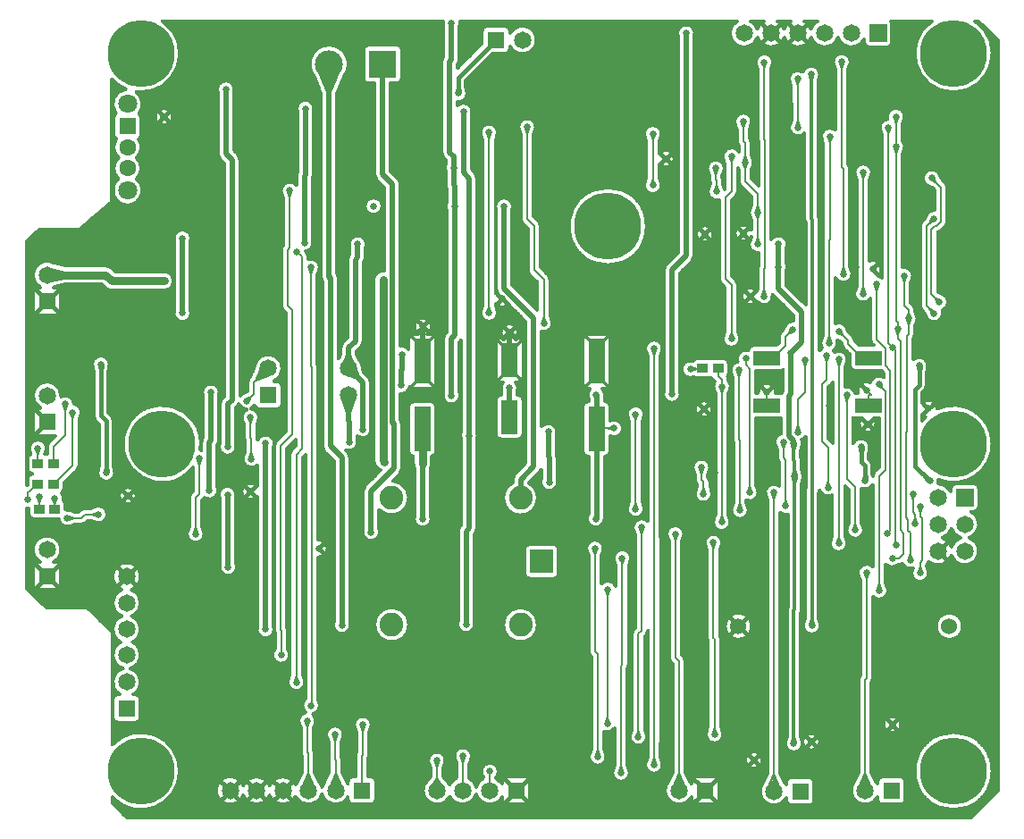
<source format=gbl>
*
%LPD*%
%LNNAIAD-RELAY-L2*%
%FSLAX25Y25*%
%MOIN*%
%AD*%
%AD*%
%ADD19C,0.25*%
%ADD20R,0.065X0.065*%
%ADD21C,0.065*%
%ADD26C,0.06*%
%ADD33R,0.062990157X0.062990157*%
%ADD36C,0.03*%
%ADD37C,0.008*%
%ADD38C,0.012*%
%ADD39C,0.015*%
%ADD40C,0.01*%
%ADD41R,0.064959843X0.064959843*%
%ADD42C,0.064959843*%
%ADD65C,0.062990157*%
%ADD67C,0.02*%
%ADD68C,0.070870079*%
%ADD71C,0.025*%
%ADD103R,0.039X0.035*%
%ADD106R,0.062990157X0.125979921*%
%ADD113R,0.098429921X0.055120079*%
%ADD133R,0.062990157X0.16535*%
%ADD229R,0.088579921X0.088579921*%
%ADD230C,0.088579921*%
%ADD231R,0.104329921X0.104329921*%
%ADD232C,0.104329921*%
G54D19*
%SRX1Y1I0.0J0.0*%
G1X67427Y303102D3*
G1X370576Y303102D3*
G1X67427Y35386D3*
G1X370576Y35386D3*
G1X241627Y238602D3*
G1X75301Y157433D3*
G1X370576Y157433D3*
G54D20*
G1X342427Y310602D3*
G1X374827Y137402D3*
G54D21*
G1X332427Y310602D3*
G1X322427Y310602D3*
G1X312427Y310602D3*
G1X302427Y310602D3*
G1X292427Y310602D3*
G1X364827Y137402D3*
G1X374827Y127402D3*
G1X364827Y127402D3*
G1X374827Y117402D3*
G1X364827Y117402D3*
G54D26*
G1X369045Y89402D3*
G1X290305Y89402D3*
G54D33*
G1X62427Y275976D3*
G1X38923Y220445D2*
G54D36*
G1X33663Y221681D1*
G1X37175Y220445D1*
G1X33663Y219209D1*
G1X38923Y220445D1*
G1X33663Y219209D3*
G1X33663Y219209D3*
G1X33663Y221681D3*
G1X36663Y219914D2*
G1X36663Y220265D1*
G1X36663Y220625D2*
G1X36663Y220976D1*
G1X76227Y218202D2*
G1X56427Y218202D1*
G1X54184Y220445D1*
G1X32427Y220445D1*
G1X172527Y150102D2*
G1X172527Y163004D1*
G1X172427Y163004D1*
G1X158227Y150802D2*
G1X157727Y151302D1*
G1X157727Y218502D1*
G1X157827Y218602D1*
G1X129927Y34598D2*
G54D37*
G1X127913Y30116D1*
G1X129927Y31750D1*
G1X131941Y30116D1*
G1X129927Y34598D1*
G1X127913Y30116D3*
G1X131941Y30116D3*
G1X128272Y30916D2*
G1X128899Y30916D1*
G1X130955Y30916D2*
G1X131581Y30916D1*
G1X128632Y31716D2*
G1X129885Y31716D1*
G1X129969Y31716D2*
G1X131222Y31716D1*
G1X128991Y32516D2*
G1X130862Y32516D1*
G1X129351Y33316D2*
G1X130503Y33316D1*
G1X129710Y34116D2*
G1X130143Y34116D1*
G1X128227Y30371D2*
G1X128227Y30815D1*
G1X129027Y31020D2*
G1X129027Y32595D1*
G1X129827Y31669D2*
G1X129827Y34376D1*
G1X130627Y31182D2*
G1X130627Y33040D1*
G1X131427Y30533D2*
G1X131427Y31260D1*
G1X129527Y51602D2*
G1X130128Y53501D1*
G1X129527Y52452D1*
G1X128926Y53501D1*
G1X129527Y51602D1*
G1X129527Y51602D3*
G1X129274Y52402D2*
G1X129780Y52402D1*
G1X129020Y53202D2*
G1X129097Y53202D1*
G1X129956Y53202D2*
G1X130033Y53202D1*
G1X129027Y53182D2*
G1X129027Y53325D1*
G1X129827Y52550D2*
G1X129827Y52976D1*
G1X140084Y34598D2*
G1X138070Y30116D1*
G1X140084Y31750D1*
G1X142098Y30116D1*
G1X140084Y34598D1*
G1X138070Y30116D3*
G1X142098Y30116D3*
G1X138430Y30916D2*
G1X139056Y30916D1*
G1X141112Y30916D2*
G1X141739Y30916D1*
G1X138789Y31716D2*
G1X140042Y31716D1*
G1X140126Y31716D2*
G1X141379Y31716D1*
G1X139149Y32516D2*
G1X141020Y32516D1*
G1X139508Y33316D2*
G1X140660Y33316D1*
G1X139868Y34116D2*
G1X140301Y34116D1*
G1X138627Y30568D2*
G1X138627Y31355D1*
G1X139427Y31217D2*
G1X139427Y33135D1*
G1X140227Y31635D2*
G1X140227Y34281D1*
G1X141027Y30986D2*
G1X141027Y32501D1*
G1X141827Y30336D2*
G1X141827Y30720D1*
G1X139827Y46502D2*
G1X140428Y48401D1*
G1X139827Y47352D1*
G1X139226Y48401D1*
G1X139827Y46502D1*
G1X139827Y46502D3*
G1X139574Y47302D2*
G1X140080Y47302D1*
G1X139320Y48102D2*
G1X139397Y48102D1*
G1X140256Y48102D2*
G1X140333Y48102D1*
G1X139427Y47766D2*
G1X139427Y48050D1*
G1X140227Y47766D2*
G1X140227Y48050D1*
G1X150227Y50102D2*
G1X150828Y52001D1*
G1X150227Y50952D1*
G1X149626Y52001D1*
G1X150227Y50102D1*
G1X150227Y50102D3*
G1X149974Y50902D2*
G1X150480Y50902D1*
G1X149720Y51702D2*
G1X149797Y51702D1*
G1X150656Y51702D2*
G1X150733Y51702D1*
G1X149827Y51366D2*
G1X149827Y51650D1*
G1X150627Y51366D2*
G1X150627Y51650D1*
G1X177899Y32702D2*
G1X176318Y30471D1*
G1X177899Y31750D1*
G1X179481Y30471D1*
G1X177899Y32702D1*
G1X176318Y30471D3*
G1X179481Y30471D3*
G1X176885Y31271D2*
G1X177307Y31271D1*
G1X178492Y31271D2*
G1X178914Y31271D1*
G1X177452Y32071D2*
G1X178347Y32071D1*
G1X177027Y31045D2*
G1X177027Y31471D1*
G1X177827Y31692D2*
G1X177827Y32600D1*
G1X178627Y31162D2*
G1X178627Y31676D1*
G1X179427Y30515D2*
G1X179427Y30547D1*
G1X177827Y36802D2*
G1X178428Y38701D1*
G1X177827Y37652D1*
G1X177226Y38701D1*
G1X177827Y36802D1*
G1X177827Y36802D3*
G1X177574Y37602D2*
G1X178080Y37602D1*
G1X177320Y38402D2*
G1X177397Y38402D1*
G1X178256Y38402D2*
G1X178333Y38402D1*
G1X177827Y36802D2*
G1X177827Y37652D1*
G1X187627Y38502D2*
G1X188228Y40401D1*
G1X187627Y39352D1*
G1X187026Y40401D1*
G1X187627Y38502D1*
G1X187627Y38502D3*
G1X187374Y39302D2*
G1X187880Y39302D1*
G1X187120Y40102D2*
G1X187197Y40102D1*
G1X188056Y40102D2*
G1X188133Y40102D1*
G1X187427Y39134D2*
G1X187427Y39701D1*
G1X188227Y40398D2*
G1X188227Y40400D1*
G1X246527Y37202D2*
G1X245926Y35303D1*
G1X246527Y36352D1*
G1X247128Y35303D1*
G1X246527Y37202D1*
G1X245926Y35303D3*
G1X247128Y35303D3*
G1X246179Y36103D2*
G1X246384Y36103D1*
G1X246669Y36103D2*
G1X246875Y36103D1*
G1X246432Y36903D2*
G1X246621Y36903D1*
G1X246627Y36178D2*
G1X246627Y36886D1*
G1X247027Y112302D2*
G1X247628Y114201D1*
G1X247027Y113152D1*
G1X246426Y114201D1*
G1X247027Y112302D1*
G1X247027Y112302D3*
G1X246774Y113102D2*
G1X247280Y113102D1*
G1X246520Y113902D2*
G1X246597Y113902D1*
G1X247456Y113902D2*
G1X247533Y113902D1*
G1X246627Y113566D2*
G1X246627Y113850D1*
G1X247427Y113566D2*
G1X247427Y113850D1*
G1X268184Y34598D2*
G1X266170Y30116D1*
G1X268184Y31750D1*
G1X270198Y30116D1*
G1X268184Y34598D1*
G1X266170Y30116D3*
G1X270198Y30116D3*
G1X266530Y30916D2*
G1X267156Y30916D1*
G1X269212Y30916D2*
G1X269839Y30916D1*
G1X266889Y31716D2*
G1X268142Y31716D1*
G1X268226Y31716D2*
G1X269479Y31716D1*
G1X267249Y32516D2*
G1X269120Y32516D1*
G1X267608Y33316D2*
G1X268760Y33316D1*
G1X267968Y34116D2*
G1X268401Y34116D1*
G1X266627Y30487D2*
G1X266627Y31132D1*
G1X267427Y31136D2*
G1X267427Y32913D1*
G1X268227Y31716D2*
G1X268227Y34504D1*
G1X269027Y31067D2*
G1X269027Y32723D1*
G1X269827Y30418D2*
G1X269827Y30943D1*
G1X266827Y121302D2*
G1X267428Y123201D1*
G1X266827Y122152D1*
G1X266226Y123201D1*
G1X266827Y121302D1*
G1X266827Y121302D3*
G1X266574Y122102D2*
G1X267080Y122102D1*
G1X266320Y122902D2*
G1X266397Y122902D1*
G1X267256Y122902D2*
G1X267333Y122902D1*
G1X266627Y121934D2*
G1X266627Y122501D1*
G1X267427Y123198D2*
G1X267427Y123200D1*
G1X303584Y34298D2*
G1X301570Y29816D1*
G1X303584Y31450D1*
G1X305598Y29816D1*
G1X303584Y34298D1*
G1X301570Y29816D3*
G1X305598Y29816D3*
G1X301930Y30616D2*
G1X302556Y30616D1*
G1X304612Y30616D2*
G1X305239Y30616D1*
G1X302289Y31416D2*
G1X303542Y31416D1*
G1X303626Y31416D2*
G1X304879Y31416D1*
G1X302649Y32216D2*
G1X304520Y32216D1*
G1X303008Y33016D2*
G1X304160Y33016D1*
G1X303368Y33816D2*
G1X303801Y33816D1*
G1X301827Y30024D2*
G1X301827Y30387D1*
G1X302627Y30673D2*
G1X302627Y32167D1*
G1X303427Y31323D2*
G1X303427Y33948D1*
G1X304227Y30929D2*
G1X304227Y32868D1*
G1X305027Y30280D2*
G1X305027Y31088D1*
G1X303527Y136802D2*
G1X304128Y138701D1*
G1X303527Y137652D1*
G1X302926Y138701D1*
G1X303527Y136802D1*
G1X303527Y136802D3*
G1X303274Y137602D2*
G1X303780Y137602D1*
G1X303020Y138402D2*
G1X303097Y138402D1*
G1X303956Y138402D2*
G1X304033Y138402D1*
G1X303427Y137118D2*
G1X303427Y137827D1*
G1X337584Y34598D2*
G1X335570Y30116D1*
G1X337584Y31750D1*
G1X339598Y30116D1*
G1X337584Y34598D1*
G1X335570Y30116D3*
G1X339598Y30116D3*
G1X335930Y30916D2*
G1X336556Y30916D1*
G1X338612Y30916D2*
G1X339239Y30916D1*
G1X336289Y31716D2*
G1X337542Y31716D1*
G1X337626Y31716D2*
G1X338879Y31716D1*
G1X336649Y32516D2*
G1X338520Y32516D1*
G1X337008Y33316D2*
G1X338160Y33316D1*
G1X337368Y34116D2*
G1X337801Y34116D1*
G1X336227Y30649D2*
G1X336227Y31577D1*
G1X337027Y31298D2*
G1X337027Y33358D1*
G1X337827Y31554D2*
G1X337827Y34059D1*
G1X338627Y30904D2*
G1X338627Y32278D1*
G1X339427Y30255D2*
G1X339427Y30498D1*
G1X338127Y106902D2*
G1X338728Y108801D1*
G1X338127Y107752D1*
G1X337526Y108801D1*
G1X338127Y106902D1*
G1X338127Y106902D3*
G1X337874Y107702D2*
G1X338380Y107702D1*
G1X337620Y108502D2*
G1X337697Y108502D1*
G1X338556Y108502D2*
G1X338633Y108502D1*
G1X337827Y107850D2*
G1X337827Y108276D1*
G1X338627Y108482D2*
G1X338627Y108625D1*
G1X237827Y43202D2*
G1X237226Y41303D1*
G1X237827Y42352D1*
G1X238428Y41303D1*
G1X237827Y43202D1*
G1X237226Y41303D3*
G1X238428Y41303D3*
G1X237479Y42103D2*
G1X237684Y42103D1*
G1X237969Y42103D2*
G1X238175Y42103D1*
G1X237732Y42903D2*
G1X237921Y42903D1*
G1X237827Y42352D2*
G1X237827Y43202D1*
G1X236827Y115902D2*
G1X237428Y117801D1*
G1X236827Y116752D1*
G1X236226Y117801D1*
G1X236827Y115902D1*
G1X236827Y115902D3*
G1X236574Y116702D2*
G1X237080Y116702D1*
G1X236320Y117502D2*
G1X236397Y117502D1*
G1X237256Y117502D2*
G1X237333Y117502D1*
G1X236227Y117798D2*
G1X236227Y117800D1*
G1X237027Y116534D2*
G1X237027Y117101D1*
G1X258827Y40202D2*
G1X258226Y38303D1*
G1X258827Y39352D1*
G1X259428Y38303D1*
G1X258827Y40202D1*
G1X258226Y38303D3*
G1X259428Y38303D3*
G1X258479Y39103D2*
G1X258684Y39103D1*
G1X258969Y39103D2*
G1X259175Y39103D1*
G1X258732Y39903D2*
G1X258921Y39903D1*
G1X258627Y39003D2*
G1X258627Y39570D1*
G1X259427Y38305D2*
G1X259427Y38307D1*
G1X258827Y190502D2*
G1X259428Y192401D1*
G1X258827Y191352D1*
G1X258226Y192401D1*
G1X258827Y190502D1*
G1X258827Y190502D3*
G1X258574Y191302D2*
G1X259080Y191302D1*
G1X258320Y192102D2*
G1X258397Y192102D1*
G1X259256Y192102D2*
G1X259333Y192102D1*
G1X258627Y191134D2*
G1X258627Y191701D1*
G1X259427Y192398D2*
G1X259427Y192400D1*
G1X241427Y55602D2*
G1X240826Y53703D1*
G1X241427Y54752D1*
G1X242028Y53703D1*
G1X241427Y55602D1*
G1X240826Y53703D3*
G1X242028Y53703D3*
G1X241079Y54503D2*
G1X241284Y54503D1*
G1X241569Y54503D2*
G1X241775Y54503D1*
G1X241332Y55303D2*
G1X241521Y55303D1*
G1X241027Y54054D2*
G1X241027Y54339D1*
G1X241827Y54054D2*
G1X241827Y54339D1*
G1X241627Y100602D2*
G1X242228Y102501D1*
G1X241627Y101452D1*
G1X241026Y102501D1*
G1X241627Y100602D1*
G1X241627Y100602D3*
G1X241374Y101402D2*
G1X241880Y101402D1*
G1X241120Y102202D2*
G1X241197Y102202D1*
G1X242056Y102202D2*
G1X242133Y102202D1*
G1X241027Y102498D2*
G1X241027Y102500D1*
G1X241827Y101234D2*
G1X241827Y101801D1*
G1X253027Y50602D2*
G1X252426Y48703D1*
G1X253027Y49752D1*
G1X253628Y48703D1*
G1X253027Y50602D1*
G1X252426Y48703D3*
G1X253628Y48703D3*
G1X252679Y49503D2*
G1X252884Y49503D1*
G1X253169Y49503D2*
G1X253375Y49503D1*
G1X252932Y50303D2*
G1X253121Y50303D1*
G1X253027Y49752D2*
G1X253027Y50602D1*
G1X254227Y123802D2*
G1X254828Y125701D1*
G1X254227Y124652D1*
G1X253626Y125701D1*
G1X254227Y123802D1*
G1X254227Y123802D3*
G1X253974Y124602D2*
G1X254480Y124602D1*
G1X253720Y125402D2*
G1X253797Y125402D1*
G1X254656Y125402D2*
G1X254733Y125402D1*
G1X253827Y125066D2*
G1X253827Y125350D1*
G1X254627Y125066D2*
G1X254627Y125350D1*
G1X281427Y51502D2*
G1X280826Y49603D1*
G1X281427Y50652D1*
G1X282028Y49603D1*
G1X281427Y51502D1*
G1X280826Y49603D3*
G1X282028Y49603D3*
G1X281079Y50403D2*
G1X281284Y50403D1*
G1X281569Y50403D2*
G1X281775Y50403D1*
G1X281332Y51203D2*
G1X281521Y51203D1*
G1X281027Y49954D2*
G1X281027Y50239D1*
G1X281827Y49954D2*
G1X281827Y50239D1*
G1X281027Y118102D2*
G1X281628Y120001D1*
G1X281027Y118952D1*
G1X280426Y120001D1*
G1X281027Y118102D1*
G1X281027Y118102D3*
G1X280774Y118902D2*
G1X281280Y118902D1*
G1X280520Y119702D2*
G1X280597Y119702D1*
G1X281456Y119702D2*
G1X281533Y119702D1*
G1X281027Y118102D2*
G1X281027Y118952D1*
G1X130927Y220702D2*
G1X131528Y222601D1*
G1X130927Y221552D1*
G1X130326Y222601D1*
G1X130927Y220702D1*
G1X130927Y220702D3*
G1X130674Y221502D2*
G1X131180Y221502D1*
G1X130420Y222302D2*
G1X130497Y222302D1*
G1X131356Y222302D2*
G1X131433Y222302D1*
G1X130627Y221650D2*
G1X130627Y222076D1*
G1X131427Y222282D2*
G1X131427Y222425D1*
G1X125427Y71002D2*
G1X124826Y69103D1*
G1X125427Y70152D1*
G1X126028Y69103D1*
G1X125427Y71002D1*
G1X124826Y69103D3*
G1X126028Y69103D3*
G1X125079Y69903D2*
G1X125284Y69903D1*
G1X125569Y69903D2*
G1X125775Y69903D1*
G1X125332Y70703D2*
G1X125521Y70703D1*
G1X125027Y69454D2*
G1X125027Y69739D1*
G1X125827Y69454D2*
G1X125827Y69739D1*
G1X122927Y249402D2*
G1X123528Y251301D1*
G1X122927Y250252D1*
G1X122326Y251301D1*
G1X122927Y249402D1*
G1X122927Y249402D3*
G1X122674Y250202D2*
G1X123180Y250202D1*
G1X122420Y251002D2*
G1X122497Y251002D1*
G1X123356Y251002D2*
G1X123433Y251002D1*
G1X122627Y250350D2*
G1X122627Y250776D1*
G1X123427Y250982D2*
G1X123427Y251125D1*
G1X42527Y129702D2*
G1X40628Y130303D1*
G1X41677Y129702D1*
G1X40628Y129101D1*
G1X42527Y129702D1*
G1X40628Y129101D3*
G1X41330Y129901D2*
G1X41898Y129901D1*
G1X40628Y129101D3*
G1X40628Y130303D3*
G1X41428Y129355D2*
G1X41428Y129560D1*
G1X41428Y129845D2*
G1X41428Y130050D1*
G1X42228Y129608D2*
G1X42228Y129797D1*
G1X49127Y131102D2*
G1X51026Y130501D1*
G1X49977Y131102D1*
G1X51026Y131703D1*
G1X49127Y131102D1*
G1X51026Y130501D3*
G1X49755Y131301D2*
G1X50324Y131301D1*
G1X49127Y131102D3*
G1X49927Y130849D2*
G1X49927Y131356D1*
G1X50727Y130596D2*
G1X50727Y130673D1*
G1X50727Y131532D2*
G1X50727Y131609D1*
G1X87827Y126302D2*
G1X87226Y124403D1*
G1X87827Y125452D1*
G1X88428Y124403D1*
G1X87827Y126302D1*
G1X87226Y124403D3*
G1X88428Y124403D3*
G1X87479Y125203D2*
G1X87684Y125203D1*
G1X87969Y125203D2*
G1X88175Y125203D1*
G1X87732Y126003D2*
G1X87921Y126003D1*
G1X87427Y124754D2*
G1X87427Y125039D1*
G1X88227Y124754D2*
G1X88227Y125039D1*
G1X89227Y149402D2*
G1X89828Y151301D1*
G1X89227Y150252D1*
G1X88626Y151301D1*
G1X89227Y149402D1*
G1X89227Y149402D3*
G1X88974Y150202D2*
G1X89480Y150202D1*
G1X88720Y151002D2*
G1X88797Y151002D1*
G1X89656Y151002D2*
G1X89733Y151002D1*
G1X89027Y150034D2*
G1X89027Y150601D1*
G1X89827Y151298D2*
G1X89827Y151300D1*
G1X35327Y134602D2*
G1X35928Y136501D1*
G1X35327Y135452D1*
G1X34726Y136501D1*
G1X35327Y134602D1*
G1X35327Y134602D3*
G1X35074Y135402D2*
G1X35580Y135402D1*
G1X34820Y136202D2*
G1X34897Y136202D1*
G1X35756Y136202D2*
G1X35833Y136202D1*
G1X34726Y136501D3*
G1X35526Y135231D2*
G1X35526Y135800D1*
G1X29527Y135302D2*
G1X30128Y137201D1*
G1X29527Y136152D1*
G1X28926Y137201D1*
G1X29527Y135302D1*
G1X29527Y135302D3*
G1X29274Y136102D2*
G1X29780Y136102D1*
G1X29020Y136902D2*
G1X29097Y136902D1*
G1X29956Y136902D2*
G1X30033Y136902D1*
G1X28926Y137201D3*
G1X29726Y135931D2*
G1X29726Y136500D1*
G1X252027Y135602D2*
G1X251426Y133703D1*
G1X252027Y134752D1*
G1X252628Y133703D1*
G1X252027Y135602D1*
G1X251426Y133703D3*
G1X252628Y133703D3*
G1X251679Y134503D2*
G1X251884Y134503D1*
G1X252169Y134503D2*
G1X252375Y134503D1*
G1X251932Y135303D2*
G1X252121Y135303D1*
G1X251427Y133705D2*
G1X251427Y133707D1*
G1X252227Y134403D2*
G1X252227Y134970D1*
G1X252027Y166002D2*
G1X252628Y167901D1*
G1X252027Y166852D1*
G1X251426Y167901D1*
G1X252027Y166002D1*
G1X252027Y166002D3*
G1X251774Y166802D2*
G1X252280Y166802D1*
G1X251520Y167602D2*
G1X251597Y167602D1*
G1X252456Y167602D2*
G1X252533Y167602D1*
G1X251427Y167898D2*
G1X251427Y167900D1*
G1X252227Y166634D2*
G1X252227Y167201D1*
G1X333927Y127802D2*
G1X333326Y125903D1*
G1X333927Y126952D1*
G1X334528Y125903D1*
G1X333927Y127802D1*
G1X333326Y125903D3*
G1X334528Y125903D3*
G1X333579Y126703D2*
G1X333784Y126703D1*
G1X334069Y126703D2*
G1X334275Y126703D1*
G1X333832Y127503D2*
G1X334021Y127503D1*
G1X333827Y126778D2*
G1X333827Y127486D1*
G1X330727Y173102D2*
G1X331328Y175001D1*
G1X330727Y173952D1*
G1X330126Y175001D1*
G1X330727Y173102D1*
G1X330727Y173102D3*
G1X330474Y173902D2*
G1X330980Y173902D1*
G1X330220Y174702D2*
G1X330297Y174702D1*
G1X331156Y174702D2*
G1X331233Y174702D1*
G1X330627Y173418D2*
G1X330627Y174127D1*
G1X277327Y141202D2*
G1X276726Y139303D1*
G1X277327Y140352D1*
G1X277928Y139303D1*
G1X277327Y141202D1*
G1X276726Y139303D3*
G1X277928Y139303D3*
G1X276979Y140103D2*
G1X277184Y140103D1*
G1X277469Y140103D2*
G1X277675Y140103D1*
G1X277232Y140903D2*
G1X277421Y140903D1*
G1X277027Y139829D2*
G1X277027Y140255D1*
G1X277827Y139480D2*
G1X277827Y139623D1*
G1X276527Y146102D2*
G1X277128Y148001D1*
G1X276527Y146952D1*
G1X275926Y148001D1*
G1X276527Y146102D1*
G1X276527Y146102D3*
G1X276274Y146902D2*
G1X276780Y146902D1*
G1X276020Y147702D2*
G1X276097Y147702D1*
G1X276956Y147702D2*
G1X277033Y147702D1*
G1X276227Y147050D2*
G1X276227Y147476D1*
G1X277027Y147682D2*
G1X277027Y147825D1*
G1X308027Y136702D2*
G1X307426Y134803D1*
G1X308027Y135852D1*
G1X308628Y134803D1*
G1X308027Y136702D1*
G1X307426Y134803D3*
G1X308628Y134803D3*
G1X307679Y135603D2*
G1X307884Y135603D1*
G1X308169Y135603D2*
G1X308375Y135603D1*
G1X307932Y136403D2*
G1X308121Y136403D1*
G1X307427Y134805D2*
G1X307427Y134807D1*
G1X308227Y135503D2*
G1X308227Y136070D1*
G1X307127Y155602D2*
G1X307728Y157501D1*
G1X307127Y156452D1*
G1X306526Y157501D1*
G1X307127Y155602D1*
G1X307127Y155602D3*
G1X306874Y156402D2*
G1X307380Y156402D1*
G1X306620Y157202D2*
G1X306697Y157202D1*
G1X307556Y157202D2*
G1X307633Y157202D1*
G1X306627Y157182D2*
G1X306627Y157325D1*
G1X307427Y156550D2*
G1X307427Y156976D1*
G1X284127Y130702D2*
G1X283526Y128803D1*
G1X284127Y129852D1*
G1X284728Y128803D1*
G1X284127Y130702D1*
G1X283526Y128803D3*
G1X284728Y128803D3*
G1X283779Y129603D2*
G1X283984Y129603D1*
G1X284269Y129603D2*
G1X284475Y129603D1*
G1X284032Y130403D2*
G1X284221Y130403D1*
G1X284227Y129678D2*
G1X284227Y130386D1*
G1X284227Y176302D2*
G1X284828Y178201D1*
G1X284227Y177152D1*
G1X283626Y178201D1*
G1X284227Y176302D1*
G1X284227Y176302D3*
G1X283974Y177102D2*
G1X284480Y177102D1*
G1X283720Y177902D2*
G1X283797Y177902D1*
G1X284656Y177902D2*
G1X284733Y177902D1*
G1X284227Y176302D2*
G1X284227Y177152D1*
G1X290927Y135202D2*
G1X290326Y133303D1*
G1X290927Y134352D1*
G1X291528Y133303D1*
G1X290927Y135202D1*
G1X290326Y133303D3*
G1X291528Y133303D3*
G1X290579Y134103D2*
G1X290784Y134103D1*
G1X291069Y134103D2*
G1X291275Y134103D1*
G1X290832Y134903D2*
G1X291021Y134903D1*
G1X290627Y133829D2*
G1X290627Y134255D1*
G1X291427Y133480D2*
G1X291427Y133623D1*
G1X290627Y182402D2*
G1X291228Y184301D1*
G1X290627Y183252D1*
G1X290026Y184301D1*
G1X290627Y182402D1*
G1X290627Y182402D3*
G1X290374Y183202D2*
G1X290880Y183202D1*
G1X290120Y184002D2*
G1X290197Y184002D1*
G1X291056Y184002D2*
G1X291133Y184002D1*
G1X290627Y182402D2*
G1X290627Y183252D1*
G1X294527Y141802D2*
G1X293926Y139903D1*
G1X294527Y140952D1*
G1X295128Y139903D1*
G1X294527Y141802D1*
G1X293926Y139903D3*
G1X295128Y139903D3*
G1X294179Y140703D2*
G1X294384Y140703D1*
G1X294669Y140703D2*
G1X294875Y140703D1*
G1X294432Y141503D2*
G1X294621Y141503D1*
G1X294627Y140778D2*
G1X294627Y141486D1*
G1X327727Y122802D2*
G1X327126Y120903D1*
G1X327727Y121952D1*
G1X328328Y120903D1*
G1X327727Y122802D1*
G1X327126Y120903D3*
G1X328328Y120903D3*
G1X327379Y121703D2*
G1X327584Y121703D1*
G1X327869Y121703D2*
G1X328075Y121703D1*
G1X327632Y122503D2*
G1X327821Y122503D1*
G1X327427Y121429D2*
G1X327427Y121855D1*
G1X328227Y121080D2*
G1X328227Y121223D1*
G1X327827Y186402D2*
G1X328428Y188301D1*
G1X327827Y187252D1*
G1X327226Y188301D1*
G1X327827Y186402D1*
G1X327827Y186402D3*
G1X327574Y187202D2*
G1X328080Y187202D1*
G1X327320Y188002D2*
G1X327397Y188002D1*
G1X328256Y188002D2*
G1X328333Y188002D1*
G1X327427Y187666D2*
G1X327427Y187950D1*
G1X328227Y187666D2*
G1X328227Y187950D1*
G1X342927Y105202D2*
G1X342326Y103303D1*
G1X342927Y104352D1*
G1X343528Y103303D1*
G1X342927Y105202D1*
G1X342326Y103303D3*
G1X343528Y103303D3*
G1X342579Y104103D2*
G1X342784Y104103D1*
G1X343069Y104103D2*
G1X343275Y104103D1*
G1X342832Y104903D2*
G1X343021Y104903D1*
G1X342627Y103829D2*
G1X342627Y104255D1*
G1X343427Y103480D2*
G1X343427Y103623D1*
G1X344378Y177951D2*
G1X343577Y179602D1*
G1X343893Y178436D1*
G1X342727Y178752D1*
G1X344378Y177951D1*
G1X344378Y177951D3*
G1X342730Y178751D2*
G1X342732Y178751D1*
G1X343808Y178751D2*
G1X343990Y178751D1*
G1X343591Y179551D2*
G1X343602Y179551D1*
G1X343427Y178413D2*
G1X343427Y178562D1*
G1X344227Y178024D2*
G1X344227Y178263D1*
G1X354427Y116602D2*
G1X353826Y114703D1*
G1X354427Y115752D1*
G1X355028Y114703D1*
G1X354427Y116602D1*
G1X353826Y114703D3*
G1X355028Y114703D3*
G1X354079Y115503D2*
G1X354284Y115503D1*
G1X354569Y115503D2*
G1X354775Y115503D1*
G1X354332Y116303D2*
G1X354521Y116303D1*
G1X353827Y114705D2*
G1X353827Y114707D1*
G1X354627Y115403D2*
G1X354627Y115970D1*
G1X353827Y201702D2*
G1X354428Y203601D1*
G1X353827Y202552D1*
G1X353226Y203601D1*
G1X353827Y201702D1*
G1X353827Y201702D3*
G1X353574Y202502D2*
G1X354080Y202502D1*
G1X353320Y203302D2*
G1X353397Y203302D1*
G1X354256Y203302D2*
G1X354333Y203302D1*
G1X353827Y201702D2*
G1X353827Y202552D1*
G1X349727Y197802D2*
G1X350328Y199701D1*
G1X349727Y198652D1*
G1X349126Y199701D1*
G1X349727Y197802D1*
G1X349727Y197802D3*
G1X349474Y198602D2*
G1X349980Y198602D1*
G1X349220Y199402D2*
G1X349297Y199402D1*
G1X350156Y199402D2*
G1X350233Y199402D1*
G1X349827Y198118D2*
G1X349827Y198827D1*
G1X341927Y214402D2*
G1X342528Y216301D1*
G1X341927Y215252D1*
G1X341326Y216301D1*
G1X341927Y214402D1*
G1X341927Y214402D3*
G1X341674Y215202D2*
G1X342180Y215202D1*
G1X341420Y216002D2*
G1X341497Y216002D1*
G1X342356Y216002D2*
G1X342433Y216002D1*
G1X341827Y214718D2*
G1X341827Y215427D1*
G1X356327Y129902D2*
G1X355726Y128203D1*
G1X356327Y129252D1*
G1X356928Y128203D1*
G1X356327Y129902D1*
G1X355726Y128203D3*
G1X356928Y128203D3*
G1X356009Y129003D2*
G1X356184Y129003D1*
G1X356469Y129003D2*
G1X356645Y129003D1*
G1X356292Y129803D2*
G1X356362Y129803D1*
G1X356227Y129078D2*
G1X356227Y129620D1*
G1X355427Y136302D2*
G1X356028Y138201D1*
G1X355427Y137152D1*
G1X354826Y138201D1*
G1X355427Y136302D1*
G1X355427Y136302D3*
G1X355174Y137102D2*
G1X355680Y137102D1*
G1X354920Y137902D2*
G1X354997Y137902D1*
G1X355856Y137902D2*
G1X355933Y137902D1*
G1X355427Y136302D2*
G1X355427Y137152D1*
G1X358127Y111702D2*
G1X357526Y109803D1*
G1X358127Y110852D1*
G1X358728Y109803D1*
G1X358127Y111702D1*
G1X357526Y109803D3*
G1X358728Y109803D3*
G1X357779Y110603D2*
G1X357984Y110603D1*
G1X358269Y110603D2*
G1X358475Y110603D1*
G1X358032Y111403D2*
G1X358221Y111403D1*
G1X357827Y110329D2*
G1X357827Y110755D1*
G1X358627Y109980D2*
G1X358627Y110123D1*
G1X358327Y131602D2*
G1X358928Y133301D1*
G1X358327Y132252D1*
G1X357726Y133301D1*
G1X358327Y131602D1*
G1X358327Y131602D3*
G1X358044Y132402D2*
G1X358241Y132402D1*
G1X358413Y132402D2*
G1X358610Y132402D1*
G1X357761Y133202D2*
G1X357782Y133202D1*
G1X358871Y133202D2*
G1X358893Y133202D1*
G1X357827Y133016D2*
G1X357827Y133125D1*
G1X358627Y132450D2*
G1X358627Y132776D1*
G1X39227Y169702D2*
G1X39828Y171601D1*
G1X39227Y170552D1*
G1X38626Y171601D1*
G1X39227Y169702D1*
G1X39227Y169702D3*
G1X38974Y170502D2*
G1X39480Y170502D1*
G1X38720Y171302D2*
G1X38797Y171302D1*
G1X39656Y171302D2*
G1X39733Y171302D1*
G1X38626Y171601D3*
G1X39426Y170331D2*
G1X39426Y170900D1*
G1X29027Y153202D2*
G1X29628Y155101D1*
G1X29027Y154052D1*
G1X28426Y155101D1*
G1X29027Y153202D1*
G1X29027Y153202D3*
G1X28774Y154002D2*
G1X29280Y154002D1*
G1X28520Y154802D2*
G1X28597Y154802D1*
G1X29456Y154802D2*
G1X29533Y154802D1*
G1X28426Y155101D3*
G1X29226Y153831D2*
G1X29226Y154400D1*
G1X42027Y166602D2*
G1X42628Y168501D1*
G1X42027Y167452D1*
G1X41426Y168501D1*
G1X42027Y166602D1*
G1X42027Y166602D3*
G1X41774Y167402D2*
G1X42280Y167402D1*
G1X41520Y168202D2*
G1X41597Y168202D1*
G1X42456Y168202D2*
G1X42533Y168202D1*
G1X41426Y168501D3*
G1X42226Y167231D2*
G1X42226Y167800D1*
G1X108678Y175154D2*
G1X107027Y174352D1*
G1X108193Y174669D1*
G1X107877Y173502D1*
G1X108678Y175154D1*
G1X107877Y173502D3*
G1X108094Y174302D2*
G1X108265Y174302D1*
G1X108572Y175102D2*
G1X108653Y175102D1*
G1X107427Y174461D2*
G1X107427Y174547D1*
G1X108227Y174224D2*
G1X108227Y174935D1*
G1X110375Y181051D2*
G1X114927Y182754D1*
G1X112347Y183023D1*
G1X112079Y185602D1*
G1X110375Y181051D1*
G1X110375Y181051D3*
G1X110675Y181851D2*
G1X112513Y181851D1*
G1X110974Y182651D2*
G1X114650Y182651D1*
G1X111274Y183451D2*
G1X112303Y183451D1*
G1X111573Y184251D2*
G1X112219Y184251D1*
G1X111872Y185051D2*
G1X112136Y185051D1*
G1X110627Y181145D2*
G1X110627Y181723D1*
G1X111427Y181444D2*
G1X111427Y183860D1*
G1X112227Y181744D2*
G1X112227Y184180D1*
G1X113027Y182043D2*
G1X113027Y182952D1*
G1X113827Y182343D2*
G1X113827Y182869D1*
G1X114627Y182642D2*
G1X114627Y182786D1*
G1X108627Y154302D2*
G1X108026Y152403D1*
G1X108627Y153452D1*
G1X109228Y152403D1*
G1X108627Y154302D1*
G1X108026Y152403D3*
G1X109228Y152403D3*
G1X108279Y153203D2*
G1X108484Y153203D1*
G1X108769Y153203D2*
G1X108975Y153203D1*
G1X108532Y154003D2*
G1X108721Y154003D1*
G1X108227Y152754D2*
G1X108227Y153039D1*
G1X109027Y152754D2*
G1X109027Y153039D1*
G1X108327Y164802D2*
G1X108928Y166701D1*
G1X108327Y165652D1*
G1X107726Y166701D1*
G1X108327Y164802D1*
G1X108327Y164802D3*
G1X108074Y165602D2*
G1X108580Y165602D1*
G1X107820Y166402D2*
G1X107897Y166402D1*
G1X108756Y166402D2*
G1X108833Y166402D1*
G1X108227Y165118D2*
G1X108227Y165827D1*
G1X241527Y163202D2*
G1X243426Y162601D1*
G1X242377Y163202D1*
G1X243426Y163803D1*
G1X241527Y163202D1*
G1X243426Y162601D3*
G1X242155Y163401D2*
G1X242724Y163401D1*
G1X241827Y163107D2*
G1X241827Y163297D1*
G1X242627Y162854D2*
G1X242627Y163059D1*
G1X242627Y163346D2*
G1X242627Y163551D1*
G1X217727Y204902D2*
G1X217126Y203003D1*
G1X217727Y204052D1*
G1X218328Y203003D1*
G1X217727Y204902D1*
G1X217126Y203003D3*
G1X218328Y203003D3*
G1X217379Y203803D2*
G1X217584Y203803D1*
G1X217869Y203803D2*
G1X218075Y203803D1*
G1X217632Y204603D2*
G1X217821Y204603D1*
G1X217827Y203878D2*
G1X217827Y204586D1*
G1X211527Y273102D2*
G1X212128Y275001D1*
G1X211527Y273952D1*
G1X210926Y275001D1*
G1X211527Y273102D1*
G1X211527Y273102D3*
G1X211274Y273902D2*
G1X211780Y273902D1*
G1X211020Y274702D2*
G1X211097Y274702D1*
G1X211956Y274702D2*
G1X212033Y274702D1*
G1X211427Y273418D2*
G1X211427Y274127D1*
G1X197327Y208802D2*
G1X196726Y206903D1*
G1X197327Y207952D1*
G1X197928Y206903D1*
G1X197327Y208802D1*
G1X196726Y206903D3*
G1X197928Y206903D3*
G1X196979Y207703D2*
G1X197184Y207703D1*
G1X197469Y207703D2*
G1X197675Y207703D1*
G1X197232Y208503D2*
G1X197421Y208503D1*
G1X197027Y207429D2*
G1X197027Y207855D1*
G1X197827Y207080D2*
G1X197827Y207223D1*
G1X197327Y271102D2*
G1X197928Y273001D1*
G1X197327Y271952D1*
G1X196726Y273001D1*
G1X197327Y271102D1*
G1X197327Y271102D3*
G1X197074Y271902D2*
G1X197580Y271902D1*
G1X196820Y272702D2*
G1X196897Y272702D1*
G1X197756Y272702D2*
G1X197833Y272702D1*
G1X197027Y272050D2*
G1X197027Y272476D1*
G1X197827Y272682D2*
G1X197827Y272825D1*
G1X329595Y197635D2*
G1X328677Y199402D1*
G1X328993Y198236D1*
G1X327827Y198552D1*
G1X329595Y197635D1*
G1X329595Y197635D3*
G1X328054Y198435D2*
G1X328261Y198435D1*
G1X328939Y198435D2*
G1X329179Y198435D1*
G1X328722Y199235D2*
G1X328764Y199235D1*
G1X328227Y198345D2*
G1X328227Y198444D1*
G1X329027Y197929D2*
G1X329027Y198728D1*
G1X308859Y198335D2*
G1X310627Y199252D1*
G1X309460Y198936D1*
G1X309777Y200102D1*
G1X308859Y198335D1*
G1X308859Y198335D3*
G1X309274Y199135D2*
G1X309514Y199135D1*
G1X310193Y199135D2*
G1X310400Y199135D1*
G1X309690Y199935D2*
G1X309731Y199935D1*
G1X309027Y198422D2*
G1X309027Y198658D1*
G1X309827Y198837D2*
G1X309827Y199035D1*
G1X310627Y199252D3*
G1X274927Y185302D2*
G1X273028Y185903D1*
G1X274077Y185302D1*
G1X273028Y184701D1*
G1X274927Y185302D1*
G1X273028Y184701D3*
G1X273730Y185501D2*
G1X274298Y185501D1*
G1X273827Y184954D2*
G1X273827Y185159D1*
G1X273827Y185446D2*
G1X273827Y185651D1*
G1X274627Y185207D2*
G1X274627Y185397D1*
G1X323727Y143602D2*
G1X323126Y141703D1*
G1X323727Y142752D1*
G1X324328Y141703D1*
G1X323727Y143602D1*
G1X323126Y141703D3*
G1X324328Y141703D3*
G1X323379Y142503D2*
G1X323584Y142503D1*
G1X323869Y142503D2*
G1X324075Y142503D1*
G1X323632Y143303D2*
G1X323821Y143303D1*
G1X323427Y142229D2*
G1X323427Y142655D1*
G1X324227Y141880D2*
G1X324227Y142023D1*
G1X323227Y187902D2*
G1X323828Y189801D1*
G1X323227Y188752D1*
G1X322626Y189801D1*
G1X323227Y187902D1*
G1X323227Y187902D3*
G1X322974Y188702D2*
G1X323480Y188702D1*
G1X322720Y189502D2*
G1X322797Y189502D1*
G1X323656Y189502D2*
G1X323733Y189502D1*
G1X322627Y189798D2*
G1X322627Y189800D1*
G1X323427Y188534D2*
G1X323427Y189101D1*
G1X324227Y197602D2*
G1X323626Y195703D1*
G1X324227Y196752D1*
G1X324828Y195703D1*
G1X324227Y197602D1*
G1X323626Y195703D3*
G1X324828Y195703D3*
G1X323879Y196503D2*
G1X324084Y196503D1*
G1X324369Y196503D2*
G1X324575Y196503D1*
G1X324132Y197303D2*
G1X324321Y197303D1*
G1X324227Y196752D2*
G1X324227Y197602D1*
G1X324427Y269602D2*
G1X325028Y271501D1*
G1X324427Y270452D1*
G1X323826Y271501D1*
G1X324427Y269602D1*
G1X324427Y269602D3*
G1X324174Y270402D2*
G1X324680Y270402D1*
G1X323920Y271202D2*
G1X323997Y271202D1*
G1X324856Y271202D2*
G1X324933Y271202D1*
G1X324227Y270234D2*
G1X324227Y270801D1*
G1X325027Y271498D2*
G1X325027Y271500D1*
G1X336827Y215902D2*
G1X336226Y214003D1*
G1X336827Y215052D1*
G1X337428Y214003D1*
G1X336827Y215902D1*
G1X336226Y214003D3*
G1X337428Y214003D3*
G1X336479Y214803D2*
G1X336684Y214803D1*
G1X336969Y214803D2*
G1X337175Y214803D1*
G1X336732Y215603D2*
G1X336921Y215603D1*
G1X336227Y214005D2*
G1X336227Y214007D1*
G1X337027Y214703D2*
G1X337027Y215270D1*
G1X336927Y256202D2*
G1X337528Y258101D1*
G1X336927Y257052D1*
G1X336326Y258101D1*
G1X336927Y256202D1*
G1X336927Y256202D3*
G1X336674Y257002D2*
G1X337180Y257002D1*
G1X336420Y257802D2*
G1X336497Y257802D1*
G1X337356Y257802D2*
G1X337433Y257802D1*
G1X337027Y256518D2*
G1X337027Y257227D1*
G1X312627Y164302D2*
G1X312026Y162403D1*
G1X312627Y163452D1*
G1X313228Y162403D1*
G1X312627Y164302D1*
G1X312026Y162403D3*
G1X313228Y162403D3*
G1X312279Y163203D2*
G1X312484Y163203D1*
G1X312769Y163203D2*
G1X312975Y163203D1*
G1X312532Y164003D2*
G1X312721Y164003D1*
G1X312227Y162754D2*
G1X312227Y163039D1*
G1X313027Y162754D2*
G1X313027Y163039D1*
G1X315127Y186302D2*
G1X315728Y188201D1*
G1X315127Y187152D1*
G1X314526Y188201D1*
G1X315127Y186302D1*
G1X315127Y186302D3*
G1X314874Y187102D2*
G1X315380Y187102D1*
G1X314620Y187902D2*
G1X314697Y187902D1*
G1X315556Y187902D2*
G1X315633Y187902D1*
G1X314627Y187882D2*
G1X314627Y188025D1*
G1X315427Y187250D2*
G1X315427Y187676D1*
G1X299927Y214902D2*
G1X299326Y213003D1*
G1X299927Y214052D1*
G1X300528Y213003D1*
G1X299927Y214902D1*
G1X299326Y213003D3*
G1X300528Y213003D3*
G1X299579Y213803D2*
G1X299784Y213803D1*
G1X300069Y213803D2*
G1X300275Y213803D1*
G1X299832Y214603D2*
G1X300021Y214603D1*
G1X299427Y213180D2*
G1X299427Y213323D1*
G1X300227Y213529D2*
G1X300227Y213955D1*
G1X300027Y297302D2*
G1X300628Y299201D1*
G1X300027Y298152D1*
G1X299426Y299201D1*
G1X300027Y297302D1*
G1X300027Y297302D3*
G1X299774Y298102D2*
G1X300280Y298102D1*
G1X299520Y298902D2*
G1X299597Y298902D1*
G1X300456Y298902D2*
G1X300533Y298902D1*
G1X299427Y299198D2*
G1X299427Y299200D1*
G1X300227Y297934D2*
G1X300227Y298501D1*
G1X287727Y199102D2*
G1X287126Y197203D1*
G1X287727Y198252D1*
G1X288328Y197203D1*
G1X287727Y199102D1*
G1X287126Y197203D3*
G1X288328Y197203D3*
G1X287379Y198003D2*
G1X287584Y198003D1*
G1X287869Y198003D2*
G1X288075Y198003D1*
G1X287632Y198803D2*
G1X287821Y198803D1*
G1X287427Y197729D2*
G1X287427Y198155D1*
G1X288227Y197380D2*
G1X288227Y197523D1*
G1X287727Y262202D2*
G1X288328Y264101D1*
G1X287727Y263052D1*
G1X287126Y264101D1*
G1X287727Y262202D1*
G1X287727Y262202D3*
G1X287474Y263002D2*
G1X287980Y263002D1*
G1X287220Y263802D2*
G1X287297Y263802D1*
G1X288156Y263802D2*
G1X288233Y263802D1*
G1X287427Y263150D2*
G1X287427Y263576D1*
G1X288227Y263782D2*
G1X288227Y263925D1*
G1X346327Y272902D2*
G1X346928Y274801D1*
G1X346327Y273752D1*
G1X345726Y274801D1*
G1X346327Y272902D1*
G1X346327Y272902D3*
G1X346074Y273702D2*
G1X346580Y273702D1*
G1X345820Y274502D2*
G1X345897Y274502D1*
G1X346756Y274502D2*
G1X346833Y274502D1*
G1X345827Y274482D2*
G1X345827Y274625D1*
G1X346627Y273850D2*
G1X346627Y274276D1*
G1X349227Y265802D2*
G1X349828Y267701D1*
G1X349227Y266652D1*
G1X348626Y267701D1*
G1X349227Y265802D1*
G1X349227Y265802D3*
G1X348974Y266602D2*
G1X349480Y266602D1*
G1X348720Y267402D2*
G1X348797Y267402D1*
G1X349656Y267402D2*
G1X349733Y267402D1*
G1X349027Y266434D2*
G1X349027Y267001D1*
G1X349827Y267698D2*
G1X349827Y267700D1*
G1X361559Y207870D2*
G1X362477Y206102D1*
G1X362160Y207269D1*
G1X363327Y206952D1*
G1X361559Y207870D1*
G1X362477Y206102D3*
G1X362061Y206902D2*
G1X362260Y206902D1*
G1X361646Y207702D2*
G1X361882Y207702D1*
G1X361827Y207354D2*
G1X361827Y207731D1*
G1X362627Y207142D2*
G1X362627Y207316D1*
G1X361459Y239635D2*
G1X363227Y240552D1*
G1X362060Y240236D1*
G1X362377Y241402D1*
G1X361459Y239635D1*
G1X361459Y239635D3*
G1X361874Y240435D2*
G1X362114Y240435D1*
G1X362793Y240435D2*
G1X363000Y240435D1*
G1X362290Y241235D2*
G1X362331Y241235D1*
G1X361827Y239826D2*
G1X361827Y240343D1*
G1X362627Y240241D2*
G1X362627Y240389D1*
G1X363559Y212070D2*
G1X364477Y210302D1*
G1X364160Y211469D1*
G1X365327Y211152D1*
G1X363559Y212070D1*
G1X364477Y210302D3*
G1X364061Y211102D2*
G1X364260Y211102D1*
G1X363646Y211902D2*
G1X363882Y211902D1*
G1X364227Y210784D2*
G1X364227Y211223D1*
G1X364227Y211451D2*
G1X364227Y211723D1*
G1X365027Y211234D2*
G1X365027Y211308D1*
G1X364195Y254835D2*
G1X363277Y256602D1*
G1X363593Y255436D1*
G1X362427Y255752D1*
G1X364195Y254835D1*
G1X364195Y254835D3*
G1X362654Y255635D2*
G1X362861Y255635D1*
G1X363539Y255635D2*
G1X363779Y255635D1*
G1X363322Y256435D2*
G1X363364Y256435D1*
G1X362627Y255649D2*
G1X362627Y255698D1*
G1X363427Y255233D2*
G1X363427Y255481D1*
G1X363427Y256050D2*
G1X363427Y256313D1*
G1X353827Y206302D2*
G1X353226Y204803D1*
G1X353827Y205852D1*
G1X354428Y204803D1*
G1X353827Y206302D1*
G1X353226Y204803D3*
G1X354428Y204803D3*
G1X353546Y205603D2*
G1X353684Y205603D1*
G1X353969Y205603D2*
G1X354107Y205603D1*
G1X353827Y205852D2*
G1X353827Y206302D1*
G1X352227Y217602D2*
G1X352828Y219501D1*
G1X352227Y218452D1*
G1X351626Y219501D1*
G1X352227Y217602D1*
G1X352227Y217602D3*
G1X351974Y218402D2*
G1X352480Y218402D1*
G1X351720Y219202D2*
G1X351797Y219202D1*
G1X352656Y219202D2*
G1X352733Y219202D1*
G1X352227Y217602D2*
G1X352227Y218452D1*
G1X258427Y256402D2*
G1X257826Y254503D1*
G1X258427Y255552D1*
G1X259028Y254503D1*
G1X258427Y256402D1*
G1X257826Y254503D3*
G1X259028Y254503D3*
G1X258079Y255303D2*
G1X258284Y255303D1*
G1X258569Y255303D2*
G1X258775Y255303D1*
G1X258332Y256103D2*
G1X258521Y256103D1*
G1X257827Y254505D2*
G1X257827Y254507D1*
G1X258627Y255203D2*
G1X258627Y255770D1*
G1X258427Y270602D2*
G1X259028Y272501D1*
G1X258427Y271452D1*
G1X257826Y272501D1*
G1X258427Y270602D1*
G1X258427Y270602D3*
G1X258174Y271402D2*
G1X258680Y271402D1*
G1X257920Y272202D2*
G1X257997Y272202D1*
G1X258856Y272202D2*
G1X258933Y272202D1*
G1X257827Y272498D2*
G1X257827Y272500D1*
G1X258627Y271234D2*
G1X258627Y271801D1*
G1X282127Y254102D2*
G1X281526Y252203D1*
G1X282127Y253252D1*
G1X282728Y252203D1*
G1X282127Y254102D1*
G1X281526Y252203D3*
G1X282728Y252203D3*
G1X281779Y253003D2*
G1X281984Y253003D1*
G1X282269Y253003D2*
G1X282475Y253003D1*
G1X282032Y253803D2*
G1X282221Y253803D1*
G1X281827Y252729D2*
G1X281827Y253155D1*
G1X282627Y252380D2*
G1X282627Y252523D1*
G1X281927Y257702D2*
G1X282528Y259601D1*
G1X281927Y258552D1*
G1X281326Y259601D1*
G1X281927Y257702D1*
G1X281927Y257702D3*
G1X281674Y258502D2*
G1X282180Y258502D1*
G1X281420Y259302D2*
G1X281497Y259302D1*
G1X282356Y259302D2*
G1X282433Y259302D1*
G1X281827Y258018D2*
G1X281827Y258727D1*
G1X329527Y223302D2*
G1X328926Y221403D1*
G1X329527Y222452D1*
G1X330128Y221403D1*
G1X329527Y223302D1*
G1X328926Y221403D3*
G1X330128Y221403D3*
G1X329179Y222203D2*
G1X329384Y222203D1*
G1X329669Y222203D2*
G1X329875Y222203D1*
G1X329432Y223003D2*
G1X329621Y223003D1*
G1X329027Y221580D2*
G1X329027Y221723D1*
G1X329827Y221929D2*
G1X329827Y222355D1*
G1X328927Y297402D2*
G1X329528Y299301D1*
G1X328927Y298252D1*
G1X328326Y299301D1*
G1X328927Y297402D1*
G1X328927Y297402D3*
G1X328674Y298202D2*
G1X329180Y298202D1*
G1X328420Y299002D2*
G1X328497Y299002D1*
G1X329356Y299002D2*
G1X329433Y299002D1*
G1X329027Y297718D2*
G1X329027Y298427D1*
G1X297527Y234402D2*
G1X296926Y232503D1*
G1X297527Y233552D1*
G1X298128Y232503D1*
G1X297527Y234402D1*
G1X296926Y232503D3*
G1X298128Y232503D3*
G1X297179Y233303D2*
G1X297384Y233303D1*
G1X297669Y233303D2*
G1X297875Y233303D1*
G1X297432Y234103D2*
G1X297621Y234103D1*
G1X297027Y232680D2*
G1X297027Y232823D1*
G1X297827Y233029D2*
G1X297827Y233455D1*
G1X297527Y241202D2*
G1X298128Y243101D1*
G1X297527Y242052D1*
G1X296926Y243101D1*
G1X297527Y241202D1*
G1X297527Y241202D3*
G1X297274Y242002D2*
G1X297780Y242002D1*
G1X297020Y242802D2*
G1X297097Y242802D1*
G1X297956Y242802D2*
G1X298033Y242802D1*
G1X297027Y242782D2*
G1X297027Y242925D1*
G1X297827Y242150D2*
G1X297827Y242576D1*
G1X292827Y264902D2*
G1X292226Y263003D1*
G1X292827Y264052D1*
G1X293428Y263003D1*
G1X292827Y264902D1*
G1X292226Y263003D3*
G1X293428Y263003D3*
G1X292479Y263803D2*
G1X292684Y263803D1*
G1X292969Y263803D2*
G1X293175Y263803D1*
G1X292732Y264603D2*
G1X292921Y264603D1*
G1X292227Y263005D2*
G1X292227Y263007D1*
G1X293027Y263703D2*
G1X293027Y264270D1*
G1X292127Y275202D2*
G1X292728Y277101D1*
G1X292127Y276052D1*
G1X291526Y277101D1*
G1X292127Y275202D1*
G1X292127Y275202D3*
G1X291874Y276002D2*
G1X292380Y276002D1*
G1X291620Y276802D2*
G1X291697Y276802D1*
G1X292556Y276802D2*
G1X292633Y276802D1*
G1X292227Y275518D2*
G1X292227Y276227D1*
G1X312527Y277902D2*
G1X311926Y276003D1*
G1X312527Y277052D1*
G1X313128Y276003D1*
G1X312527Y277902D1*
G1X311926Y276003D3*
G1X313128Y276003D3*
G1X312179Y276803D2*
G1X312384Y276803D1*
G1X312669Y276803D2*
G1X312875Y276803D1*
G1X312432Y277603D2*
G1X312621Y277603D1*
G1X312227Y276529D2*
G1X312227Y276955D1*
G1X313027Y276180D2*
G1X313027Y276323D1*
G1X312427Y291102D2*
G1X313028Y293001D1*
G1X312427Y291952D1*
G1X311826Y293001D1*
G1X312427Y291102D1*
G1X312427Y291102D3*
G1X312174Y291902D2*
G1X312680Y291902D1*
G1X311920Y292702D2*
G1X311997Y292702D1*
G1X312856Y292702D2*
G1X312933Y292702D1*
G1X312227Y291734D2*
G1X312227Y292301D1*
G1X313027Y292998D2*
G1X313027Y293000D1*
G1X297527Y246202D2*
G1X296926Y244303D1*
G1X297527Y245352D1*
G1X298128Y244303D1*
G1X297527Y246202D1*
G1X296926Y244303D3*
G1X298128Y244303D3*
G1X297179Y245103D2*
G1X297384Y245103D1*
G1X297669Y245103D2*
G1X297875Y245103D1*
G1X297432Y245903D2*
G1X297621Y245903D1*
G1X297027Y244480D2*
G1X297027Y244623D1*
G1X297827Y244829D2*
G1X297827Y245255D1*
G1X292827Y259902D2*
G1X293428Y261801D1*
G1X292827Y260752D1*
G1X292226Y261801D1*
G1X292827Y259902D1*
G1X292827Y259902D3*
G1X292574Y260702D2*
G1X293080Y260702D1*
G1X292320Y261502D2*
G1X292397Y261502D1*
G1X293256Y261502D2*
G1X293333Y261502D1*
G1X292227Y261798D2*
G1X292227Y261800D1*
G1X293027Y260534D2*
G1X293027Y261101D1*
G1X349127Y277002D2*
G1X349728Y278901D1*
G1X349127Y277852D1*
G1X348526Y278901D1*
G1X349127Y277002D1*
G1X349127Y277002D3*
G1X348874Y277802D2*
G1X349380Y277802D1*
G1X348620Y278602D2*
G1X348697Y278602D1*
G1X349556Y278602D2*
G1X349633Y278602D1*
G1X349027Y277318D2*
G1X349027Y278027D1*
G1X129927Y28102D2*
G1X129927Y41902D1*
G1X129527Y42302D1*
G1X129527Y54102D1*
G1X140084Y28102D2*
G1X140084Y39445D1*
G1X139827Y39702D1*
G1X139827Y49002D1*
G1X149927Y28102D2*
G1X149927Y41202D1*
G1X150227Y41502D1*
G1X150227Y52602D1*
G1X177899Y28102D2*
G1X177899Y33902D1*
G1X177827Y33975D1*
G1X177827Y39302D1*
G1X187427Y28102D2*
G1X187427Y32002D1*
G1X187627Y32202D1*
G1X187627Y41002D1*
G1X197584Y28102D2*
G1X197584Y32660D1*
G1X197627Y32702D1*
G1X197627Y35202D1*
G1X246527Y34702D2*
G1X246527Y74502D1*
G1X247027Y75002D1*
G1X247027Y114802D1*
G1X268184Y28102D2*
G1X268184Y76245D1*
G1X266827Y77602D1*
G1X266827Y123802D1*
G1X303584Y27802D2*
G1X303584Y84545D1*
G1X303527Y84602D1*
G1X303527Y139302D1*
G1X337584Y28102D2*
G1X337584Y69460D1*
G1X338127Y70002D1*
G1X338127Y109402D1*
G1X237827Y40702D2*
G1X237827Y79102D1*
G1X236827Y80102D1*
G1X236827Y118402D1*
G1X258827Y37702D2*
G1X258827Y46002D1*
G1X259027Y46202D1*
G1X259027Y122202D1*
G1X258827Y122402D1*
G1X258827Y193002D1*
G1X241427Y53102D2*
G1X241427Y78002D1*
G1X241627Y78202D1*
G1X241627Y103102D1*
G1X253027Y48102D2*
G1X253027Y86602D1*
G1X254227Y87802D1*
G1X254227Y126302D1*
G1X281427Y49002D2*
G1X281427Y84602D1*
G1X281027Y85002D1*
G1X281027Y120602D1*
G1X130927Y59802D2*
G1X131127Y59802D1*
G1X131127Y186002D1*
G1X130927Y186202D1*
G1X130927Y223202D1*
G1X125427Y68502D2*
G1X125427Y153502D1*
G1X127527Y155602D1*
G1X127527Y227202D1*
G1X125627Y229102D1*
G1X119727Y78702D2*
G1X119927Y78702D1*
G1X119927Y87602D1*
G1X119627Y87902D1*
G1X119627Y156802D1*
G1X123927Y161102D1*
G1X123927Y207202D1*
G1X122127Y209002D1*
G1X122127Y229802D1*
G1X122927Y230602D1*
G1X122927Y251902D1*
G1X25227Y136702D2*
G1X25227Y139202D1*
G1X25627Y139602D1*
G1X25927Y139602D1*
G1X28827Y142502D1*
G1X29027Y142502D1*
G1X40027Y129702D2*
G1X45127Y129702D1*
G1X46527Y131102D1*
G1X51627Y131102D1*
G1X87827Y123802D2*
G1X87827Y137202D1*
G1X89227Y138602D1*
G1X89227Y151902D1*
G1X35327Y133102D2*
G1X35327Y137102D1*
G1X29527Y133102D2*
G1X29527Y137802D1*
G1X252027Y133102D2*
G1X252027Y168502D1*
G1X333927Y125302D2*
G1X333927Y141202D1*
G1X330727Y144402D1*
G1X330727Y175602D1*
G1X277327Y138702D2*
G1X277327Y143202D1*
G1X276527Y144002D1*
G1X276527Y148602D1*
G1X308027Y134202D2*
G1X308027Y151502D1*
G1X307127Y152402D1*
G1X307127Y158102D1*
G1X284127Y128202D2*
G1X284127Y138202D1*
G1X284227Y138302D1*
G1X284227Y178802D1*
G1X290927Y132702D2*
G1X290927Y158602D1*
G1X290627Y158902D1*
G1X290627Y184902D1*
G1X294527Y139302D2*
G1X294527Y185502D1*
G1X293127Y186902D1*
G1X293127Y189302D1*
G1X327727Y120302D2*
G1X327727Y154602D1*
G1X327827Y154702D1*
G1X327827Y188902D1*
G1X342927Y102702D2*
G1X342927Y145502D1*
G1X345227Y147802D1*
G1X345227Y177102D1*
G1X342727Y179602D1*
G1X354427Y114102D2*
G1X354427Y124302D1*
G1X353627Y125102D1*
G1X353627Y129102D1*
G1X352727Y130002D1*
G1X352727Y161602D1*
G1X353227Y162102D1*
G1X353227Y197802D1*
G1X353827Y198402D1*
G1X353827Y204202D1*
G1X347727Y114702D2*
G1X350227Y114702D1*
G1X352027Y116502D1*
G1X352027Y124102D1*
G1X350727Y125402D1*
G1X350727Y195602D1*
G1X349727Y196602D1*
G1X349727Y200302D1*
G1X349327Y119602D2*
G1X348827Y120102D1*
G1X348827Y192502D1*
G1X347927Y193402D1*
G1X345827Y123902D2*
G1X347027Y125102D1*
G1X347027Y184802D1*
G1X345227Y186602D1*
G1X345227Y193102D1*
G1X341927Y196402D1*
G1X341927Y216902D1*
G1X356327Y127602D2*
G1X356327Y131102D1*
G1X355427Y132002D1*
G1X355427Y138802D1*
G1X358127Y109202D2*
G1X358127Y113102D1*
G1X359027Y114002D1*
G1X359027Y129702D1*
G1X358327Y130402D1*
G1X358327Y133902D1*
G1X34827Y150002D2*
G1X34827Y156302D1*
G1X39227Y160702D1*
G1X39227Y172202D1*
G1X29027Y150002D2*
G1X29027Y155702D1*
G1X34827Y142502D2*
G1X35027Y142502D1*
G1X42027Y149502D1*
G1X42027Y169102D1*
G1X107027Y173502D2*
G1X109527Y176002D1*
G1X109527Y180202D1*
G1X114927Y185602D1*
G1X108627Y151802D2*
G1X108627Y159402D1*
G1X108327Y159702D1*
G1X108327Y167302D1*
G1X244027Y163202D2*
G1X237627Y163202D1*
G1X237427Y163402D1*
G1X237427Y175602D2*
G1X237327Y175702D1*
G1X217727Y202402D2*
G1X217727Y218602D1*
G1X214127Y222202D1*
G1X214127Y238802D1*
G1X211527Y241402D1*
G1X211527Y275602D1*
G1X197327Y206302D2*
G1X197327Y273602D1*
G1X338824Y189461D2*
G1X336659Y189461D1*
G1X331327Y194793D1*
G1X331327Y195902D1*
G1X327827Y199402D1*
G1X301029Y189461D2*
G1X303194Y189461D1*
G1X307827Y194093D1*
G1X307827Y197302D1*
G1X310627Y200102D1*
G1X301029Y171744D2*
G1X301029Y176700D1*
G1X300927Y176802D1*
G1X338824Y171744D2*
G1X338824Y175702D1*
G1X339927Y175702D1*
G1X338127Y177502D1*
G1X342227Y188802D2*
G1X342227Y191302D1*
G1X272427Y185302D2*
G1X276727Y185302D1*
G1X277027Y185602D1*
G1X323727Y141102D2*
G1X323727Y156102D1*
G1X321627Y158202D1*
G1X321627Y179602D1*
G1X323227Y181202D1*
G1X323227Y190402D1*
G1X324227Y195102D2*
G1X324227Y233502D1*
G1X324427Y233702D1*
G1X324427Y272102D1*
G1X336827Y213402D2*
G1X336827Y236002D1*
G1X336927Y236102D1*
G1X336927Y258702D1*
G1X284227Y178802D2*
G1X284227Y181302D1*
G1X283527Y182002D1*
G1X283427Y182002D1*
G1X282827Y182602D1*
G1X282827Y185602D1*
G1X312627Y161802D2*
G1X312627Y174102D1*
G1X315127Y176602D1*
G1X315127Y188802D1*
G1X299927Y212402D2*
G1X299927Y222702D1*
G1X300227Y223002D1*
G1X300227Y270902D1*
G1X300027Y271102D1*
G1X300027Y299802D1*
G1X287727Y196602D2*
G1X287727Y216702D1*
G1X285527Y218902D1*
G1X285527Y249402D1*
G1X287727Y251602D1*
G1X287727Y264702D1*
G1X347927Y193402D2*
G1X346327Y195002D1*
G1X346327Y275402D1*
G1X349727Y200302D2*
G1X349727Y202802D1*
G1X349227Y203302D1*
G1X349227Y268302D1*
G1X363327Y206102D2*
G1X360527Y208902D1*
G1X360527Y238702D1*
G1X363227Y241402D1*
G1X365327Y210302D2*
G1X362327Y213302D1*
G1X362327Y237402D1*
G1X363627Y238702D1*
G1X364327Y238702D1*
G1X365927Y240302D1*
G1X365927Y253102D1*
G1X362427Y256602D1*
G1X353827Y204202D2*
G1X353827Y207502D1*
G1X352227Y209102D1*
G1X352227Y220102D1*
G1X258427Y253902D2*
G1X258427Y273102D1*
G1X282127Y251602D2*
G1X282127Y255802D1*
G1X281927Y256002D1*
G1X281927Y260202D1*
G1X329527Y220802D2*
G1X329527Y260002D1*
G1X328927Y260602D1*
G1X328927Y299902D1*
G1X297527Y231902D2*
G1X297527Y243702D1*
G1X292827Y262402D2*
G1X292827Y269702D1*
G1X292127Y270402D1*
G1X292127Y277702D1*
G1X312527Y275402D2*
G1X312527Y284102D1*
G1X312427Y284802D1*
G1X312427Y293602D1*
G1X297527Y243702D2*
G1X297527Y250702D1*
G1X292827Y255402D1*
G1X292827Y262402D1*
G1X349227Y268302D2*
G1X349227Y270802D1*
G1X349127Y270902D1*
G1X349127Y279502D1*
G1X311027Y48102D2*
G54D38*
G1X310567Y46062D1*
G1X311027Y47452D1*
G1X311486Y46062D1*
G1X311027Y48102D1*
G1X310567Y46062D3*
G1X311486Y46062D3*
G1X310837Y47262D2*
G1X310964Y47262D1*
G1X311090Y47262D2*
G1X311216Y47262D1*
G1X311027Y47452D2*
G1X311027Y48102D1*
G1X311327Y142802D2*
G1X311786Y144843D1*
G1X311327Y143452D1*
G1X310867Y144843D1*
G1X311327Y142802D1*
G1X311327Y142802D3*
G1X311056Y144002D2*
G1X311145Y144002D1*
G1X311509Y144002D2*
G1X311597Y144002D1*
G1X311027Y144134D2*
G1X311027Y144360D1*
G1X317727Y92102D2*
G1X317267Y90062D1*
G1X317727Y91452D1*
G1X318186Y90062D1*
G1X317727Y92102D1*
G1X317267Y90062D3*
G1X318186Y90062D3*
G1X317537Y91262D2*
G1X317664Y91262D1*
G1X317790Y91262D2*
G1X317916Y91262D1*
G1X317527Y292702D2*
G1X317986Y294743D1*
G1X317527Y293352D1*
G1X317067Y294743D1*
G1X317527Y292702D1*
G1X317527Y292702D3*
G1X317256Y293902D2*
G1X317345Y293902D1*
G1X317709Y293902D2*
G1X317797Y293902D1*
G1X311327Y147802D2*
G1X310867Y145762D1*
G1X311327Y147152D1*
G1X311786Y145762D1*
G1X311327Y147802D1*
G1X310867Y145762D3*
G1X311786Y145762D3*
G1X311137Y146962D2*
G1X311264Y146962D1*
G1X311390Y146962D2*
G1X311516Y146962D1*
G1X311027Y146245D2*
G1X311027Y146471D1*
G1X311027Y155102D2*
G1X311486Y157143D1*
G1X311027Y155752D1*
G1X310567Y157143D1*
G1X311027Y155102D1*
G1X311027Y155102D3*
G1X310756Y156302D2*
G1X310845Y156302D1*
G1X311209Y156302D2*
G1X311297Y156302D1*
G1X311027Y155102D2*
G1X311027Y155752D1*
G1X311027Y45602D2*
G1X311027Y95302D1*
G1X311327Y95602D1*
G1X311327Y145302D1*
G1X317727Y89602D2*
G1X317727Y139802D1*
G1X318027Y140102D1*
G1X318027Y241002D1*
G1X317527Y241502D1*
G1X317527Y295202D1*
G1X311327Y145302D2*
G1X311327Y151102D1*
G1X311027Y151402D1*
G1X311027Y157602D1*
G1X385076Y35386D2*
G75*
G3X385076Y35386I-14500J0D1*
G1X374045Y89402D2*
G3X374045Y89402I-5000J0D1*
G1X256127Y238602D2*
G3X256127Y238602I-14500J0D1*
G1X215482Y89980D2*
G3X215482Y89980I-6429J0D1*
G1X79277Y279402D2*
G3X79277Y279402I-3250J0D1*
G1X65777Y138102D2*
G3X65777Y138102I-3250J0D1*
G1X157477Y246102D2*
G3X157477Y246102I-3250J0D1*
G1X167450Y89980D2*
G3X167450Y89980I-6429J0D1*
G1X280677Y170402D2*
G3X280677Y170402I-3250J0D1*
G1X281077Y235702D2*
G3X281077Y235702I-3250J0D1*
G1X299377Y39502D2*
G3X299377Y39502I-3250J0D1*
G1X295305Y89402D2*
G3X295305Y89402I-5000J0D1*
G1X320777Y46302D2*
G3X320777Y46302I-3250J0D1*
G1X350977Y52702D2*
G3X350977Y52702I-3250J0D1*
G74*
G1X387139Y28038D2*
G1X387139Y307854D1*
G1X379834Y315159D1*
G1X378632Y315159D1*
G1X362520Y315159D2*
G75*
G3X378632Y315159I8056J-12057D1*
G74*
G1X362520Y315159D2*
G1X347191Y315159D1*
G1X347677Y313852D2*
G75*
G3X347191Y315159I-2000J0D1*
G74*
G1X347677Y313852D2*
G1X347677Y307352D1*
G1X345677Y305352D2*
G75*
G3X347677Y307352I0J2000D1*
G74*
G1X345677Y305352D2*
G1X339177Y305352D1*
G1X337177Y307352D2*
G75*
G3X339177Y305352I2000J0D1*
G74*
G1X337177Y307352D2*
G1X337177Y308366D1*
G1X327427Y309002D2*
G75*
G3X337177Y308366I5000J1600D1*
G1X317427Y309002D2*
G3X327427Y309002I5000J1600D1*
G1X307427Y309002D2*
G3X317427Y309002I5000J1600D1*
G1X297427Y309002D2*
G3X307427Y309002I5000J1600D1*
G1X289818Y315159D2*
G3X297428Y309001I2609J-4557D1*
G74*
G1X289818Y315159D2*
G1X186510Y315159D1*
G1X186327Y313252D2*
G75*
G3X186510Y315159I-3000J1250D1*
G74*
G1X186327Y313252D2*
G1X186327Y300802D1*
G1X185627Y298876D2*
G75*
G3X186327Y300802I-2300J1926D1*
G74*
G1X185627Y298876D2*
G1X185627Y297692D1*
G1X194679Y306743D1*
G1X194679Y311350D1*
G1X196679Y313350D2*
G75*
G3X194679Y311350I0J-2000D1*
G74*
G1X196679Y313350D2*
G1X203175Y313350D1*
G1X205175Y311350D2*
G75*
G3X203175Y313350I-2000J0D1*
G74*
G1X205175Y311350D2*
G1X205175Y310639D1*
G1X205175Y305566D2*
G75*
G3X205175Y310638I4594J2536D1*
G74*
G1X205175Y305566D2*
G1X205175Y304854D1*
G1X203175Y302854D2*
G75*
G3X205175Y304854I0J2000D1*
G74*
G1X203175Y302854D2*
G1X198568Y302854D1*
G1X188677Y292963D1*
G1X188677Y290927D1*
G1X188915Y289480D1*
G1X185627Y284966D2*
G75*
G3X188915Y289480I300J3236D1*
G74*
G1X185627Y284966D2*
G1X185627Y283795D1*
G1X190827Y280152D2*
G75*
G3X185627Y283795I-3000J1250D1*
G74*
G1X190827Y280152D2*
G1X190827Y259924D1*
G1X192091Y258471D1*
G1X192827Y256502D2*
G75*
G3X192091Y258471I-3000J1D1*
G74*
G1X192827Y256502D2*
G1X192827Y161752D1*
G1X192827Y159252D2*
G75*
G3X192827Y161752I-3000J1250D1*
G74*
G1X192827Y159252D2*
G1X192827Y125902D1*
G1X191948Y123781D2*
G75*
G3X192827Y125902I-2121J2122D1*
G74*
G1X191948Y123781D2*
G1X191727Y123560D1*
G1X191727Y91352D1*
G1X185727Y91352D2*
G75*
G3X191727Y91352I3000J-1250D1*
G74*
G1X185727Y91352D2*
G1X185727Y124802D1*
G1X186605Y126924D2*
G75*
G3X185727Y124802I2122J-2121D1*
G74*
G1X186605Y126924D2*
G1X186827Y127145D1*
G1X186827Y159252D1*
G1X186827Y161752D2*
G75*
G3X186827Y159252I3000J-1250D1*
G74*
G1X186827Y161752D2*
G1X186827Y196102D1*
G1X186548Y195781D2*
G75*
G3X186827Y196102I-2119J2123D1*
G74*
G1X186548Y195781D2*
G1X186227Y195460D1*
G1X186227Y179539D1*
G1X186295Y176725D1*
G1X180297Y176579D2*
G75*
G3X186296Y176725I3030J-1177D1*
G74*
G1X180297Y176579D2*
G1X180228Y179429D1*
G1X180227Y179502D2*
G1X180228Y179429D1*
G1X180227Y179502D2*
G1X180227Y196702D1*
G1X181105Y198824D2*
G75*
G3X180227Y196702I2122J-2121D1*
G74*
G1X181105Y198824D2*
G1X181427Y199145D1*
G1X181427Y244752D1*
G1X181427Y247252D2*
G75*
G3X181427Y244752I3000J-1250D1*
G74*
G1X181427Y247252D2*
G1X181427Y252795D1*
G1X181127Y254102D2*
G75*
G3X181427Y252795I3000J1D1*
G74*
G1X181127Y254102D2*
G1X181127Y259152D1*
G1X181127Y261652D2*
G75*
G3X181127Y259152I3000J-1250D1*
G74*
G1X181127Y261652D2*
G1X181127Y263360D1*
G1X180505Y263981D1*
G1X179627Y266102D2*
G75*
G3X180505Y263981I3000J0D1*
G74*
G1X179627Y266102D2*
G1X179627Y300102D1*
G1X180327Y302029D2*
G75*
G3X179627Y300102I2300J-1926D1*
G74*
G1X180327Y302029D2*
G1X180327Y313252D1*
G1X180144Y315159D2*
G75*
G3X180327Y313252I3183J-657D1*
G74*
G1X180144Y315159D2*
G1X75483Y315159D1*
G1X65720Y288703D2*
G75*
G3X75483Y315159I1707J14399D1*
G1X66735Y280756D2*
G3X65720Y288703I-4308J3488D1*
G1X67576Y279126D2*
G3X66735Y280756I-2000J0D1*
G74*
G1X67576Y279126D2*
G1X67576Y272827D1*
G1X66605Y271112D2*
G75*
G3X67576Y272827I-1029J1715D1*
G1X65746Y264165D2*
G3X66605Y271112I-3319J3937D1*
G1X65813Y256349D2*
G3X65746Y264165I-3386J3879D1*
G1X59040Y256349D2*
G3X65813Y256349I3387J-4388D1*
G1X59107Y264165D2*
G3X59040Y256349I3320J-3937D1*
G1X58248Y271112D2*
G3X59107Y264165I4179J-3010D1*
G1X57277Y272827D2*
G3X58248Y271112I2000J0D1*
G74*
G1X57277Y272827D2*
G1X57277Y279126D1*
G1X58118Y280756D2*
G75*
G3X57277Y279126I1159J-1630D1*
G1X61775Y289749D2*
G3X58118Y280756I652J-5505D1*
G1X56699Y293347D2*
G3X61775Y289749I10728J9755D1*
G74*
G1X56699Y293347D2*
G1X56699Y247824D1*
G1X44482Y237502D1*
G1X29675Y237502D1*
G1X25027Y232854D1*
G1X25027Y142097D1*
G1X25077Y142146D1*
G1X25077Y144252D1*
G1X27068Y146252D2*
G75*
G3X25077Y144252I9J-2000D1*
G1X25077Y148252D2*
G3X27068Y146252I2000J0D1*
G74*
G1X25077Y148252D2*
G1X25077Y151752D1*
G1X26375Y153625D2*
G75*
G3X25077Y151752I702J-1873D1*
G74*
G1X26375Y153625D2*
G1X26256Y154004D1*
G1X31798Y154004D2*
G75*
G3X26256Y154004I-2771J1698D1*
G74*
G1X31798Y154004D2*
G1X31678Y153625D1*
G1X31927Y153512D2*
G75*
G3X31678Y153625I-949J-1760D1*
G1X32427Y153701D2*
G3X31927Y153512I451J-1949D1*
G74*
G1X32427Y153701D2*
G1X32427Y156302D1*
G1X33130Y157999D2*
G75*
G3X32427Y156302I1697J-1697D1*
G74*
G1X33130Y157999D2*
G1X35485Y160354D1*
G1X29179Y160354D1*
G1X27179Y162354D2*
G75*
G3X29179Y160354I2000J0D1*
G74*
G1X27179Y162354D2*
G1X27179Y168850D1*
G1X29179Y170850D2*
G75*
G3X27179Y168850I0J-2000D1*
G74*
G1X29179Y170850D2*
G1X29890Y170850D1*
G1X37660Y175050D2*
G75*
G3X29890Y170850I-5233J395D1*
G1X42475Y172321D2*
G3X37660Y175050I-3248J-119D1*
G1X44798Y167404D2*
G3X42475Y172321I-2771J1698D1*
G74*
G1X44798Y167404D2*
G1X44427Y166232D1*
G1X44427Y149502D1*
G1X43724Y147805D2*
G75*
G3X44427Y149502I-1697J1697D1*
G74*
G1X43724Y147805D2*
G1X38777Y142858D1*
G1X38777Y140752D1*
G1X37895Y139094D2*
G75*
G3X38777Y140752I-1118J1658D1*
G1X38506Y136430D2*
G3X37895Y139094I-3179J673D1*
G1X39277Y134852D2*
G3X38506Y136430I-2000J0D1*
G74*
G1X39277Y134852D2*
G1X39277Y132865D1*
G1X41725Y132474D2*
G75*
G3X39277Y132865I-1698J-2772D1*
G74*
G1X41725Y132474D2*
G1X42898Y132102D1*
G1X44133Y132102D1*
G1X44830Y132799D1*
G1X46527Y133502D2*
G75*
G3X44830Y132799I0J-2400D1*
G74*
G1X46527Y133502D2*
G1X48756Y133502D1*
G1X49929Y133874D1*
G1X49929Y128331D2*
G75*
G3X49929Y133873I1698J2771D1*
G74*
G1X49929Y128331D2*
G1X48756Y128702D1*
G1X47521Y128702D1*
G1X46824Y128005D1*
G1X45127Y127302D2*
G75*
G3X46824Y128005I0J2400D1*
G74*
G1X45127Y127302D2*
G1X42898Y127302D1*
G1X41725Y126931D1*
G1X36796Y129352D2*
G75*
G3X41725Y126931I3231J350D1*
G74*
G1X36796Y129352D2*
G1X33377Y129352D1*
G1X32427Y129592D2*
G75*
G3X33377Y129352I950J1760D1*
G1X31477Y129352D2*
G3X32427Y129592I0J2000D1*
G74*
G1X31477Y129352D2*
G1X27577Y129352D1*
G1X25577Y131352D2*
G75*
G3X27577Y129352I2000J0D1*
G74*
G1X25577Y131352D2*
G1X25577Y133471D1*
G1X25027Y133459D2*
G75*
G3X25577Y133471I204J3243D1*
G74*
G1X25027Y133459D2*
G1X25027Y103351D1*
G1X32175Y96202D1*
G1X47675Y96202D1*
G1X56777Y87101D1*
G1X56777Y45226D1*
G1X56777Y25546D2*
G75*
G3X56777Y45226I10650J9840D1*
G74*
G1X56777Y25546D2*
G1X56777Y23351D1*
G1X62050Y18077D1*
G1X377178Y18077D1*
G1X387139Y28038D1*
G1X373226Y122402D2*
G75*
G3X369827Y119003I1601J-5000D1*
G1X369827Y125802D2*
G3X373226Y122402I5000J1600D1*
G1X366428Y122402D2*
G3X369827Y125802I-1601J5000D1*
G1X369827Y119003D2*
G3X366428Y122402I-5000J-1601D1*
G1X360169Y167529D2*
G3X358977Y166134I10405J-10098D1*
G1X358977Y168257D2*
G3X360169Y167529I2250J2345D1*
G74*
G1X358977Y168257D2*
G1X358977Y166134D1*
G1X342827Y148796D2*
G1X342827Y166988D1*
G1X340932Y166988D1*
G1X336122Y166988D2*
G75*
G3X340932Y166988I2405J-2186D1*
G74*
G1X336122Y166988D2*
G1X333903Y166988D1*
G1X333127Y167145D2*
G75*
G3X333903Y166988I777J1843D1*
G74*
G1X333127Y167145D2*
G1X333127Y157552D1*
G1X339115Y155025D2*
G75*
G3X333127Y157551I-2988J1277D1*
G74*
G1X339115Y155025D2*
G1X338877Y153577D1*
G1X338877Y151841D1*
G1X339571Y151147D1*
G1X340377Y149202D2*
G75*
G3X339571Y151147I-2750J0D1*
G74*
G1X340377Y149202D2*
G1X340377Y146327D1*
G1X340527Y145417D1*
G1X340527Y145502D1*
G1X341230Y147199D2*
G75*
G3X340527Y145502I1697J-1697D1*
G74*
G1X341230Y147199D2*
G1X342827Y148796D1*
G1X344627Y182239D2*
G1X344627Y183808D1*
G1X343730Y184705D1*
G1X333903Y184705D1*
G1X331903Y186705D2*
G75*
G3X333903Y184705I2000J0D1*
G74*
G1X331903Y186705D2*
G1X331903Y190822D1*
G1X329630Y193096D1*
G1X328927Y194793D2*
G75*
G3X329630Y193096I2400J0D1*
G74*
G1X328927Y194793D2*
G1X328927Y194908D1*
G1X328160Y195675D1*
G1X327315Y196114D1*
G1X325867Y192297D2*
G75*
G3X327315Y196114I-1640J2805D1*
G1X326200Y191716D2*
G3X325867Y192297I-2971J-1317D1*
G1X330598Y187204D2*
G3X326200Y191716I-2771J1698D1*
G74*
G1X330598Y187204D2*
G1X330227Y186032D1*
G1X330227Y178814D1*
G1X333851Y176499D2*
G75*
G3X330227Y178814I-3124J-897D1*
G74*
G1X333903Y176500D2*
G1X333851Y176499D1*
G1X333903Y176500D2*
G1X335035Y176500D1*
G1X339579Y180410D2*
G75*
G3X335035Y176500I-1452J-2908D1*
G1X344627Y182239D2*
G3X339579Y180410I-1900J-2637D1*
G74*
G1X325427Y157797D2*
G1X325427Y180243D1*
G1X324924Y179505D2*
G75*
G3X325427Y180243I-1697J1697D1*
G74*
G1X324924Y179505D2*
G1X324027Y178608D1*
G1X324027Y159196D1*
G1X325424Y157799D1*
G1X325427Y157797D2*
G1X325424Y157799D1*
G1X307027Y177329D2*
G1X307027Y185019D1*
G1X305950Y184705D2*
G75*
G3X307027Y185019I1J2000D1*
G74*
G1X305950Y184705D2*
G1X296927Y184705D1*
G1X296927Y176500D1*
G1X297691Y176500D1*
G1X304163Y176500D2*
G75*
G3X297691Y176500I-3236J302D1*
G74*
G1X304163Y176500D2*
G1X305950Y176500D1*
G1X306505Y176422D2*
G75*
G3X305950Y176500I-553J-1922D1*
G1X307027Y177329D2*
G3X306505Y176422I2300J-1927D1*
G1X200238Y214173D2*
G3X199727Y213679I1990J-2570D1*
G1X199927Y215502D2*
G3X200238Y214173I3000J1D1*
G74*
G1X199927Y215502D2*
G1X199927Y244752D1*
G1X199727Y245434D2*
G75*
G3X199927Y244752I3200J568D1*
G74*
G1X199727Y245434D2*
G1X199727Y213679D1*
G1X319818Y315159D2*
G75*
G3X317427Y312203I2610J-4556D1*
G74*
G1X319818Y315159D2*
G1X315035Y315159D1*
G1X317427Y312203D2*
G75*
G3X315035Y315159I-5000J-1601D1*
G1X309818Y315159D2*
G3X307427Y312203I2610J-4556D1*
G74*
G1X309818Y315159D2*
G1X305035Y315159D1*
G1X307427Y312203D2*
G75*
G3X305035Y315159I-5000J-1601D1*
G1X299818Y315159D2*
G3X297427Y312203I2610J-4556D1*
G74*
G1X299818Y315159D2*
G1X295035Y315159D1*
G1X297427Y312203D2*
G75*
G3X295035Y315159I-5000J-1601D1*
G1X385076Y35386D2*
G3X385076Y35386I-14500J0D1*
G1X374045Y89402D2*
G3X374045Y89402I-5000J0D1*
G1X364943Y144072D2*
G3X364477Y170587I5633J13361D1*
G1X364835Y142652D2*
G3X364943Y144072I-3108J950D1*
G1X369577Y139639D2*
G3X364835Y142652I-4750J-2237D1*
G74*
G1X369577Y139639D2*
G1X369577Y140652D1*
G1X371577Y142652D2*
G75*
G3X369577Y140652I0J-2000D1*
G74*
G1X371577Y142652D2*
G1X378077Y142652D1*
G1X380077Y140652D2*
G75*
G3X378077Y142652I-2000J0D1*
G74*
G1X380077Y140652D2*
G1X380077Y134152D1*
G1X378077Y132152D2*
G75*
G3X380077Y134152I0J2000D1*
G74*
G1X378077Y132152D2*
G1X377063Y132152D1*
G1X376428Y122402D2*
G75*
G3X377063Y132152I-1601J5000D1*
G1X369827Y115802D2*
G3X376428Y122401I5000J1600D1*
G1X361364Y113456D2*
G3X369827Y115802I3463J3946D1*
G1X360724Y112305D2*
G3X361364Y113456I-1697J1697D1*
G74*
G1X360724Y112305D2*
G1X360527Y112108D1*
G1X360527Y112073D1*
G1X360898Y110900D1*
G1X355356Y110900D2*
G75*
G3X360898Y110900I2771J-1698D1*
G74*
G1X355356Y110900D2*
G1X355386Y110997D1*
G1X351508Y112673D2*
G75*
G3X355386Y110997I2919J1429D1*
G1X350227Y112302D2*
G3X351508Y112673I-1J2400D1*
G74*
G1X350227Y112302D2*
G1X349918Y112302D1*
G1X345327Y112511D2*
G75*
G3X349918Y112302I2400J2191D1*
G74*
G1X345327Y112511D2*
G1X345327Y105573D1*
G1X345698Y104400D1*
G1X340527Y100511D2*
G75*
G3X345698Y104400I2400J2191D1*
G74*
G1X340527Y100511D2*
G1X340527Y70002D1*
G1X339984Y68483D2*
G75*
G3X340527Y70002I-1857J1520D1*
G74*
G1X339984Y68483D2*
G1X339984Y35113D1*
G1X341635Y31439D1*
G1X342179Y30639D2*
G75*
G3X341635Y31439I-4594J-2539D1*
G74*
G1X342179Y30639D2*
G1X342179Y31350D1*
G1X344179Y33350D2*
G75*
G3X342179Y31350I0J-2000D1*
G74*
G1X344179Y33350D2*
G1X350675Y33350D1*
G1X352675Y31350D2*
G75*
G3X350675Y33350I-2000J0D1*
G74*
G1X352675Y31350D2*
G1X352675Y24854D1*
G1X350675Y22854D2*
G75*
G3X352675Y24854I0J2000D1*
G74*
G1X350675Y22854D2*
G1X344179Y22854D1*
G1X342179Y24854D2*
G75*
G3X344179Y22854I2000J0D1*
G74*
G1X342179Y24854D2*
G1X342179Y25566D1*
G1X333534Y31439D2*
G75*
G3X342178Y25566I4050J-3337D1*
G74*
G1X333534Y31439D2*
G1X335184Y35113D1*
G1X335184Y69460D1*
G1X335727Y70980D2*
G75*
G3X335184Y69460I1857J-1520D1*
G74*
G1X335727Y70980D2*
G1X335727Y106532D1*
G1X335356Y107704D1*
G1X340527Y111594D2*
G75*
G3X335356Y107704I-2400J-2192D1*
G74*
G1X340527Y111594D2*
G1X340527Y142135D1*
G1X336327Y140624D2*
G75*
G3X340527Y142135I1300J2978D1*
G74*
G1X336327Y140624D2*
G1X336327Y128173D1*
G1X336698Y127000D1*
G1X331156Y127000D2*
G75*
G3X336698Y127000I2771J-1698D1*
G74*
G1X331156Y127000D2*
G1X331527Y128173D1*
G1X331527Y140208D1*
G1X330127Y141608D1*
G1X330127Y123173D1*
G1X330498Y122000D1*
G1X324956Y122000D2*
G75*
G3X330498Y122000I2771J-1698D1*
G74*
G1X324956Y122000D2*
G1X325327Y123173D1*
G1X325327Y138273D1*
G1X320627Y140126D2*
G75*
G3X325327Y138273I3100J976D1*
G74*
G1X320627Y140126D2*
G1X320627Y140102D1*
G1X320327Y138890D2*
G75*
G3X320627Y140102I-2300J1212D1*
G74*
G1X320327Y138890D2*
G1X320327Y92392D1*
G1X320623Y91077D1*
G1X314831Y91077D2*
G75*
G3X320623Y91077I2896J-1475D1*
G74*
G1X314831Y91077D2*
G1X315127Y92392D1*
G1X315127Y139802D1*
G1X315427Y141015D2*
G75*
G3X315127Y139802I2300J-1212D1*
G74*
G1X315427Y141015D2*
G1X315427Y160152D1*
G1X314026Y158869D2*
G75*
G3X315427Y160152I-1398J2934D1*
G74*
G1X314026Y158853D2*
G1X314026Y158869D1*
G1X313923Y156127D2*
G75*
G3X314026Y158853I-2896J1474D1*
G74*
G1X313923Y156127D2*
G1X313627Y154813D1*
G1X313627Y152315D1*
G1X313927Y151102D2*
G75*
G3X313627Y152315I-2600J1D1*
G74*
G1X313927Y151102D2*
G1X313927Y148092D1*
G1X314223Y146777D1*
G1X314223Y143827D2*
G75*
G3X314223Y146777I-2896J1475D1*
G74*
G1X314223Y143827D2*
G1X313927Y142513D1*
G1X313927Y95602D1*
G1X313627Y94390D2*
G75*
G3X313927Y95602I-2300J1212D1*
G74*
G1X313627Y94390D2*
G1X313627Y48392D1*
G1X313923Y47077D1*
G1X308131Y47077D2*
G75*
G3X313923Y47077I2896J-1475D1*
G74*
G1X308131Y47077D2*
G1X308427Y48392D1*
G1X308427Y95302D1*
G1X308727Y96515D2*
G75*
G3X308427Y95302I2300J-1212D1*
G74*
G1X308727Y96515D2*
G1X308727Y131029D1*
G1X305927Y131722D2*
G75*
G3X308727Y131029I2100J2480D1*
G74*
G1X305927Y131722D2*
G1X305927Y85067D1*
G1X305984Y84545D2*
G75*
G3X305927Y85067I-2400J2D1*
G74*
G1X305984Y84545D2*
G1X305984Y34813D1*
G1X307635Y31139D1*
G1X308179Y30339D2*
G75*
G3X307635Y31139I-4594J-2539D1*
G74*
G1X308179Y30339D2*
G1X308179Y31050D1*
G1X310179Y33050D2*
G75*
G3X308179Y31050I0J-2000D1*
G74*
G1X310179Y33050D2*
G1X316675Y33050D1*
G1X318675Y31050D2*
G75*
G3X316675Y33050I-2000J0D1*
G74*
G1X318675Y31050D2*
G1X318675Y24554D1*
G1X316675Y22554D2*
G75*
G3X318675Y24554I0J2000D1*
G74*
G1X316675Y22554D2*
G1X310179Y22554D1*
G1X308179Y24554D2*
G75*
G3X310179Y22554I2000J0D1*
G74*
G1X308179Y24554D2*
G1X308179Y25266D1*
G1X299534Y31139D2*
G75*
G3X308178Y25266I4050J-3337D1*
G74*
G1X299534Y31139D2*
G1X301184Y34813D1*
G1X301184Y84080D1*
G1X301127Y84602D2*
G75*
G3X301184Y84080I2400J-2D1*
G74*
G1X301127Y84602D2*
G1X301127Y136432D1*
G1X300756Y137604D1*
G1X305627Y141783D2*
G75*
G3X300756Y137604I-2100J-2481D1*
G74*
G1X305627Y141783D2*
G1X305627Y150508D1*
G1X305430Y150705D1*
G1X304727Y152402D2*
G75*
G3X305430Y150705I2400J0D1*
G74*
G1X304727Y152402D2*
G1X304727Y155232D1*
G1X304356Y156404D1*
G1X306327Y161252D2*
G75*
G3X304356Y156404I800J-3150D1*
G74*
G1X306327Y161252D2*
G1X306327Y167024D1*
G1X305950Y166988D2*
G75*
G3X306327Y167024I-1J2000D1*
G74*
G1X305950Y166988D2*
G1X296927Y166988D1*
G1X296927Y142173D1*
G1X297298Y141000D1*
G1X293327Y136282D2*
G75*
G3X297298Y141000I1200J3020D1*
G74*
G1X293327Y136282D2*
G1X293327Y135573D1*
G1X293698Y134400D1*
G1X288156Y134400D2*
G75*
G3X293698Y134400I2771J-1698D1*
G74*
G1X288156Y134400D2*
G1X288527Y135573D1*
G1X288527Y157740D1*
G1X288227Y158902D2*
G75*
G3X288527Y157740I2400J0D1*
G74*
G1X288227Y158902D2*
G1X288227Y182032D1*
G1X287856Y183204D1*
G1X290103Y188110D2*
G75*
G3X287856Y183204I524J-3208D1*
G1X294116Y192398D2*
G3X290103Y188110I-989J-3096D1*
G1X296108Y194217D2*
G3X294116Y192398I0J-2000D1*
G74*
G1X296108Y194217D2*
G1X304556Y194217D1*
G1X305427Y195087D1*
G1X305427Y197302D1*
G1X306130Y198999D2*
G75*
G3X305427Y197302I1697J-1697D1*
G74*
G1X306130Y198999D2*
G1X306900Y199770D1*
G1X307467Y200861D1*
G1X310927Y203339D2*
G75*
G3X307467Y200861I-299J-3237D1*
G74*
G1X310927Y203339D2*
G1X310927Y205360D1*
G1X303205Y213081D1*
G1X303071Y213224D2*
G75*
G3X303205Y213081I2255J1979D1*
G1X297289Y210503D2*
G3X303071Y213224I2638J1899D1*
G1X297284Y214508D2*
G3X297289Y210502I-2557J-2006D1*
G74*
G1X297284Y214508D2*
G1X297527Y215273D1*
G1X297527Y222702D1*
G1X297827Y223864D2*
G75*
G3X297527Y222702I2100J-1162D1*
G74*
G1X297827Y223864D2*
G1X297827Y228666D1*
G1X294756Y233600D2*
G75*
G3X297827Y228666I2771J-1698D1*
G74*
G1X294756Y233600D2*
G1X295101Y234693D1*
G1X295127Y237252D2*
G75*
G3X295101Y234692I-3000J-1250D1*
G74*
G1X295127Y237252D2*
G1X295127Y240832D1*
G1X294756Y242004D1*
G1X294756Y245400D2*
G75*
G3X294756Y242004I2771J-1698D1*
G74*
G1X294756Y245400D2*
G1X295127Y246573D1*
G1X295127Y249708D1*
G1X291130Y253705D1*
G1X290427Y255402D2*
G75*
G3X291130Y253705I2400J0D1*
G74*
G1X290427Y255402D2*
G1X290427Y259532D1*
G1X290127Y260479D1*
G1X290127Y251602D1*
G1X289424Y249905D2*
G75*
G3X290127Y251602I-1697J1697D1*
G74*
G1X289424Y249905D2*
G1X287927Y248408D1*
G1X287927Y219896D1*
G1X289424Y218399D1*
G1X290127Y216702D2*
G75*
G3X289424Y218399I-2400J0D1*
G74*
G1X290127Y216702D2*
G1X290127Y199473D1*
G1X290498Y198300D1*
G1X284956Y198300D2*
G75*
G3X290498Y198300I2771J-1698D1*
G74*
G1X284956Y198300D2*
G1X285327Y199473D1*
G1X285327Y215708D1*
G1X283830Y217205D1*
G1X283127Y218902D2*
G75*
G3X283830Y217205I2400J0D1*
G74*
G1X283127Y218902D2*
G1X283127Y248510D1*
G1X279356Y253300D2*
G75*
G3X283127Y248510I2771J-1698D1*
G74*
G1X279356Y253300D2*
G1X279727Y254473D1*
G1X279727Y255043D1*
G1X279527Y256002D2*
G75*
G3X279727Y255043I2400J0D1*
G74*
G1X279527Y256002D2*
G1X279527Y257332D1*
G1X279156Y258504D1*
G1X284698Y258504D2*
G75*
G3X279156Y258504I-2771J1698D1*
G74*
G1X284698Y258504D2*
G1X284327Y257332D1*
G1X284327Y256762D1*
G1X284527Y255802D2*
G75*
G3X284327Y256762I-2400J1D1*
G74*
G1X284527Y255802D2*
G1X284527Y254473D1*
G1X284898Y253300D1*
G1X285246Y252516D2*
G75*
G3X284898Y253300I-3119J-915D1*
G74*
G1X285246Y252516D2*
G1X285327Y252596D1*
G1X285327Y261832D1*
G1X284956Y263004D1*
G1X290427Y266511D2*
G75*
G3X284956Y263004I-2700J-1810D1*
G74*
G1X290427Y266511D2*
G1X290427Y268708D1*
G1X289727Y270402D2*
G75*
G3X290427Y268708I2400J0D1*
G74*
G1X289727Y270402D2*
G1X289727Y274832D1*
G1X289356Y276004D1*
G1X294898Y276004D2*
G75*
G3X289356Y276004I-2771J1698D1*
G74*
G1X294898Y276004D2*
G1X294527Y274832D1*
G1X294527Y271396D1*
G1X295227Y269702D2*
G75*
G3X294527Y271396I-2400J0D1*
G74*
G1X295227Y269702D2*
G1X295227Y265273D1*
G1X295598Y264100D1*
G1X295598Y260704D2*
G75*
G3X295598Y264100I-2771J1698D1*
G74*
G1X295598Y260704D2*
G1X295227Y259532D1*
G1X295227Y256396D1*
G1X297827Y253797D1*
G1X297827Y270143D1*
G1X297627Y271102D2*
G75*
G3X297827Y270143I2400J0D1*
G74*
G1X297627Y271102D2*
G1X297627Y296932D1*
G1X297256Y298104D1*
G1X302798Y298104D2*
G75*
G3X297256Y298104I-2771J1698D1*
G74*
G1X302798Y298104D2*
G1X302427Y296932D1*
G1X302427Y271862D1*
G1X302627Y270902D2*
G75*
G3X302427Y271862I-2400J1D1*
G74*
G1X302627Y270902D2*
G1X302627Y233711D1*
G1X308327Y230652D2*
G75*
G3X302627Y233711I-3000J1250D1*
G74*
G1X308327Y230652D2*
G1X308327Y224752D1*
G1X308327Y222252D2*
G75*
G3X308327Y224752I-3000J1250D1*
G74*
G1X308327Y222252D2*
G1X308327Y216445D1*
G1X315427Y209345D1*
G1X315427Y239969D1*
G1X314927Y241502D2*
G75*
G3X315427Y239969I2600J0D1*
G74*
G1X314927Y241502D2*
G1X314927Y273211D1*
G1X309756Y277100D2*
G75*
G3X314927Y273211I2771J-1698D1*
G74*
G1X309756Y277100D2*
G1X310127Y278273D1*
G1X310127Y283932D1*
G1X310051Y284463D1*
G1X310027Y284802D2*
G75*
G3X310051Y284463I2400J-1D1*
G74*
G1X310027Y284802D2*
G1X310027Y290732D1*
G1X309656Y291904D1*
G1X314423Y296167D2*
G75*
G3X309656Y291904I-1996J-2565D1*
G1X320423Y293727D2*
G3X314423Y296166I-2896J1475D1*
G74*
G1X320423Y293727D2*
G1X320127Y292413D1*
G1X320127Y242535D1*
G1X320627Y241002D2*
G75*
G3X320127Y242535I-2600J0D1*
G74*
G1X320627Y241002D2*
G1X320627Y192352D1*
G1X321586Y193208D2*
G75*
G3X320627Y192352I1642J-2805D1*
G1X321456Y196800D2*
G3X321586Y193208I2771J-1698D1*
G74*
G1X321456Y196800D2*
G1X321827Y197973D1*
G1X321827Y233502D1*
G1X322027Y234462D2*
G75*
G3X321827Y233502I2200J-959D1*
G74*
G1X322027Y234462D2*
G1X322027Y269232D1*
G1X321656Y270404D1*
G1X326527Y274583D2*
G75*
G3X321656Y270404I-2100J-2481D1*
G74*
G1X326527Y274583D2*
G1X326527Y297032D1*
G1X326156Y298204D1*
G1X331698Y298204D2*
G75*
G3X326156Y298204I-2771J1698D1*
G74*
G1X331698Y298204D2*
G1X331327Y297032D1*
G1X331327Y261590D1*
G1X331927Y260002D2*
G75*
G3X331327Y261590I-2400J0D1*
G74*
G1X331927Y260002D2*
G1X331927Y223673D1*
G1X332298Y222500D1*
G1X326627Y219335D2*
G75*
G3X332298Y222500I2900J1467D1*
G74*
G1X326627Y219335D2*
G1X326627Y202423D1*
G1X330987Y200161D2*
G75*
G3X326627Y202423I-3160J-759D1*
G74*
G1X330987Y200161D2*
G1X331554Y199070D1*
G1X333024Y197599D1*
G1X333727Y195902D2*
G75*
G3X333024Y197599I-2400J0D1*
G74*
G1X333727Y195902D2*
G1X333727Y195787D1*
G1X335297Y194217D1*
G1X340718Y194217D1*
G1X340230Y194705D1*
G1X339527Y196402D2*
G75*
G3X340230Y194705I2400J0D1*
G74*
G1X339527Y196402D2*
G1X339527Y211593D1*
G1X334056Y215100D2*
G75*
G3X339527Y211593I2770J-1699D1*
G74*
G1X334056Y215100D2*
G1X334427Y216273D1*
G1X334427Y236002D1*
G1X334527Y236688D2*
G75*
G3X334427Y236002I2300J-686D1*
G74*
G1X334527Y236688D2*
G1X334527Y255832D1*
G1X334156Y257004D1*
G1X339698Y257004D2*
G75*
G3X334156Y257004I-2771J1698D1*
G74*
G1X339698Y257004D2*
G1X339327Y255832D1*
G1X339327Y236102D1*
G1X339227Y235417D2*
G75*
G3X339327Y236102I-2300J686D1*
G74*
G1X339227Y235417D2*
G1X339227Y225723D1*
G1X342398Y220118D2*
G75*
G3X339227Y225723I-1971J2584D1*
G1X343927Y219464D2*
G3X342398Y220118I-2000J-2562D1*
G74*
G1X343927Y219464D2*
G1X343927Y272532D1*
G1X343556Y273704D1*
G1X345995Y278635D2*
G75*
G3X343556Y273704I332J-3233D1*
G1X351898Y277804D2*
G3X345995Y278634I-2771J1698D1*
G74*
G1X351898Y277804D2*
G1X351527Y276632D1*
G1X351527Y271488D1*
G1X351627Y270802D2*
G75*
G3X351527Y271488I-2400J0D1*
G74*
G1X351627Y270802D2*
G1X351627Y270494D1*
G1X351998Y266604D2*
G75*
G3X351627Y270494I-2771J1698D1*
G74*
G1X351998Y266604D2*
G1X351627Y265432D1*
G1X351627Y223297D1*
G1X354998Y218404D2*
G75*
G3X351627Y223297I-2771J1698D1*
G74*
G1X354998Y218404D2*
G1X354627Y217232D1*
G1X354627Y210096D1*
G1X355524Y209199D1*
G1X356227Y207502D2*
G75*
G3X355524Y209199I-2400J0D1*
G74*
G1X356227Y207502D2*
G1X356227Y206766D1*
G1X356533Y206002D1*
G1X356598Y202504D2*
G75*
G3X356533Y206002I-2771J1698D1*
G74*
G1X356598Y202504D2*
G1X356227Y201332D1*
G1X356227Y198402D1*
G1X355627Y196815D2*
G75*
G3X356227Y198402I-1800J1587D1*
G74*
G1X355627Y196815D2*
G1X355627Y188995D1*
G1X360815Y185325D2*
G75*
G3X355627Y188995I-2988J1277D1*
G74*
G1X360815Y185325D2*
G1X360577Y183877D1*
G1X360577Y179402D1*
G1X359771Y177458D2*
G75*
G3X360577Y179402I-1944J1945D1*
G74*
G1X359771Y177458D2*
G1X358977Y176663D1*
G1X358977Y172948D1*
G1X364477Y170588D2*
G75*
G3X358977Y172948I-3250J14D1*
G1X366376Y207226D2*
G3X366086Y213463I-1049J3076D1*
G1X360167Y205343D2*
G3X366376Y207226I3160J759D1*
G74*
G1X360167Y205343D2*
G1X359600Y206435D1*
G1X358830Y207205D1*
G1X358127Y208902D2*
G75*
G3X358830Y207205I2400J0D1*
G74*
G1X358127Y208902D2*
G1X358127Y238702D1*
G1X358830Y240399D2*
G75*
G3X358127Y238702I1697J-1697D1*
G74*
G1X358830Y240399D2*
G1X359500Y241070D1*
G1X360067Y242161D1*
G1X363527Y244639D2*
G75*
G3X360067Y242161I-299J-3237D1*
G74*
G1X363527Y244639D2*
G1X363527Y252108D1*
G1X362760Y252875D1*
G1X361668Y253442D1*
G1X365587Y257361D2*
G75*
G3X361668Y253442I-3160J-759D1*
G74*
G1X365587Y257361D2*
G1X366154Y256270D1*
G1X367624Y254799D1*
G1X368327Y253102D2*
G75*
G3X367624Y254799I-2400J0D1*
G74*
G1X368327Y253102D2*
G1X368327Y240302D1*
G1X367624Y238605D2*
G75*
G3X368327Y240302I-1697J1697D1*
G74*
G1X367624Y238605D2*
G1X366024Y237005D1*
G1X364727Y236336D2*
G75*
G3X366024Y237005I-400J2366D1*
G74*
G1X364727Y236336D2*
G1X364727Y214296D1*
G1X364994Y214029D1*
G1X366086Y213463D1*
G1X273827Y309352D2*
G75*
G3X267827Y309352I-3000J1250D1*
G74*
G1X273827Y309352D2*
G1X273827Y227602D1*
G1X272948Y225481D2*
G75*
G3X273827Y227602I-2121J2122D1*
G74*
G1X272948Y225481D2*
G1X268527Y221060D1*
G1X268527Y177252D1*
G1X262527Y177252D2*
G75*
G3X268527Y177252I3000J-1250D1*
G74*
G1X262527Y177252D2*
G1X262527Y222302D1*
G1X263405Y224424D2*
G75*
G3X262527Y222302I2122J-2121D1*
G74*
G1X263405Y224424D2*
G1X267827Y228845D1*
G1X267827Y309352D1*
G1X261598Y191304D2*
G75*
G3X256056Y191304I-2771J1698D1*
G74*
G1X261598Y191304D2*
G1X261227Y190132D1*
G1X261227Y123162D1*
G1X261427Y122202D2*
G75*
G3X261227Y123162I-2400J1D1*
G74*
G1X261427Y122202D2*
G1X261427Y46202D1*
G1X261227Y45243D2*
G75*
G3X261427Y46202I-2200J959D1*
G74*
G1X261227Y45243D2*
G1X261227Y40573D1*
G1X261598Y39400D1*
G1X256056Y39400D2*
G75*
G3X261598Y39400I2771J-1698D1*
G74*
G1X256056Y39400D2*
G1X256427Y40573D1*
G1X256427Y46002D1*
G1X256627Y46962D2*
G75*
G3X256427Y46002I2200J-959D1*
G74*
G1X256627Y46962D2*
G1X256627Y87788D1*
G1X255924Y86105D2*
G75*
G3X256627Y87788I-1697J1697D1*
G74*
G1X255924Y86105D2*
G1X255427Y85608D1*
G1X255427Y50973D1*
G1X255798Y49800D1*
G1X250256Y49800D2*
G75*
G3X255798Y49800I2771J-1698D1*
G74*
G1X250256Y49800D2*
G1X250627Y50973D1*
G1X250627Y86602D1*
G1X251330Y88299D2*
G75*
G3X250627Y86602I1697J-1697D1*
G74*
G1X251330Y88299D2*
G1X251827Y88796D1*
G1X251827Y123432D1*
G1X251456Y124604D1*
G1X256427Y128695D2*
G75*
G3X251456Y124604I-2200J-2393D1*
G74*
G1X256427Y128695D2*
G1X256427Y190132D1*
G1X256056Y191304D1*
G1X249798Y113104D2*
G75*
G3X244256Y113104I-2771J1698D1*
G74*
G1X249798Y113104D2*
G1X249427Y111932D1*
G1X249427Y75002D1*
G1X248927Y73536D2*
G75*
G3X249427Y75002I-1900J1466D1*
G74*
G1X248927Y73536D2*
G1X248927Y37573D1*
G1X249298Y36400D1*
G1X243756Y36400D2*
G75*
G3X249298Y36400I2771J-1698D1*
G74*
G1X243756Y36400D2*
G1X244127Y37573D1*
G1X244127Y51293D1*
G1X240227Y50082D2*
G75*
G3X244127Y51293I1200J3020D1*
G74*
G1X240227Y50082D2*
G1X240227Y43573D1*
G1X240598Y42400D1*
G1X235056Y42400D2*
G75*
G3X240598Y42400I2771J-1698D1*
G74*
G1X235056Y42400D2*
G1X235427Y43573D1*
G1X235427Y78108D1*
G1X235130Y78405D1*
G1X234427Y80102D2*
G75*
G3X235130Y78405I2400J0D1*
G74*
G1X234427Y80102D2*
G1X234427Y115532D1*
G1X234056Y116704D1*
G1X239598Y116704D2*
G75*
G3X234056Y116704I-2771J1698D1*
G74*
G1X239598Y116704D2*
G1X239227Y115532D1*
G1X239227Y105294D1*
G1X244627Y104352D2*
G75*
G3X239227Y105294I-3000J-1250D1*
G74*
G1X244627Y104352D2*
G1X244627Y111932D1*
G1X244256Y113104D1*
G1X254798Y166804D2*
G75*
G3X249256Y166804I-2771J1698D1*
G74*
G1X254798Y166804D2*
G1X254427Y165632D1*
G1X254427Y135973D1*
G1X254798Y134800D1*
G1X249256Y134800D2*
G75*
G3X254798Y134800I2771J-1698D1*
G74*
G1X249256Y134800D2*
G1X249627Y135973D1*
G1X249627Y165632D1*
G1X249256Y166804D1*
G1X242576Y160294D2*
G75*
G3X242576Y166110I1451J2908D1*
G74*
G1X242576Y160294D2*
G1X242576Y154736D1*
G1X240576Y152736D2*
G75*
G3X242576Y154736I0J2000D1*
G74*
G1X240576Y152736D2*
G1X240427Y152736D1*
G1X240427Y129802D1*
G1X240360Y129173D2*
G75*
G3X240427Y129802I-2933J631D1*
G1X234427Y131311D2*
G3X240360Y129172I2700J-1809D1*
G74*
G1X234427Y131311D2*
G1X234427Y152736D1*
G1X234277Y152736D1*
G1X232277Y154736D2*
G75*
G3X234277Y152736I2000J0D1*
G74*
G1X232277Y154736D2*
G1X232277Y171272D1*
G1X234277Y173272D2*
G75*
G3X232277Y171272I0J-2000D1*
G74*
G1X234277Y173272D2*
G1X234427Y173272D1*
G1X234427Y174235D1*
G1X234963Y177933D2*
G75*
G3X234427Y174235I2364J-2230D1*
G74*
G1X234963Y177933D2*
G1X234277Y177933D1*
G1X232277Y179933D2*
G75*
G3X234277Y177933I2000J0D1*
G74*
G1X232277Y179933D2*
G1X232277Y196469D1*
G1X234277Y198469D2*
G75*
G3X232277Y196469I0J-2000D1*
G74*
G1X234277Y198469D2*
G1X240576Y198469D1*
G1X242576Y196469D2*
G75*
G3X240576Y198469I-2000J0D1*
G74*
G1X242576Y196469D2*
G1X242576Y179933D1*
G1X240576Y177933D2*
G75*
G3X242576Y179933I0J2000D1*
G74*
G1X240576Y177933D2*
G1X239690Y177933D1*
G1X240427Y174726D2*
G75*
G3X239690Y177933I-3100J976D1*
G74*
G1X240427Y174726D2*
G1X240427Y173272D1*
G1X240576Y173272D1*
G1X242576Y171272D2*
G75*
G3X240576Y173272I-2000J0D1*
G74*
G1X242576Y171272D2*
G1X242576Y166111D1*
G1X256127Y238602D2*
G75*
G3X256127Y238602I-14500J0D1*
G1X260827Y261611D2*
G3X260827Y265993I2400J2191D1*
G74*
G1X260827Y261611D2*
G1X260827Y256773D1*
G1X261198Y255600D1*
G1X255656Y255600D2*
G75*
G3X261198Y255600I2771J-1698D1*
G74*
G1X255656Y255600D2*
G1X256027Y256773D1*
G1X256027Y270232D1*
G1X255656Y271404D1*
G1X261198Y271404D2*
G75*
G3X255656Y271404I-2771J1698D1*
G74*
G1X261198Y271404D2*
G1X260827Y270232D1*
G1X260827Y265994D1*
G1X212675Y31350D2*
G1X212675Y24854D1*
G1X210675Y22854D2*
G75*
G3X212675Y24854I0J2000D1*
G74*
G1X210675Y22854D2*
G1X204179Y22854D1*
G1X202179Y24854D2*
G75*
G3X204179Y22854I2000J0D1*
G74*
G1X202179Y24854D2*
G1X202179Y25566D1*
G1X192505Y26780D2*
G75*
G3X202179Y25566I5079J1322D1*
G1X182663Y25900D2*
G3X192505Y26780I4763J2202D1*
G1X174576Y32164D2*
G3X182663Y25900I3323J-4062D1*
G74*
G1X174576Y32164D2*
G1X175485Y33447D1*
G1X175427Y33975D2*
G75*
G3X175485Y33447I2400J-4D1*
G74*
G1X175427Y33975D2*
G1X175427Y36432D1*
G1X175056Y37604D1*
G1X180598Y37604D2*
G75*
G3X175056Y37604I-2771J1698D1*
G74*
G1X180598Y37604D2*
G1X180227Y36432D1*
G1X180227Y34488D1*
G1X180299Y33902D2*
G75*
G3X180227Y34488I-2400J3D1*
G74*
G1X180299Y33902D2*
G1X180299Y33467D1*
G1X181222Y32164D1*
G1X182663Y30304D2*
G75*
G3X181222Y32164I-4764J-2202D1*
G1X185179Y32845D2*
G3X182663Y30304I2249J-4742D1*
G1X185227Y32962D2*
G3X185179Y32845I2196J-970D1*
G74*
G1X185227Y32962D2*
G1X185227Y38132D1*
G1X184856Y39304D1*
G1X190398Y39304D2*
G75*
G3X184856Y39304I-2771J1698D1*
G74*
G1X190398Y39304D2*
G1X190027Y38132D1*
G1X190027Y32661D1*
G1X192505Y29425D2*
G75*
G3X190027Y32661I-5079J-1322D1*
G1X195187Y32771D2*
G3X192505Y29425I2397J-4669D1*
G1X195212Y33027D2*
G3X195187Y32771I2373J-361D1*
G1X200027Y33011D2*
G3X195212Y33027I-2400J2191D1*
G74*
G1X200027Y33011D2*
G1X200027Y32747D1*
G1X202179Y30639D2*
G75*
G3X200027Y32747I-4594J-2538D1*
G74*
G1X202179Y30639D2*
G1X202179Y31350D1*
G1X204179Y33350D2*
G75*
G3X202179Y31350I0J-2000D1*
G74*
G1X204179Y33350D2*
G1X210675Y33350D1*
G1X212675Y31350D2*
G75*
G3X210675Y33350I-2000J0D1*
G1X215482Y89980D2*
G3X215482Y89980I-6429J0D1*
G74*
G1X223356Y118032D2*
G1X223356Y109173D1*
G1X221356Y107173D2*
G75*
G3X223356Y109173I0J2000D1*
G74*
G1X221356Y107173D2*
G1X212498Y107173D1*
G1X210498Y109173D2*
G75*
G3X212498Y107173I2000J0D1*
G74*
G1X210498Y109173D2*
G1X210498Y118032D1*
G1X212498Y120032D2*
G75*
G3X210498Y118032I0J-2000D1*
G74*
G1X212498Y120032D2*
G1X221356Y120032D1*
G1X223356Y118032D2*
G75*
G3X221356Y120032I-2000J0D1*
G1X216727Y144352D2*
G3X222727Y144352I3000J-1250D1*
G74*
G1X216727Y144352D2*
G1X216727Y147695D1*
G1X216148Y146881D2*
G75*
G3X216727Y147695I-2121J2121D1*
G74*
G1X216148Y146881D2*
G1X212134Y142867D1*
G1X206053Y142911D2*
G75*
G3X212134Y142867I3000J-5687D1*
G74*
G1X206053Y142911D2*
G1X206053Y144028D1*
G1X206931Y146150D2*
G75*
G3X206053Y144028I2122J-2121D1*
G74*
G1X206931Y146150D2*
G1X211027Y150245D1*
G1X211027Y203160D1*
G1X204697Y209490D1*
G1X199727Y209526D2*
G75*
G3X204697Y209490I2500J2076D1*
G74*
G1X199727Y209526D2*
G1X199727Y209173D1*
G1X200098Y208000D1*
G1X194556Y208000D2*
G75*
G3X200098Y208000I2771J-1698D1*
G74*
G1X194556Y208000D2*
G1X194927Y209173D1*
G1X194927Y270732D1*
G1X194556Y271904D1*
G1X200098Y271904D2*
G75*
G3X194556Y271904I-2771J1698D1*
G74*
G1X200098Y271904D2*
G1X199727Y270732D1*
G1X199727Y246571D1*
G1X205927Y244752D2*
G75*
G3X199727Y246570I-3000J1250D1*
G74*
G1X205927Y244752D2*
G1X205927Y216745D1*
G1X215327Y207345D1*
G1X215327Y217608D1*
G1X212430Y220505D1*
G1X211727Y222202D2*
G75*
G3X212430Y220505I2400J0D1*
G74*
G1X211727Y222202D2*
G1X211727Y237808D1*
G1X209830Y239705D1*
G1X209127Y241402D2*
G75*
G3X209830Y239705I2400J0D1*
G74*
G1X209127Y241402D2*
G1X209127Y272732D1*
G1X208756Y273904D1*
G1X214298Y273904D2*
G75*
G3X208756Y273904I-2771J1698D1*
G74*
G1X214298Y273904D2*
G1X213927Y272732D1*
G1X213927Y242396D1*
G1X215824Y240499D1*
G1X216527Y238802D2*
G75*
G3X215824Y240499I-2400J0D1*
G74*
G1X216527Y238802D2*
G1X216527Y223196D1*
G1X219424Y220299D1*
G1X220127Y218602D2*
G75*
G3X219424Y220299I-2400J0D1*
G74*
G1X220127Y218602D2*
G1X220127Y205273D1*
G1X220498Y204100D1*
G1X217027Y199229D2*
G75*
G3X220498Y204100I700J3173D1*
G74*
G1X217027Y199229D2*
G1X217027Y164094D1*
G1X222427Y160652D2*
G75*
G3X217027Y164094I-3000J1250D1*
G74*
G1X222427Y160652D2*
G1X222427Y153610D1*
G1X222727Y152302D2*
G75*
G3X222427Y153610I-3000J0D1*
G74*
G1X222727Y152302D2*
G1X222727Y144352D1*
G1X177576Y171272D2*
G1X177576Y154736D1*
G1X176027Y152788D2*
G75*
G3X177576Y154736I-451J1948D1*
G74*
G1X176027Y152788D2*
G1X176027Y150102D1*
G1X175527Y148300D2*
G75*
G3X176027Y150102I-3000J1803D1*
G74*
G1X175527Y148300D2*
G1X175527Y130752D1*
G1X169527Y130752D2*
G75*
G3X175527Y130752I3000J-1250D1*
G74*
G1X169527Y130752D2*
G1X169527Y148300D1*
G1X169027Y150102D2*
G75*
G3X169527Y148300I3500J1D1*
G74*
G1X169027Y150102D2*
G1X169027Y152752D1*
G1X167277Y154736D2*
G75*
G3X169027Y152752I2000J0D1*
G74*
G1X167277Y154736D2*
G1X167277Y171272D1*
G1X169277Y173272D2*
G75*
G3X167277Y171272I0J-2000D1*
G74*
G1X169277Y173272D2*
G1X175576Y173272D1*
G1X177576Y171272D2*
G75*
G3X175576Y173272I-2000J0D1*
G74*
G1X177576Y196469D2*
G1X177576Y179933D1*
G1X175576Y177933D2*
G75*
G3X177576Y179933I0J2000D1*
G74*
G1X175576Y177933D2*
G1X169277Y177933D1*
G1X167732Y178663D2*
G75*
G3X169277Y177933I1545J1270D1*
G1X164227Y175966D2*
G3X167732Y178663I300J3236D1*
G74*
G1X164227Y175966D2*
G1X164227Y166561D1*
G1X164727Y164902D2*
G75*
G3X164227Y166561I-3000J1D1*
G74*
G1X164727Y164902D2*
G1X164727Y148202D1*
G1X163848Y146081D2*
G75*
G3X164727Y148202I-2121J2122D1*
G74*
G1X163848Y146081D2*
G1X161409Y143642D1*
G1X156327Y132832D2*
G75*
G3X161409Y143640I4694J4392D1*
G74*
G1X156327Y132832D2*
G1X156327Y125752D1*
G1X150327Y125752D2*
G75*
G3X156327Y125752I3000J-1250D1*
G74*
G1X150327Y125752D2*
G1X150327Y139802D1*
G1X151205Y141924D2*
G75*
G3X150327Y139802I2122J-2121D1*
G74*
G1X151205Y141924D2*
G1X156861Y147580D1*
G1X155752Y148327D2*
G75*
G3X156861Y147580I2474J2476D1*
G74*
G1X155752Y148327D2*
G1X155252Y148827D1*
G1X154227Y151302D2*
G75*
G3X155252Y148827I3500J0D1*
G74*
G1X154227Y151302D2*
G1X154227Y218502D1*
G1X155252Y220977D2*
G75*
G3X154227Y218502I2475J-2475D1*
G74*
G1X155252Y220977D2*
G1X155352Y221077D1*
G1X158327Y222066D2*
G75*
G3X155352Y221077I-500J-3464D1*
G74*
G1X158327Y222067D2*
G1X158327Y252960D1*
G1X155505Y255781D1*
G1X154627Y257902D2*
G75*
G3X155505Y255781I3000J0D1*
G74*
G1X154627Y257902D2*
G1X154627Y291886D1*
G1X152410Y291886D1*
G1X150410Y293886D2*
G75*
G3X152410Y291886I2000J0D1*
G74*
G1X150410Y293886D2*
G1X150410Y304319D1*
G1X152410Y306319D2*
G75*
G3X150410Y304319I0J-2000D1*
G74*
G1X152410Y306319D2*
G1X162843Y306319D1*
G1X164843Y304319D2*
G75*
G3X162843Y306319I-2000J0D1*
G74*
G1X164843Y304319D2*
G1X164843Y293886D1*
G1X162843Y291886D2*
G75*
G3X164843Y293886I0J2000D1*
G74*
G1X162843Y291886D2*
G1X160627Y291886D1*
G1X160627Y259145D1*
G1X163448Y256324D1*
G1X164327Y254202D2*
G75*
G3X163448Y256324I-3000J0D1*
G74*
G1X164327Y254202D2*
G1X164327Y198902D1*
G1X164227Y198134D2*
G75*
G3X164327Y198902I-2900J768D1*
G74*
G1X164227Y198134D2*
G1X164227Y194014D1*
G1X167277Y192817D2*
G75*
G3X164227Y194014I-2551J-2015D1*
G74*
G1X167277Y192817D2*
G1X167277Y196469D1*
G1X169277Y198469D2*
G75*
G3X167277Y196469I0J-2000D1*
G74*
G1X169277Y198469D2*
G1X171036Y198469D1*
G1X174218Y198469D2*
G75*
G3X171036Y198469I-1591J2833D1*
G74*
G1X174218Y198469D2*
G1X175576Y198469D1*
G1X177576Y196469D2*
G75*
G3X175576Y198469I-2000J0D1*
G1X85927Y232852D2*
G3X79927Y232852I-3000J1250D1*
G74*
G1X85927Y232852D2*
G1X85927Y207452D1*
G1X79927Y207452D2*
G75*
G3X85927Y207452I3000J-1250D1*
G74*
G1X79927Y207452D2*
G1X79927Y232852D1*
G1X79277Y279402D2*
G75*
G3X79277Y279402I-3250J0D1*
G1X34963Y113350D2*
G3X29890Y113350I-2536J4595D1*
G74*
G1X34963Y113350D2*
G1X35675Y113350D1*
G1X37675Y111350D2*
G75*
G3X35675Y113350I-2000J0D1*
G74*
G1X37675Y111350D2*
G1X37675Y104854D1*
G1X35675Y102854D2*
G75*
G3X37675Y104854I0J2000D1*
G74*
G1X35675Y102854D2*
G1X29179Y102854D1*
G1X27179Y104854D2*
G75*
G3X29179Y102854I2000J0D1*
G74*
G1X27179Y104854D2*
G1X27179Y111350D1*
G1X29179Y113350D2*
G75*
G3X27179Y111350I0J-2000D1*
G74*
G1X29179Y113350D2*
G1X29890Y113350D1*
G1X51538Y147880D2*
G75*
G3X57516Y147880I2989J-1278D1*
G74*
G1X51538Y147880D2*
G1X51777Y149327D1*
G1X51777Y164763D1*
G1X50582Y165958D1*
G1X49777Y167902D2*
G75*
G3X50582Y165958I2750J0D1*
G74*
G1X49777Y167902D2*
G1X49777Y184377D1*
G1X49538Y185825D1*
G1X55515Y185825D2*
G75*
G3X49539Y185825I-2988J1277D1*
G74*
G1X55515Y185825D2*
G1X55277Y184377D1*
G1X55277Y169041D1*
G1X56471Y167847D1*
G1X57277Y165902D2*
G75*
G3X56471Y167847I-2750J0D1*
G74*
G1X57277Y165902D2*
G1X57277Y149327D1*
G1X57515Y147880D1*
G1X76227Y214702D2*
G75*
G3X76227Y221702I0J3500D1*
G74*
G1X76227Y214702D2*
G1X56427Y214702D1*
G1X53952Y215727D2*
G75*
G3X56427Y214702I2475J2475D1*
G74*
G1X53952Y215727D2*
G1X52734Y216945D1*
G1X39329Y216945D1*
G1X35161Y215966D1*
G1X34963Y215850D2*
G75*
G3X35161Y215966I-2553J4585D1*
G74*
G1X34963Y215850D2*
G1X35675Y215850D1*
G1X37675Y213850D2*
G75*
G3X35675Y215850I-2000J0D1*
G74*
G1X37675Y213850D2*
G1X37675Y207354D1*
G1X35675Y205354D2*
G75*
G3X37675Y207354I0J2000D1*
G74*
G1X35675Y205354D2*
G1X29179Y205354D1*
G1X27179Y207354D2*
G75*
G3X29179Y205354I2000J0D1*
G74*
G1X27179Y207354D2*
G1X27179Y213850D1*
G1X29179Y215850D2*
G75*
G3X27179Y213850I0J-2000D1*
G74*
G1X29179Y215850D2*
G1X29890Y215850D1*
G1X35161Y224924D2*
G75*
G3X29890Y215851I-2734J-4479D1*
G74*
G1X35161Y224924D2*
G1X39329Y223945D1*
G1X54184Y223945D1*
G1X56659Y222920D2*
G75*
G3X54184Y223945I-2475J-2475D1*
G74*
G1X56659Y222920D2*
G1X57877Y221702D1*
G1X76227Y221702D1*
G1X63950Y102994D2*
G75*
G3X60304Y102994I-1823J4921D1*
G1X63950Y93151D2*
G3X63950Y102994I-1823J4921D1*
G1X64329Y83466D2*
G3X63950Y93151I-2202J4764D1*
G1X63449Y73624D2*
G3X64329Y83466I-1322J5079D1*
G1X64663Y63950D2*
G3X63449Y73624I-2536J4595D1*
G74*
G1X64663Y63950D2*
G1X65375Y63950D1*
G1X67375Y61950D2*
G75*
G3X65375Y63950I-2000J0D1*
G74*
G1X67375Y61950D2*
G1X67375Y55454D1*
G1X65375Y53454D2*
G75*
G3X67375Y55454I0J2000D1*
G74*
G1X65375Y53454D2*
G1X58879Y53454D1*
G1X56879Y55454D2*
G75*
G3X58879Y53454I2000J0D1*
G74*
G1X56879Y55454D2*
G1X56879Y61950D1*
G1X58879Y63950D2*
G75*
G3X56879Y61950I0J-2000D1*
G74*
G1X58879Y63950D2*
G1X59590Y63950D1*
G1X60804Y73624D2*
G75*
G3X59590Y63950I1323J-5079D1*
G1X59925Y83466D2*
G3X60804Y73624I2202J-4764D1*
G1X60304Y93151D2*
G3X59925Y83466I1823J-4921D1*
G1X60304Y102994D2*
G3X60304Y93151I1823J-4921D1*
G1X65777Y138102D2*
G3X65777Y138102I-3250J0D1*
G1X96527Y175352D2*
G3X90527Y175352I-3000J1250D1*
G74*
G1X96527Y175352D2*
G1X96527Y158602D1*
G1X96027Y156944D2*
G75*
G3X96527Y158602I-2500J1658D1*
G74*
G1X96027Y156944D2*
G1X96027Y141252D1*
G1X91236Y137290D2*
G75*
G3X96027Y141252I1791J2712D1*
G1X90924Y136905D2*
G3X91236Y137290I-1698J1695D1*
G74*
G1X90924Y136905D2*
G1X90227Y136208D1*
G1X90227Y126673D1*
G1X90598Y125500D1*
G1X85056Y125500D2*
G75*
G3X90598Y125500I2771J-1698D1*
G74*
G1X85056Y125500D2*
G1X85427Y126673D1*
G1X85427Y137202D1*
G1X86130Y138899D2*
G75*
G3X85427Y137202I1697J-1697D1*
G74*
G1X86130Y138899D2*
G1X86827Y139596D1*
G1X86827Y148635D1*
G1X89617Y155129D2*
G75*
G3X86827Y148634I-14316J2304D1*
G1X90027Y155052D2*
G3X89617Y155129I-803J-3149D1*
G74*
G1X90027Y155052D2*
G1X90027Y158102D1*
G1X90527Y159761D2*
G75*
G3X90027Y158102I2500J-1658D1*
G74*
G1X90527Y159761D2*
G1X90527Y175352D1*
G1X97027Y112752D2*
G75*
G3X103027Y112752I3000J-1250D1*
G74*
G1X97027Y112752D2*
G1X97027Y113595D1*
G1X96727Y114902D2*
G75*
G3X97027Y113595I3000J1D1*
G74*
G1X96727Y114902D2*
G1X96727Y137252D1*
G1X102727Y137252D2*
G75*
G3X96727Y137252I-3000J1250D1*
G74*
G1X102727Y137252D2*
G1X102727Y115910D1*
G1X103027Y114602D2*
G75*
G3X102727Y115910I-3000J0D1*
G74*
G1X103027Y114602D2*
G1X103027Y112752D1*
G1X117154Y180850D2*
G75*
G3X109702Y186099I-2227J4752D1*
G74*
G1X117154Y180850D2*
G1X118175Y180850D1*
G1X120175Y178850D2*
G75*
G3X118175Y180850I-2000J0D1*
G74*
G1X120175Y178850D2*
G1X120175Y172354D1*
G1X118175Y170354D2*
G75*
G3X120175Y172354I0J2000D1*
G74*
G1X118175Y170354D2*
G1X111679Y170354D1*
G1X109769Y171759D2*
G75*
G3X111679Y170354I1910J595D1*
G1X108389Y170552D2*
G3X109769Y171759I-1362J2950D1*
G1X111098Y165604D2*
G3X108389Y170552I-2771J1698D1*
G74*
G1X111098Y165604D2*
G1X110727Y164432D1*
G1X110727Y160564D1*
G1X111027Y159402D2*
G75*
G3X110727Y160564I-2400J0D1*
G74*
G1X111027Y159402D2*
G1X111027Y158852D1*
G1X117027Y156352D2*
G75*
G3X111027Y158852I-3000J1250D1*
G74*
G1X117027Y156352D2*
G1X117027Y153502D1*
G1X116827Y152425D2*
G75*
G3X117027Y153502I-2800J1077D1*
G74*
G1X116827Y152425D2*
G1X116827Y92770D1*
G1X116927Y92002D2*
G75*
G3X116827Y92770I-3000J0D1*
G74*
G1X116927Y92002D2*
G1X116927Y89452D1*
G1X110927Y89452D2*
G75*
G3X116927Y89452I3000J-1250D1*
G74*
G1X110927Y89452D2*
G1X110927Y91334D1*
G1X110827Y92102D2*
G75*
G3X110927Y91334I3000J0D1*
G74*
G1X110827Y92102D2*
G1X110827Y137752D1*
G1X110827Y141652D2*
G75*
G3X110827Y137752I-2600J-1950D1*
G74*
G1X110827Y141652D2*
G1X110827Y149410D1*
G1X105856Y153500D2*
G75*
G3X110827Y149410I2771J-1698D1*
G74*
G1X105856Y153500D2*
G1X106227Y154673D1*
G1X106227Y158540D1*
G1X105927Y159702D2*
G75*
G3X106227Y158540I2400J0D1*
G74*
G1X105927Y159702D2*
G1X105927Y164432D1*
G1X105556Y165604D1*
G1X106964Y170253D2*
G75*
G3X105556Y165604I1363J-2951D1*
G1X104014Y172284D2*
G3X106964Y170253I3013J1218D1*
G1X103548Y171681D2*
G3X104014Y172284I-2121J2121D1*
G74*
G1X103548Y171681D2*
G1X102827Y170960D1*
G1X102827Y157552D1*
G1X96827Y157552D2*
G75*
G3X102827Y157552I3000J-1250D1*
G74*
G1X96827Y157552D2*
G1X96827Y172202D1*
G1X97705Y174324D2*
G75*
G3X96827Y172202I2122J-2121D1*
G74*
G1X97705Y174324D2*
G1X98427Y175045D1*
G1X98427Y262160D1*
G1X97005Y263581D1*
G1X96127Y265702D2*
G75*
G3X97005Y263581I3000J0D1*
G74*
G1X96127Y265702D2*
G1X96127Y288452D1*
G1X102127Y288452D2*
G75*
G3X96127Y288452I-3000J1250D1*
G74*
G1X102127Y288452D2*
G1X102127Y266945D1*
G1X103548Y265524D1*
G1X104427Y263402D2*
G75*
G3X103548Y265524I-3000J0D1*
G74*
G1X104427Y263402D2*
G1X104427Y175452D1*
G1X106310Y176672D2*
G75*
G3X104427Y175452I717J-3170D1*
G74*
G1X106310Y176672D2*
G1X107127Y177069D1*
G1X107127Y180202D1*
G1X107830Y181899D2*
G75*
G3X107127Y180202I1697J-1697D1*
G74*
G1X107830Y181899D2*
G1X108310Y182380D1*
G1X109702Y186100D1*
G1X148127Y160322D2*
G75*
G3X153227Y164052I2100J2480D1*
G74*
G1X148127Y160322D2*
G1X148127Y159352D1*
G1X143864Y155108D2*
G75*
G3X148127Y159352I1263J2994D1*
G74*
G1X143864Y155108D2*
G1X144548Y154424D1*
G1X145427Y152302D2*
G75*
G3X144548Y154424I-3000J0D1*
G74*
G1X145427Y152302D2*
G1X145427Y91052D1*
G1X139427Y91052D2*
G75*
G3X145427Y91052I3000J-1250D1*
G74*
G1X139427Y91052D2*
G1X139427Y151060D1*
G1X136005Y154481D1*
G1X135127Y156602D2*
G75*
G3X136005Y154481I3000J0D1*
G74*
G1X135127Y156602D2*
G1X135127Y218144D1*
G1X134627Y219802D2*
G75*
G3X135127Y218144I3000J0D1*
G74*
G1X134627Y219802D2*
G1X134627Y288091D1*
G1X132057Y294514D1*
G1X143196Y294514D2*
G75*
G3X132057Y294514I-5569J4588D1*
G74*
G1X143196Y294514D2*
G1X140627Y288091D1*
G1X140627Y220961D1*
G1X141127Y219302D2*
G75*
G3X140627Y220961I-3000J1D1*
G74*
G1X141127Y219302D2*
G1X141127Y189222D1*
G1X141226Y189324D2*
G75*
G3X141127Y189222I3716J-3706D1*
G74*
G1X141226Y189324D2*
G1X141927Y190856D1*
G1X141927Y193202D1*
G1X142805Y195324D2*
G75*
G3X141927Y193202I2122J-2121D1*
G74*
G1X142805Y195324D2*
G1X144427Y196945D1*
G1X144427Y226102D1*
G1X145305Y228224D2*
G75*
G3X144427Y226102I2122J-2121D1*
G74*
G1X145305Y228224D2*
G1X145327Y228245D1*
G1X145327Y230652D1*
G1X151327Y230652D2*
G75*
G3X145327Y230652I-3000J1250D1*
G74*
G1X151327Y230652D2*
G1X151327Y227002D1*
G1X150448Y224881D2*
G75*
G3X151327Y227002I-2121J2122D1*
G74*
G1X150448Y224881D2*
G1X150427Y224860D1*
G1X150427Y195702D1*
G1X149548Y193581D2*
G75*
G3X150427Y195702I-2121J2122D1*
G74*
G1X149548Y193581D2*
G1X147927Y191960D1*
G1X147927Y190856D1*
G1X148627Y189324D1*
G1X150174Y185494D2*
G75*
G3X148627Y189324I-5247J108D1*
G74*
G1X150174Y185494D2*
G1X150694Y184078D1*
G1X152348Y182424D1*
G1X153227Y180302D2*
G75*
G3X152348Y182424I-3000J0D1*
G74*
G1X153227Y180302D2*
G1X153227Y164052D1*
G1X157477Y246102D2*
G75*
G3X157477Y246102I-3250J0D1*
G74*
G1X155175Y31350D2*
G1X155175Y24854D1*
G1X153175Y22854D2*
G75*
G3X155175Y24854I0J2000D1*
G74*
G1X153175Y22854D2*
G1X146679Y22854D1*
G1X144679Y24854D2*
G75*
G3X146679Y22854I2000J0D1*
G74*
G1X144679Y24854D2*
G1X144679Y25566D1*
G1X135005Y26780D2*
G75*
G3X144679Y25566I5079J1322D1*
G1X125163Y25900D2*
G3X135005Y26780I4763J2202D1*
G1X115478Y26279D2*
G3X125163Y25900I4921J1823D1*
G1X105635Y26279D2*
G3X115478Y26279I4921J1823D1*
G1X105635Y29925D2*
G3X105635Y26279I-4921J-1823D1*
G1X115478Y29925D2*
G3X105635Y29925I-4921J-1823D1*
G1X125163Y30304D2*
G3X115478Y29925I-4764J-2202D1*
G1X125876Y31439D2*
G3X125163Y30304I4051J-3336D1*
G74*
G1X125876Y31439D2*
G1X127527Y35113D1*
G1X127527Y40976D1*
G1X127127Y42302D2*
G75*
G3X127527Y40976I2400J1D1*
G74*
G1X127127Y42302D2*
G1X127127Y51232D1*
G1X126756Y52404D1*
G1X128871Y57285D2*
G75*
G3X126756Y52404I656J-3183D1*
G1X128727Y62195D2*
G3X128871Y57285I2200J-2393D1*
G74*
G1X128727Y62195D2*
G1X128727Y153408D1*
G1X127827Y152508D1*
G1X127827Y71373D1*
G1X128198Y70200D1*
G1X122656Y70200D2*
G75*
G3X128198Y70200I2771J-1698D1*
G74*
G1X122656Y70200D2*
G1X123027Y71373D1*
G1X123027Y153502D1*
G1X123730Y155199D2*
G75*
G3X123027Y153502I1697J-1697D1*
G74*
G1X123730Y155199D2*
G1X125127Y156596D1*
G1X125127Y158908D1*
G1X122027Y155808D1*
G1X122027Y88764D1*
G1X122327Y87602D2*
G75*
G3X122027Y88764I-2400J0D1*
G74*
G1X122327Y87602D2*
G1X122327Y80652D1*
G1X117527Y81095D2*
G75*
G3X122327Y80652I2200J-2393D1*
G74*
G1X117527Y81095D2*
G1X117527Y86740D1*
G1X117227Y87902D2*
G75*
G3X117527Y86740I2400J0D1*
G74*
G1X117227Y87902D2*
G1X117227Y156802D1*
G1X117930Y158499D2*
G75*
G3X117227Y156802I1697J-1697D1*
G74*
G1X117930Y158499D2*
G1X121527Y162096D1*
G1X121527Y206208D1*
G1X120430Y207305D1*
G1X119727Y209002D2*
G75*
G3X120430Y207305I2400J0D1*
G74*
G1X119727Y209002D2*
G1X119727Y229802D1*
G1X120430Y231499D2*
G75*
G3X119727Y229802I1697J-1697D1*
G74*
G1X120430Y231499D2*
G1X120527Y231596D1*
G1X120527Y249032D1*
G1X120156Y250204D1*
G1X125427Y253979D2*
G75*
G3X120156Y250204I-2500J-2077D1*
G74*
G1X125427Y253979D2*
G1X125427Y257302D1*
G1X125827Y258799D2*
G75*
G3X125427Y257302I2600J-1497D1*
G74*
G1X125827Y258799D2*
G1X125827Y281252D1*
G1X131827Y281252D2*
G75*
G3X125827Y281252I-3000J1250D1*
G74*
G1X131827Y281252D2*
G1X131827Y257702D1*
G1X131427Y256206D2*
G75*
G3X131827Y257702I-2600J1497D1*
G74*
G1X131427Y256206D2*
G1X131427Y233652D1*
G1X128931Y229192D2*
G75*
G3X131427Y233652I-504J3210D1*
G74*
G1X128931Y229192D2*
G1X129224Y228899D1*
G1X129927Y227202D2*
G75*
G3X129224Y228899I-2400J0D1*
G74*
G1X129927Y227202D2*
G1X129927Y226295D1*
G1X133698Y221504D2*
G75*
G3X129927Y226295I-2771J1698D1*
G74*
G1X133698Y221504D2*
G1X133327Y220332D1*
G1X133327Y186962D1*
G1X133527Y186002D2*
G75*
G3X133327Y186962I-2400J1D1*
G74*
G1X133527Y186002D2*
G1X133527Y121639D1*
G1X133527Y115166D2*
G75*
G3X133527Y121637I300J3236D1*
G74*
G1X133527Y115166D2*
G1X133527Y61752D1*
G1X131583Y56619D2*
G75*
G3X133527Y61752I-656J3183D1*
G1X132298Y52404D2*
G3X131583Y56619I-2771J1698D1*
G74*
G1X132298Y52404D2*
G1X131927Y51232D1*
G1X131927Y43229D1*
G1X132327Y41902D2*
G75*
G3X131927Y43229I-2400J0D1*
G74*
G1X132327Y41902D2*
G1X132327Y35113D1*
G1X133977Y31439D1*
G1X135005Y29425D2*
G75*
G3X133977Y31439I-5078J-1323D1*
G1X136034Y31439D2*
G3X135005Y29425I4049J-3339D1*
G74*
G1X136034Y31439D2*
G1X137684Y35113D1*
G1X137684Y38621D1*
G1X137427Y39702D2*
G75*
G3X137684Y38621I2400J-1D1*
G74*
G1X137427Y39702D2*
G1X137427Y46132D1*
G1X137056Y47304D1*
G1X142598Y47304D2*
G75*
G3X137056Y47304I-2771J1698D1*
G74*
G1X142598Y47304D2*
G1X142227Y46132D1*
G1X142227Y40526D1*
G1X142484Y39445D2*
G75*
G3X142227Y40526I-2400J0D1*
G74*
G1X142484Y39445D2*
G1X142484Y35113D1*
G1X144135Y31439D1*
G1X144679Y30639D2*
G75*
G3X144135Y31439I-4594J-2539D1*
G74*
G1X144679Y30639D2*
G1X144679Y31350D1*
G1X146679Y33350D2*
G75*
G3X144679Y31350I0J-2000D1*
G74*
G1X146679Y33350D2*
G1X147527Y33350D1*
G1X147527Y41202D1*
G1X147827Y42364D2*
G75*
G3X147527Y41202I2100J-1162D1*
G74*
G1X147827Y42364D2*
G1X147827Y49732D1*
G1X147456Y50904D1*
G1X152998Y50904D2*
G75*
G3X147456Y50904I-2771J1698D1*
G74*
G1X152998Y50904D2*
G1X152627Y49732D1*
G1X152627Y41502D1*
G1X152327Y40340D2*
G75*
G3X152627Y41502I-2100J1162D1*
G74*
G1X152327Y40340D2*
G1X152327Y33350D1*
G1X153175Y33350D1*
G1X155175Y31350D2*
G75*
G3X153175Y33350I-2000J0D1*
G1X167450Y89980D2*
G3X167450Y89980I-6429J0D1*
G74*
G1X210076Y195032D2*
G1X210076Y182433D1*
G1X208076Y180433D2*
G75*
G3X210076Y182433I0J2000D1*
G74*
G1X208076Y180433D2*
G1X207290Y180433D1*
G1X207927Y176952D2*
G75*
G3X207290Y180433I-3000J1250D1*
G74*
G1X207927Y176952D2*
G1X207927Y175772D1*
G1X208076Y175772D1*
G1X210076Y173772D2*
G75*
G3X208076Y175772I-2000J0D1*
G74*
G1X210076Y173772D2*
G1X210076Y161173D1*
G1X208076Y159173D2*
G75*
G3X210076Y161173I0J2000D1*
G74*
G1X208076Y159173D2*
G1X201777Y159173D1*
G1X199777Y161173D2*
G75*
G3X201777Y159173I2000J0D1*
G74*
G1X199777Y161173D2*
G1X199777Y173772D1*
G1X201777Y175772D2*
G75*
G3X199777Y173772I0J-2000D1*
G74*
G1X201777Y175772D2*
G1X201927Y175772D1*
G1X201927Y176952D1*
G1X202563Y180433D2*
G75*
G3X201927Y176952I2364J-2231D1*
G74*
G1X202563Y180433D2*
G1X201777Y180433D1*
G1X199777Y182433D2*
G75*
G3X201777Y180433I2000J0D1*
G74*
G1X199777Y182433D2*
G1X199777Y195032D1*
G1X201777Y197032D2*
G75*
G3X199777Y195032I0J-2000D1*
G74*
G1X201777Y197032D2*
G1X202422Y197032D1*
G1X207432Y197032D2*
G75*
G3X202422Y197032I-2505J2070D1*
G74*
G1X207432Y197032D2*
G1X208076Y197032D1*
G1X210076Y195032D2*
G75*
G3X208076Y197032I-2000J0D1*
G1X274556Y140400D2*
G3X280098Y140400I2771J-1698D1*
G74*
G1X274556Y140400D2*
G1X274927Y141573D1*
G1X274927Y142208D1*
G1X274830Y142305D1*
G1X274127Y144002D2*
G75*
G3X274830Y142305I2400J0D1*
G74*
G1X274127Y144002D2*
G1X274127Y145732D1*
G1X273756Y146904D1*
G1X279298Y146904D2*
G75*
G3X273756Y146904I-2771J1698D1*
G74*
G1X279298Y146904D2*
G1X278927Y145732D1*
G1X278927Y144996D1*
G1X279024Y144899D1*
G1X279727Y143202D2*
G75*
G3X279024Y144899I-2400J0D1*
G74*
G1X279727Y143202D2*
G1X279727Y141573D1*
G1X280098Y140400D1*
G1X280677Y170402D2*
G75*
G3X280677Y170402I-3250J0D1*
G1X281077Y235702D2*
G3X281077Y235702I-3250J0D1*
G74*
G1X283275Y31350D2*
G1X283275Y24854D1*
G1X281275Y22854D2*
G75*
G3X283275Y24854I0J2000D1*
G74*
G1X281275Y22854D2*
G1X274779Y22854D1*
G1X272779Y24854D2*
G75*
G3X274779Y22854I2000J0D1*
G74*
G1X272779Y24854D2*
G1X272779Y25566D1*
G1X264134Y31439D2*
G75*
G3X272778Y25566I4050J-3337D1*
G74*
G1X264134Y31439D2*
G1X265784Y35113D1*
G1X265784Y75251D1*
G1X265130Y75905D1*
G1X264427Y77602D2*
G75*
G3X265130Y75905I2400J0D1*
G74*
G1X264427Y77602D2*
G1X264427Y120932D1*
G1X264056Y122104D1*
G1X269598Y122104D2*
G75*
G3X264056Y122104I-2771J1698D1*
G74*
G1X269598Y122104D2*
G1X269227Y120932D1*
G1X269227Y78596D1*
G1X269881Y77942D1*
G1X270584Y76245D2*
G75*
G3X269881Y77942I-2400J0D1*
G74*
G1X270584Y76245D2*
G1X270584Y35113D1*
G1X272235Y31439D1*
G1X272779Y30639D2*
G75*
G3X272235Y31439I-4594J-2539D1*
G74*
G1X272779Y30639D2*
G1X272779Y31350D1*
G1X274779Y33350D2*
G75*
G3X272779Y31350I0J-2000D1*
G74*
G1X274779Y33350D2*
G1X281275Y33350D1*
G1X283275Y31350D2*
G75*
G3X281275Y33350I-2000J0D1*
G1X278656Y50700D2*
G3X284198Y50700I2771J-1698D1*
G74*
G1X278656Y50700D2*
G1X279027Y51873D1*
G1X279027Y83676D1*
G1X278627Y85002D2*
G75*
G3X279027Y83676I2400J1D1*
G74*
G1X278627Y85002D2*
G1X278627Y117732D1*
G1X278256Y118904D1*
G1X283798Y118904D2*
G75*
G3X278256Y118904I-2771J1698D1*
G74*
G1X283798Y118904D2*
G1X283427Y117732D1*
G1X283427Y85929D1*
G1X283827Y84602D2*
G75*
G3X283427Y85929I-2400J0D1*
G74*
G1X283827Y84602D2*
G1X283827Y51873D1*
G1X284198Y50700D1*
G1X286998Y177104D2*
G75*
G3X286627Y180994I-2771J1698D1*
G74*
G1X286998Y177104D2*
G1X286627Y175932D1*
G1X286627Y138302D1*
G1X286527Y137617D2*
G75*
G3X286627Y138302I-2300J686D1*
G74*
G1X286527Y137617D2*
G1X286527Y131073D1*
G1X286898Y129900D1*
G1X281356Y129900D2*
G75*
G3X286898Y129900I2771J-1698D1*
G74*
G1X281356Y129900D2*
G1X281727Y131073D1*
G1X281727Y138202D1*
G1X281827Y138888D2*
G75*
G3X281727Y138202I2300J-686D1*
G74*
G1X281827Y138888D2*
G1X281827Y175932D1*
G1X281456Y177104D1*
G1X281486Y180549D2*
G75*
G3X281456Y177104I2741J-1746D1*
G74*
G1X281486Y180549D2*
G1X281130Y180905D1*
G1X280538Y181881D2*
G75*
G3X281130Y180905I2289J721D1*
G1X279927Y182092D2*
G3X280538Y181881I950J1760D1*
G1X278977Y181852D2*
G3X279927Y182092I0J2000D1*
G74*
G1X278977Y181852D2*
G1X275077Y181852D1*
G1X273766Y182341D2*
G75*
G3X275077Y181852I1310J1511D1*
G1X273379Y188410D2*
G3X273766Y182340I-952J-3108D1*
G1X275077Y189352D2*
G3X273379Y188410I-1J-2000D1*
G74*
G1X275077Y189352D2*
G1X278977Y189352D1*
G1X279927Y189112D2*
G75*
G3X278977Y189352I-950J-1760D1*
G1X280877Y189352D2*
G3X279927Y189112I0J-2000D1*
G74*
G1X280877Y189352D2*
G1X284777Y189352D1*
G1X286777Y187352D2*
G75*
G3X284777Y189352I-2000J0D1*
G74*
G1X286777Y187352D2*
G1X286777Y183852D1*
G1X286284Y182538D2*
G75*
G3X286777Y183852I-1507J1315D1*
G1X286627Y181302D2*
G3X286284Y182538I-2400J0D1*
G74*
G1X286627Y181302D2*
G1X286627Y180994D1*
G1X299377Y39502D2*
G75*
G3X299377Y39502I-3250J0D1*
G1X295305Y89402D2*
G3X295305Y89402I-5000J0D1*
G1X320777Y46302D2*
G3X320777Y46302I-3250J0D1*
G1X350977Y52702D2*
G3X350977Y52702I-3250J0D1*
G74*
G1X295174Y315076D2*
G1X299679Y315076D1*
G1X296432Y313996D2*
G1X298421Y313996D1*
G1X297139Y312916D2*
G1X297714Y312916D1*
G1X305174Y315076D2*
G1X309679Y315076D1*
G1X306432Y313996D2*
G1X308421Y313996D1*
G1X307139Y312916D2*
G1X307714Y312916D1*
G1X315174Y315076D2*
G1X319679Y315076D1*
G1X316432Y313996D2*
G1X318421Y313996D1*
G1X317139Y312916D2*
G1X317714Y312916D1*
G1X199727Y214636D2*
G1X200055Y214636D1*
G1X199727Y243796D2*
G1X199927Y243796D1*
G1X199727Y242716D2*
G1X199927Y242716D1*
G1X199727Y241636D2*
G1X199927Y241636D1*
G1X199727Y240556D2*
G1X199927Y240556D1*
G1X199727Y239476D2*
G1X199927Y239476D1*
G1X199727Y238396D2*
G1X199927Y238396D1*
G1X199727Y237316D2*
G1X199927Y237316D1*
G1X199727Y236236D2*
G1X199927Y236236D1*
G1X199727Y235156D2*
G1X199927Y235156D1*
G1X199727Y234076D2*
G1X199927Y234076D1*
G1X199727Y232996D2*
G1X199927Y232996D1*
G1X199727Y231916D2*
G1X199927Y231916D1*
G1X199727Y230836D2*
G1X199927Y230836D1*
G1X199727Y229756D2*
G1X199927Y229756D1*
G1X199727Y228676D2*
G1X199927Y228676D1*
G1X199727Y227596D2*
G1X199927Y227596D1*
G1X199727Y226516D2*
G1X199927Y226516D1*
G1X199727Y225436D2*
G1X199927Y225436D1*
G1X199727Y224356D2*
G1X199927Y224356D1*
G1X199727Y223276D2*
G1X199927Y223276D1*
G1X199727Y222196D2*
G1X199927Y222196D1*
G1X199727Y221116D2*
G1X199927Y221116D1*
G1X199727Y220036D2*
G1X199927Y220036D1*
G1X199727Y218956D2*
G1X199927Y218956D1*
G1X199727Y217876D2*
G1X199927Y217876D1*
G1X199727Y216796D2*
G1X199927Y216796D1*
G1X199727Y215716D2*
G1X199927Y215716D1*
G1X199727Y244876D2*
G1X199878Y244876D1*
G1X296927Y184396D2*
G1X307027Y184396D1*
G1X296927Y183316D2*
G1X307027Y183316D1*
G1X296927Y182236D2*
G1X307027Y182236D1*
G1X296927Y181156D2*
G1X307027Y181156D1*
G1X296927Y180076D2*
G1X307027Y180076D1*
G1X303325Y178996D2*
G1X307027Y178996D1*
G1X303980Y177916D2*
G1X307027Y177916D1*
G1X304177Y176836D2*
G1X306691Y176836D1*
G1X296927Y178996D2*
G1X298529Y178996D1*
G1X296927Y177916D2*
G1X297874Y177916D1*
G1X296927Y176836D2*
G1X297677Y176836D1*
G1X325346Y180076D2*
G1X325427Y180076D1*
G1X324415Y178996D2*
G1X325427Y178996D1*
G1X324027Y177916D2*
G1X325427Y177916D1*
G1X324027Y176836D2*
G1X325427Y176836D1*
G1X324027Y175756D2*
G1X325427Y175756D1*
G1X324027Y174676D2*
G1X325427Y174676D1*
G1X324027Y173596D2*
G1X325427Y173596D1*
G1X324027Y172516D2*
G1X325427Y172516D1*
G1X324027Y171436D2*
G1X325427Y171436D1*
G1X324027Y170356D2*
G1X325427Y170356D1*
G1X324027Y169276D2*
G1X325427Y169276D1*
G1X324027Y168196D2*
G1X325427Y168196D1*
G1X324027Y167116D2*
G1X325427Y167116D1*
G1X324027Y166036D2*
G1X325427Y166036D1*
G1X324027Y164956D2*
G1X325427Y164956D1*
G1X324027Y163876D2*
G1X325427Y163876D1*
G1X324027Y162796D2*
G1X325427Y162796D1*
G1X324027Y161716D2*
G1X325427Y161716D1*
G1X324027Y160636D2*
G1X325427Y160636D1*
G1X324027Y159556D2*
G1X325427Y159556D1*
G1X324747Y158476D2*
G1X325427Y158476D1*
G1X330227Y183316D2*
G1X344627Y183316D1*
G1X330227Y184396D2*
G1X344039Y184396D1*
G1X330227Y182236D2*
G1X340822Y182236D1*
G1X330227Y181156D2*
G1X339872Y181156D1*
G1X330227Y180076D2*
G1X336142Y180076D1*
G1X330227Y178996D2*
G1X335240Y178996D1*
G1X333734Y176836D2*
G1X334946Y176836D1*
G1X333009Y177916D2*
G1X334903Y177916D1*
G1X330227Y185476D2*
G1X332325Y185476D1*
G1X330393Y186556D2*
G1X331909Y186556D1*
G1X330951Y189796D2*
G1X331903Y189796D1*
G1X331071Y188716D2*
G1X331903Y188716D1*
G1X330820Y187636D2*
G1X331903Y187636D1*
G1X330409Y190876D2*
G1X331849Y190876D1*
G1X328939Y191956D2*
G1X330769Y191956D1*
G1X326735Y193036D2*
G1X329689Y193036D1*
G1X327323Y194116D2*
G1X329024Y194116D1*
G1X327475Y195196D2*
G1X328639Y195196D1*
G1X326081Y191956D2*
G1X326714Y191956D1*
G1X341534Y166036D2*
G1X342827Y166036D1*
G1X341773Y164956D2*
G1X342827Y164956D1*
G1X341642Y163876D2*
G1X342827Y163876D1*
G1X341084Y162796D2*
G1X342827Y162796D1*
G1X339545Y161716D2*
G1X342827Y161716D1*
G1X333127Y160636D2*
G1X342827Y160636D1*
G1X333127Y159556D2*
G1X342827Y159556D1*
G1X338543Y158476D2*
G1X342827Y158476D1*
G1X339187Y157396D2*
G1X342827Y157396D1*
G1X339377Y156316D2*
G1X342827Y156316D1*
G1X339197Y155236D2*
G1X342827Y155236D1*
G1X338972Y154156D2*
G1X342827Y154156D1*
G1X338877Y153076D2*
G1X342827Y153076D1*
G1X338877Y151996D2*
G1X342827Y151996D1*
G1X339778Y150916D2*
G1X342827Y150916D1*
G1X340303Y149836D2*
G1X342827Y149836D1*
G1X340377Y148756D2*
G1X342786Y148756D1*
G1X340377Y147676D2*
G1X341706Y147676D1*
G1X340377Y146596D2*
G1X340790Y146596D1*
G1X340510Y145516D2*
G1X340527Y145516D1*
G1X333127Y161716D2*
G1X337508Y161716D1*
G1X333127Y162796D2*
G1X335970Y162796D1*
G1X333127Y166036D2*
G1X335520Y166036D1*
G1X333127Y163876D2*
G1X335412Y163876D1*
G1X333127Y164956D2*
G1X335280Y164956D1*
G1X333127Y158476D2*
G1X333711Y158476D1*
G1X333127Y167116D2*
G1X333199Y167116D1*
G1X358977Y167116D2*
G1X359783Y167116D1*
G1X358977Y168196D2*
G1X359042Y168196D1*
G1X367417Y122836D2*
G1X372236Y122836D1*
G1X367761Y121756D2*
G1X371893Y121756D1*
G1X368752Y123916D2*
G1X370901Y123916D1*
G1X368931Y120676D2*
G1X370722Y120676D1*
G1X369493Y124996D2*
G1X370161Y124996D1*
G1X369596Y119596D2*
G1X370057Y119596D1*
G1X384388Y307516D2*
G1X387139Y307516D1*
G1X384688Y306436D2*
G1X387139Y306436D1*
G1X384900Y305356D2*
G1X387139Y305356D1*
G1X385029Y304276D2*
G1X387139Y304276D1*
G1X385076Y303196D2*
G1X387139Y303196D1*
G1X385043Y302116D2*
G1X387139Y302116D1*
G1X384928Y301036D2*
G1X387139Y301036D1*
G1X384731Y299956D2*
G1X387139Y299956D1*
G1X384447Y298876D2*
G1X387139Y298876D1*
G1X384071Y297796D2*
G1X387139Y297796D1*
G1X383594Y296716D2*
G1X387139Y296716D1*
G1X383006Y295636D2*
G1X387139Y295636D1*
G1X382290Y294556D2*
G1X387139Y294556D1*
G1X381420Y293476D2*
G1X387139Y293476D1*
G1X380355Y292396D2*
G1X387139Y292396D1*
G1X379022Y291316D2*
G1X387139Y291316D1*
G1X377263Y290236D2*
G1X387139Y290236D1*
G1X374545Y289156D2*
G1X387139Y289156D1*
G1X331327Y288076D2*
G1X387139Y288076D1*
G1X331327Y286996D2*
G1X387139Y286996D1*
G1X331327Y285916D2*
G1X387139Y285916D1*
G1X331327Y284836D2*
G1X387139Y284836D1*
G1X331327Y283756D2*
G1X387139Y283756D1*
G1X349827Y282676D2*
G1X387139Y282676D1*
G1X351613Y281596D2*
G1X387139Y281596D1*
G1X352215Y280516D2*
G1X387139Y280516D1*
G1X352376Y279436D2*
G1X387139Y279436D1*
G1X352168Y278356D2*
G1X387139Y278356D1*
G1X351731Y277276D2*
G1X387139Y277276D1*
G1X351527Y276196D2*
G1X387139Y276196D1*
G1X351527Y275116D2*
G1X387139Y275116D1*
G1X351527Y274036D2*
G1X387139Y274036D1*
G1X351527Y272956D2*
G1X387139Y272956D1*
G1X351527Y271876D2*
G1X387139Y271876D1*
G1X351627Y270796D2*
G1X387139Y270796D1*
G1X352153Y269716D2*
G1X387139Y269716D1*
G1X352460Y268636D2*
G1X387139Y268636D1*
G1X352390Y267556D2*
G1X387139Y267556D1*
G1X351957Y266476D2*
G1X387139Y266476D1*
G1X351627Y265396D2*
G1X387139Y265396D1*
G1X351627Y264316D2*
G1X387139Y264316D1*
G1X351627Y263236D2*
G1X387139Y263236D1*
G1X351627Y262156D2*
G1X387139Y262156D1*
G1X351627Y261076D2*
G1X387139Y261076D1*
G1X351627Y259996D2*
G1X387139Y259996D1*
G1X364709Y258916D2*
G1X387139Y258916D1*
G1X365434Y257836D2*
G1X387139Y257836D1*
G1X365901Y256756D2*
G1X387139Y256756D1*
G1X366747Y255676D2*
G1X387139Y255676D1*
G1X367805Y254596D2*
G1X387139Y254596D1*
G1X368291Y253516D2*
G1X387139Y253516D1*
G1X368327Y252436D2*
G1X387139Y252436D1*
G1X368327Y251356D2*
G1X387139Y251356D1*
G1X368327Y250276D2*
G1X387139Y250276D1*
G1X368327Y249196D2*
G1X387139Y249196D1*
G1X368327Y248116D2*
G1X387139Y248116D1*
G1X368327Y247036D2*
G1X387139Y247036D1*
G1X368327Y245956D2*
G1X387139Y245956D1*
G1X368327Y244876D2*
G1X387139Y244876D1*
G1X368327Y243796D2*
G1X387139Y243796D1*
G1X368327Y242716D2*
G1X387139Y242716D1*
G1X368327Y241636D2*
G1X387139Y241636D1*
G1X368327Y240556D2*
G1X387139Y240556D1*
G1X368180Y239476D2*
G1X387139Y239476D1*
G1X367415Y238396D2*
G1X387139Y238396D1*
G1X366335Y237316D2*
G1X387139Y237316D1*
G1X364727Y236236D2*
G1X387139Y236236D1*
G1X364727Y235156D2*
G1X387139Y235156D1*
G1X364727Y234076D2*
G1X387139Y234076D1*
G1X364727Y232996D2*
G1X387139Y232996D1*
G1X364727Y231916D2*
G1X387139Y231916D1*
G1X364727Y230836D2*
G1X387139Y230836D1*
G1X364727Y229756D2*
G1X387139Y229756D1*
G1X364727Y228676D2*
G1X387139Y228676D1*
G1X364727Y227596D2*
G1X387139Y227596D1*
G1X364727Y226516D2*
G1X387139Y226516D1*
G1X364727Y225436D2*
G1X387139Y225436D1*
G1X364727Y224356D2*
G1X387139Y224356D1*
G1X364727Y223276D2*
G1X387139Y223276D1*
G1X364727Y222196D2*
G1X387139Y222196D1*
G1X364727Y221116D2*
G1X387139Y221116D1*
G1X364727Y220036D2*
G1X387139Y220036D1*
G1X364727Y218956D2*
G1X387139Y218956D1*
G1X364727Y217876D2*
G1X387139Y217876D1*
G1X364727Y216796D2*
G1X387139Y216796D1*
G1X364727Y215716D2*
G1X387139Y215716D1*
G1X364727Y214636D2*
G1X387139Y214636D1*
G1X365906Y213556D2*
G1X387139Y213556D1*
G1X367743Y212476D2*
G1X387139Y212476D1*
G1X368387Y211396D2*
G1X387139Y211396D1*
G1X368577Y210316D2*
G1X387139Y210316D1*
G1X368397Y209236D2*
G1X387139Y209236D1*
G1X367767Y208156D2*
G1X387139Y208156D1*
G1X366427Y207076D2*
G1X387139Y207076D1*
G1X366575Y205996D2*
G1X387139Y205996D1*
G1X366353Y204916D2*
G1X387139Y204916D1*
G1X365656Y203836D2*
G1X387139Y203836D1*
G1X356737Y202756D2*
G1X387139Y202756D1*
G1X356336Y201676D2*
G1X387139Y201676D1*
G1X356227Y200596D2*
G1X387139Y200596D1*
G1X356227Y199516D2*
G1X387139Y199516D1*
G1X356227Y198436D2*
G1X387139Y198436D1*
G1X355987Y197356D2*
G1X387139Y197356D1*
G1X355627Y196276D2*
G1X387139Y196276D1*
G1X355627Y195196D2*
G1X387139Y195196D1*
G1X355627Y194116D2*
G1X387139Y194116D1*
G1X355627Y193036D2*
G1X387139Y193036D1*
G1X355627Y191956D2*
G1X387139Y191956D1*
G1X355627Y190876D2*
G1X387139Y190876D1*
G1X358429Y189796D2*
G1X387139Y189796D1*
G1X360296Y188716D2*
G1X387139Y188716D1*
G1X360908Y187636D2*
G1X387139Y187636D1*
G1X361076Y186556D2*
G1X387139Y186556D1*
G1X360875Y185476D2*
G1X387139Y185476D1*
G1X360662Y184396D2*
G1X387139Y184396D1*
G1X360577Y183316D2*
G1X387139Y183316D1*
G1X360577Y182236D2*
G1X387139Y182236D1*
G1X360577Y181156D2*
G1X387139Y181156D1*
G1X360577Y180076D2*
G1X387139Y180076D1*
G1X360547Y178996D2*
G1X387139Y178996D1*
G1X360141Y177916D2*
G1X387139Y177916D1*
G1X359150Y176836D2*
G1X387139Y176836D1*
G1X358977Y175756D2*
G1X387139Y175756D1*
G1X358977Y174676D2*
G1X387139Y174676D1*
G1X362492Y173596D2*
G1X387139Y173596D1*
G1X363854Y172516D2*
G1X387139Y172516D1*
G1X374340Y171436D2*
G1X387139Y171436D1*
G1X377153Y170356D2*
G1X387139Y170356D1*
G1X378943Y169276D2*
G1X387139Y169276D1*
G1X380293Y168196D2*
G1X387139Y168196D1*
G1X381369Y167116D2*
G1X387139Y167116D1*
G1X382249Y166036D2*
G1X387139Y166036D1*
G1X382972Y164956D2*
G1X387139Y164956D1*
G1X383566Y163876D2*
G1X387139Y163876D1*
G1X384048Y162796D2*
G1X387139Y162796D1*
G1X384429Y161716D2*
G1X387139Y161716D1*
G1X384718Y160636D2*
G1X387139Y160636D1*
G1X384920Y159556D2*
G1X387139Y159556D1*
G1X385039Y158476D2*
G1X387139Y158476D1*
G1X385076Y157396D2*
G1X387139Y157396D1*
G1X385033Y156316D2*
G1X387139Y156316D1*
G1X384909Y155236D2*
G1X387139Y155236D1*
G1X384701Y154156D2*
G1X387139Y154156D1*
G1X384406Y153076D2*
G1X387139Y153076D1*
G1X384018Y151996D2*
G1X387139Y151996D1*
G1X383529Y150916D2*
G1X387139Y150916D1*
G1X382927Y149836D2*
G1X387139Y149836D1*
G1X382194Y148756D2*
G1X387139Y148756D1*
G1X381303Y147676D2*
G1X387139Y147676D1*
G1X380210Y146596D2*
G1X387139Y146596D1*
G1X378837Y145516D2*
G1X387139Y145516D1*
G1X377005Y144436D2*
G1X387139Y144436D1*
G1X374053Y143356D2*
G1X387139Y143356D1*
G1X379245Y142276D2*
G1X387139Y142276D1*
G1X380001Y141196D2*
G1X387139Y141196D1*
G1X380077Y140116D2*
G1X387139Y140116D1*
G1X380077Y139036D2*
G1X387139Y139036D1*
G1X380077Y137956D2*
G1X387139Y137956D1*
G1X380077Y136876D2*
G1X387139Y136876D1*
G1X380077Y135796D2*
G1X387139Y135796D1*
G1X380077Y134716D2*
G1X387139Y134716D1*
G1X380009Y133636D2*
G1X387139Y133636D1*
G1X379282Y132556D2*
G1X387139Y132556D1*
G1X378139Y131476D2*
G1X387139Y131476D1*
G1X379140Y130396D2*
G1X387139Y130396D1*
G1X379716Y129316D2*
G1X387139Y129316D1*
G1X380010Y128236D2*
G1X387139Y128236D1*
G1X380071Y127156D2*
G1X387139Y127156D1*
G1X379906Y126076D2*
G1X387139Y126076D1*
G1X379493Y124996D2*
G1X387139Y124996D1*
G1X378752Y123916D2*
G1X387139Y123916D1*
G1X377417Y122836D2*
G1X387139Y122836D1*
G1X377761Y121756D2*
G1X387139Y121756D1*
G1X378931Y120676D2*
G1X387139Y120676D1*
G1X379596Y119596D2*
G1X387139Y119596D1*
G1X379957Y118516D2*
G1X387139Y118516D1*
G1X380077Y117436D2*
G1X387139Y117436D1*
G1X379971Y116356D2*
G1X387139Y116356D1*
G1X379627Y115276D2*
G1X387139Y115276D1*
G1X378984Y114196D2*
G1X387139Y114196D1*
G1X377858Y113116D2*
G1X387139Y113116D1*
G1X360539Y112036D2*
G1X387139Y112036D1*
G1X360880Y110956D2*
G1X387139Y110956D1*
G1X361306Y109876D2*
G1X387139Y109876D1*
G1X361351Y108796D2*
G1X387139Y108796D1*
G1X361017Y107716D2*
G1X387139Y107716D1*
G1X360121Y106636D2*
G1X387139Y106636D1*
G1X345332Y105556D2*
G1X387139Y105556D1*
G1X345674Y104476D2*
G1X387139Y104476D1*
G1X346102Y103396D2*
G1X387139Y103396D1*
G1X346154Y102316D2*
G1X387139Y102316D1*
G1X345827Y101236D2*
G1X387139Y101236D1*
G1X344946Y100156D2*
G1X387139Y100156D1*
G1X340527Y99076D2*
G1X387139Y99076D1*
G1X340527Y97996D2*
G1X387139Y97996D1*
G1X340527Y96916D2*
G1X387139Y96916D1*
G1X340527Y95836D2*
G1X387139Y95836D1*
G1X340527Y94756D2*
G1X387139Y94756D1*
G1X371640Y93676D2*
G1X387139Y93676D1*
G1X372892Y92596D2*
G1X387139Y92596D1*
G1X373576Y91516D2*
G1X387139Y91516D1*
G1X373937Y90436D2*
G1X387139Y90436D1*
G1X374045Y89356D2*
G1X387139Y89356D1*
G1X373916Y88276D2*
G1X387139Y88276D1*
G1X373532Y87196D2*
G1X387139Y87196D1*
G1X372813Y86116D2*
G1X387139Y86116D1*
G1X371481Y85036D2*
G1X387139Y85036D1*
G1X340527Y83956D2*
G1X387139Y83956D1*
G1X340527Y82876D2*
G1X387139Y82876D1*
G1X340527Y81796D2*
G1X387139Y81796D1*
G1X340527Y80716D2*
G1X387139Y80716D1*
G1X340527Y79636D2*
G1X387139Y79636D1*
G1X340527Y78556D2*
G1X387139Y78556D1*
G1X340527Y77476D2*
G1X387139Y77476D1*
G1X340527Y76396D2*
G1X387139Y76396D1*
G1X340527Y75316D2*
G1X387139Y75316D1*
G1X340527Y74236D2*
G1X387139Y74236D1*
G1X340527Y73156D2*
G1X387139Y73156D1*
G1X340527Y72076D2*
G1X387139Y72076D1*
G1X340527Y70996D2*
G1X387139Y70996D1*
G1X340525Y69916D2*
G1X387139Y69916D1*
G1X340224Y68836D2*
G1X387139Y68836D1*
G1X339984Y67756D2*
G1X387139Y67756D1*
G1X339984Y66676D2*
G1X387139Y66676D1*
G1X339984Y65596D2*
G1X387139Y65596D1*
G1X339984Y64516D2*
G1X387139Y64516D1*
G1X339984Y63436D2*
G1X387139Y63436D1*
G1X339984Y62356D2*
G1X387139Y62356D1*
G1X339984Y61276D2*
G1X387139Y61276D1*
G1X339984Y60196D2*
G1X387139Y60196D1*
G1X339984Y59116D2*
G1X387139Y59116D1*
G1X339984Y58036D2*
G1X387139Y58036D1*
G1X339984Y56956D2*
G1X387139Y56956D1*
G1X348427Y55876D2*
G1X387139Y55876D1*
G1X350213Y54796D2*
G1X387139Y54796D1*
G1X350815Y53716D2*
G1X387139Y53716D1*
G1X350976Y52636D2*
G1X387139Y52636D1*
G1X350768Y51556D2*
G1X387139Y51556D1*
G1X350094Y50476D2*
G1X387139Y50476D1*
G1X374313Y49396D2*
G1X387139Y49396D1*
G1X377138Y48316D2*
G1X387139Y48316D1*
G1X378932Y47236D2*
G1X387139Y47236D1*
G1X380285Y46156D2*
G1X387139Y46156D1*
G1X381363Y45076D2*
G1X387139Y45076D1*
G1X382243Y43996D2*
G1X387139Y43996D1*
G1X382968Y42916D2*
G1X387139Y42916D1*
G1X383563Y41836D2*
G1X387139Y41836D1*
G1X384045Y40756D2*
G1X387139Y40756D1*
G1X384427Y39676D2*
G1X387139Y39676D1*
G1X384717Y38596D2*
G1X387139Y38596D1*
G1X384919Y37516D2*
G1X387139Y37516D1*
G1X385038Y36436D2*
G1X387139Y36436D1*
G1X385076Y35356D2*
G1X387139Y35356D1*
G1X385034Y34276D2*
G1X387139Y34276D1*
G1X384910Y33196D2*
G1X387139Y33196D1*
G1X384703Y32116D2*
G1X387139Y32116D1*
G1X384409Y31036D2*
G1X387139Y31036D1*
G1X384021Y29956D2*
G1X387139Y29956D1*
G1X383533Y28876D2*
G1X387139Y28876D1*
G1X382931Y27796D2*
G1X386897Y27796D1*
G1X383995Y308596D2*
G1X386397Y308596D1*
G1X382199Y26716D2*
G1X385817Y26716D1*
G1X383501Y309676D2*
G1X385317Y309676D1*
G1X381309Y25636D2*
G1X384737Y25636D1*
G1X382892Y310756D2*
G1X384237Y310756D1*
G1X380218Y24556D2*
G1X383657Y24556D1*
G1X382151Y311836D2*
G1X383157Y311836D1*
G1X378847Y23476D2*
G1X382577Y23476D1*
G1X381251Y312916D2*
G1X382077Y312916D1*
G1X377020Y22396D2*
G1X381497Y22396D1*
G1X380146Y313996D2*
G1X380997Y313996D1*
G1X374082Y21316D2*
G1X380417Y21316D1*
G1X378754Y315076D2*
G1X379917Y315076D1*
G1X59892Y20236D2*
G1X379337Y20236D1*
G1X60972Y19156D2*
G1X378257Y19156D1*
G1X367858Y113116D2*
G1X371795Y113116D1*
G1X368984Y114196D2*
G1X370670Y114196D1*
G1X366779Y142276D2*
G1X370409Y142276D1*
G1X369627Y115276D2*
G1X370027Y115276D1*
G1X368456Y141196D2*
G1X369652Y141196D1*
G1X369321Y140116D2*
G1X369577Y140116D1*
G1X364967Y143356D2*
G1X367100Y143356D1*
G1X70933Y21316D2*
G1X367070Y21316D1*
G1X339984Y49396D2*
G1X366839Y49396D1*
G1X364368Y171436D2*
G1X366812Y171436D1*
G1X340527Y85036D2*
G1X366609Y85036D1*
G1X331327Y289156D2*
G1X366608Y289156D1*
G1X340527Y93676D2*
G1X366450Y93676D1*
G1X340527Y86116D2*
G1X365277Y86116D1*
G1X340527Y92596D2*
G1X365198Y92596D1*
G1X340527Y87196D2*
G1X364558Y87196D1*
G1X340527Y91516D2*
G1X364514Y91516D1*
G1X340527Y88276D2*
G1X364173Y88276D1*
G1X340527Y90436D2*
G1X364153Y90436D1*
G1X73870Y22396D2*
G1X364133Y22396D1*
G1X340527Y89356D2*
G1X364045Y89356D1*
G1X339984Y48316D2*
G1X364014Y48316D1*
G1X331327Y290236D2*
G1X363890Y290236D1*
G1X351627Y251356D2*
G1X363527Y251356D1*
G1X351627Y250276D2*
G1X363527Y250276D1*
G1X351627Y249196D2*
G1X363527Y249196D1*
G1X351627Y248116D2*
G1X363527Y248116D1*
G1X351627Y247036D2*
G1X363527Y247036D1*
G1X351627Y245956D2*
G1X363527Y245956D1*
G1X351627Y244876D2*
G1X363527Y244876D1*
G1X351627Y252436D2*
G1X363199Y252436D1*
G1X347259Y315076D2*
G1X362398Y315076D1*
G1X352124Y23476D2*
G1X362305Y23476D1*
G1X339984Y47236D2*
G1X362220Y47236D1*
G1X331327Y291316D2*
G1X362130Y291316D1*
G1X361257Y113116D2*
G1X361795Y113116D1*
G1X351627Y253516D2*
G1X361408Y253516D1*
G1X351627Y243796D2*
G1X361028Y243796D1*
G1X347672Y313996D2*
G1X361007Y313996D1*
G1X357056Y203836D2*
G1X360997Y203836D1*
G1X352652Y24556D2*
G1X360934Y24556D1*
G1X339984Y46156D2*
G1X360868Y46156D1*
G1X331327Y292396D2*
G1X360798Y292396D1*
G1X356997Y204916D2*
G1X360301Y204916D1*
G1X351627Y242716D2*
G1X360254Y242716D1*
G1X351627Y258916D2*
G1X360144Y258916D1*
G1X358977Y173596D2*
G1X359962Y173596D1*
G1X347677Y312916D2*
G1X359902Y312916D1*
G1X351627Y254596D2*
G1X359870Y254596D1*
G1X352675Y25636D2*
G1X359844Y25636D1*
G1X356537Y205996D2*
G1X359828Y205996D1*
G1X351627Y241636D2*
G1X359794Y241636D1*
G1X339984Y45076D2*
G1X359790Y45076D1*
G1X331327Y293476D2*
G1X359733Y293476D1*
G1X351627Y257836D2*
G1X359420Y257836D1*
G1X351627Y255676D2*
G1X359312Y255676D1*
G1X351627Y256756D2*
G1X359180Y256756D1*
G1X347677Y311836D2*
G1X359002Y311836D1*
G1X351627Y240556D2*
G1X358986Y240556D1*
G1X356227Y207076D2*
G1X358959Y207076D1*
G1X352675Y26716D2*
G1X358954Y26716D1*
G1X339984Y43996D2*
G1X358910Y43996D1*
G1X331327Y294556D2*
G1X358863Y294556D1*
G1X347677Y310756D2*
G1X358261Y310756D1*
G1X351627Y239476D2*
G1X358255Y239476D1*
G1X356136Y208156D2*
G1X358246Y208156D1*
G1X352675Y27796D2*
G1X358221Y27796D1*
G1X339984Y42916D2*
G1X358185Y42916D1*
G1X331327Y295636D2*
G1X358146Y295636D1*
G1X351627Y238396D2*
G1X358127Y238396D1*
G1X351627Y237316D2*
G1X358127Y237316D1*
G1X351627Y236236D2*
G1X358127Y236236D1*
G1X351627Y235156D2*
G1X358127Y235156D1*
G1X351627Y234076D2*
G1X358127Y234076D1*
G1X351627Y232996D2*
G1X358127Y232996D1*
G1X351627Y231916D2*
G1X358127Y231916D1*
G1X351627Y230836D2*
G1X358127Y230836D1*
G1X351627Y229756D2*
G1X358127Y229756D1*
G1X351627Y228676D2*
G1X358127Y228676D1*
G1X351627Y227596D2*
G1X358127Y227596D1*
G1X351627Y226516D2*
G1X358127Y226516D1*
G1X351627Y225436D2*
G1X358127Y225436D1*
G1X351627Y224356D2*
G1X358127Y224356D1*
G1X352927Y223276D2*
G1X358127Y223276D1*
G1X354713Y222196D2*
G1X358127Y222196D1*
G1X355315Y221116D2*
G1X358127Y221116D1*
G1X355476Y220036D2*
G1X358127Y220036D1*
G1X355268Y218956D2*
G1X358127Y218956D1*
G1X354831Y217876D2*
G1X358127Y217876D1*
G1X354627Y216796D2*
G1X358127Y216796D1*
G1X354627Y215716D2*
G1X358127Y215716D1*
G1X354627Y214636D2*
G1X358127Y214636D1*
G1X354627Y213556D2*
G1X358127Y213556D1*
G1X354627Y212476D2*
G1X358127Y212476D1*
G1X354627Y211396D2*
G1X358127Y211396D1*
G1X354627Y210316D2*
G1X358127Y210316D1*
G1X355487Y209236D2*
G1X358127Y209236D1*
G1X347677Y309676D2*
G1X357652Y309676D1*
G1X352675Y28876D2*
G1X357620Y28876D1*
G1X339984Y41836D2*
G1X357590Y41836D1*
G1X331327Y296716D2*
G1X357558Y296716D1*
G1X355627Y189796D2*
G1X357224Y189796D1*
G1X347677Y308596D2*
G1X357157Y308596D1*
G1X352675Y29956D2*
G1X357131Y29956D1*
G1X339984Y40756D2*
G1X357107Y40756D1*
G1X331569Y297796D2*
G1X357082Y297796D1*
G1X347677Y307516D2*
G1X356764Y307516D1*
G1X352675Y31036D2*
G1X356744Y31036D1*
G1X339984Y39676D2*
G1X356726Y39676D1*
G1X332010Y298876D2*
G1X356706Y298876D1*
G1X347455Y306436D2*
G1X356465Y306436D1*
G1X352522Y32116D2*
G1X356450Y32116D1*
G1X339984Y38596D2*
G1X356436Y38596D1*
G1X332176Y299956D2*
G1X356422Y299956D1*
G1X345798Y305356D2*
G1X356253Y305356D1*
G1X351445Y33196D2*
G1X356243Y33196D1*
G1X339984Y37516D2*
G1X356234Y37516D1*
G1X331973Y301036D2*
G1X356224Y301036D1*
G1X345327Y106636D2*
G1X356133Y106636D1*
G1X273827Y304276D2*
G1X356124Y304276D1*
G1X340360Y34276D2*
G1X356119Y34276D1*
G1X339984Y36436D2*
G1X356114Y36436D1*
G1X331306Y302116D2*
G1X356110Y302116D1*
G1X273827Y303196D2*
G1X356077Y303196D1*
G1X339984Y35356D2*
G1X356076Y35356D1*
G1X355241Y110956D2*
G1X355373Y110956D1*
G1X345327Y107716D2*
G1X355237Y107716D1*
G1X345327Y109876D2*
G1X354947Y109876D1*
G1X345327Y108796D2*
G1X354902Y108796D1*
G1X345327Y110956D2*
G1X353612Y110956D1*
G1X349585Y112036D2*
G1X351918Y112036D1*
G1X331327Y282676D2*
G1X348427Y282676D1*
G1X339984Y55876D2*
G1X347027Y55876D1*
G1X331327Y281596D2*
G1X346641Y281596D1*
G1X331327Y280516D2*
G1X346039Y280516D1*
G1X331327Y279436D2*
G1X345877Y279436D1*
G1X345327Y112036D2*
G1X345868Y112036D1*
G1X339984Y50476D2*
G1X345359Y50476D1*
G1X339984Y54796D2*
G1X345241Y54796D1*
G1X331327Y278356D2*
G1X344971Y278356D1*
G1X339984Y51556D2*
G1X344686Y51556D1*
G1X339984Y53716D2*
G1X344639Y53716D1*
G1X339984Y52636D2*
G1X344477Y52636D1*
G1X331327Y271876D2*
G1X343927Y271876D1*
G1X331327Y270796D2*
G1X343927Y270796D1*
G1X331327Y269716D2*
G1X343927Y269716D1*
G1X331327Y268636D2*
G1X343927Y268636D1*
G1X331327Y267556D2*
G1X343927Y267556D1*
G1X331327Y266476D2*
G1X343927Y266476D1*
G1X331327Y265396D2*
G1X343927Y265396D1*
G1X331327Y264316D2*
G1X343927Y264316D1*
G1X331327Y263236D2*
G1X343927Y263236D1*
G1X331327Y262156D2*
G1X343927Y262156D1*
G1X339147Y261076D2*
G1X343927Y261076D1*
G1X339908Y259996D2*
G1X343927Y259996D1*
G1X340170Y258916D2*
G1X343927Y258916D1*
G1X340059Y257836D2*
G1X343927Y257836D1*
G1X339619Y256756D2*
G1X343927Y256756D1*
G1X339327Y255676D2*
G1X343927Y255676D1*
G1X339327Y254596D2*
G1X343927Y254596D1*
G1X339327Y253516D2*
G1X343927Y253516D1*
G1X339327Y252436D2*
G1X343927Y252436D1*
G1X339327Y251356D2*
G1X343927Y251356D1*
G1X339327Y250276D2*
G1X343927Y250276D1*
G1X339327Y249196D2*
G1X343927Y249196D1*
G1X339327Y248116D2*
G1X343927Y248116D1*
G1X339327Y247036D2*
G1X343927Y247036D1*
G1X339327Y245956D2*
G1X343927Y245956D1*
G1X339327Y244876D2*
G1X343927Y244876D1*
G1X339327Y243796D2*
G1X343927Y243796D1*
G1X339327Y242716D2*
G1X343927Y242716D1*
G1X339327Y241636D2*
G1X343927Y241636D1*
G1X339327Y240556D2*
G1X343927Y240556D1*
G1X339327Y239476D2*
G1X343927Y239476D1*
G1X339327Y238396D2*
G1X343927Y238396D1*
G1X339327Y237316D2*
G1X343927Y237316D1*
G1X339327Y236236D2*
G1X343927Y236236D1*
G1X339227Y235156D2*
G1X343927Y235156D1*
G1X339227Y234076D2*
G1X343927Y234076D1*
G1X339227Y232996D2*
G1X343927Y232996D1*
G1X339227Y231916D2*
G1X343927Y231916D1*
G1X339227Y230836D2*
G1X343927Y230836D1*
G1X339227Y229756D2*
G1X343927Y229756D1*
G1X339227Y228676D2*
G1X343927Y228676D1*
G1X339227Y227596D2*
G1X343927Y227596D1*
G1X339227Y226516D2*
G1X343927Y226516D1*
G1X342184Y225436D2*
G1X343927Y225436D1*
G1X343225Y224356D2*
G1X343927Y224356D1*
G1X343626Y223276D2*
G1X343927Y223276D1*
G1X343637Y222196D2*
G1X343927Y222196D1*
G1X343263Y221116D2*
G1X343927Y221116D1*
G1X342789Y220036D2*
G1X343927Y220036D1*
G1X331327Y272956D2*
G1X343792Y272956D1*
G1X331327Y277276D2*
G1X343671Y277276D1*
G1X340845Y33196D2*
G1X343408Y33196D1*
G1X331327Y274036D2*
G1X343378Y274036D1*
G1X331327Y276196D2*
G1X343175Y276196D1*
G1X331327Y275116D2*
G1X343089Y275116D1*
G1X340062Y23476D2*
G1X342729Y23476D1*
G1X341331Y32116D2*
G1X342331Y32116D1*
G1X341453Y24556D2*
G1X342201Y24556D1*
G1X341936Y31036D2*
G1X342179Y31036D1*
G1X340527Y100156D2*
G1X340907Y100156D1*
G1X339811Y141196D2*
G1X340527Y141196D1*
G1X336327Y140116D2*
G1X340527Y140116D1*
G1X336327Y139036D2*
G1X340527Y139036D1*
G1X336327Y137956D2*
G1X340527Y137956D1*
G1X336327Y136876D2*
G1X340527Y136876D1*
G1X336327Y135796D2*
G1X340527Y135796D1*
G1X336327Y134716D2*
G1X340527Y134716D1*
G1X336327Y133636D2*
G1X340527Y133636D1*
G1X336327Y132556D2*
G1X340527Y132556D1*
G1X336327Y131476D2*
G1X340527Y131476D1*
G1X336327Y130396D2*
G1X340527Y130396D1*
G1X336327Y129316D2*
G1X340527Y129316D1*
G1X336327Y128236D2*
G1X340527Y128236D1*
G1X336649Y127156D2*
G1X340527Y127156D1*
G1X337083Y126076D2*
G1X340527Y126076D1*
G1X337162Y124996D2*
G1X340527Y124996D1*
G1X336866Y123916D2*
G1X340527Y123916D1*
G1X336043Y122836D2*
G1X340527Y122836D1*
G1X330634Y121756D2*
G1X340527Y121756D1*
G1X330955Y120676D2*
G1X340527Y120676D1*
G1X330899Y119596D2*
G1X340527Y119596D1*
G1X330442Y118516D2*
G1X340527Y118516D1*
G1X329259Y117436D2*
G1X340527Y117436D1*
G1X320327Y116356D2*
G1X340527Y116356D1*
G1X320327Y115276D2*
G1X340527Y115276D1*
G1X320327Y114196D2*
G1X340527Y114196D1*
G1X320327Y113116D2*
G1X340527Y113116D1*
G1X340031Y112036D2*
G1X340527Y112036D1*
G1X334318Y195196D2*
G1X339852Y195196D1*
G1X333698Y196276D2*
G1X339530Y196276D1*
G1X339384Y211396D2*
G1X339527Y211396D1*
G1X337845Y210316D2*
G1X339527Y210316D1*
G1X326627Y209236D2*
G1X339527Y209236D1*
G1X326627Y208156D2*
G1X339527Y208156D1*
G1X326627Y207076D2*
G1X339527Y207076D1*
G1X326627Y205996D2*
G1X339527Y205996D1*
G1X326627Y204916D2*
G1X339527Y204916D1*
G1X326627Y203836D2*
G1X339527Y203836D1*
G1X326627Y202756D2*
G1X339527Y202756D1*
G1X330149Y201676D2*
G1X339527Y201676D1*
G1X330850Y200596D2*
G1X339527Y200596D1*
G1X331322Y199516D2*
G1X339527Y199516D1*
G1X332187Y198436D2*
G1X339527Y198436D1*
G1X333236Y197356D2*
G1X339527Y197356D1*
G1X332624Y305356D2*
G1X339055Y305356D1*
G1X335621Y306436D2*
G1X337399Y306436D1*
G1X336674Y307516D2*
G1X337177Y307516D1*
G1X320327Y112036D2*
G1X336222Y112036D1*
G1X326627Y210316D2*
G1X335808Y210316D1*
G1X320327Y105556D2*
G1X335727Y105556D1*
G1X320327Y104476D2*
G1X335727Y104476D1*
G1X320327Y103396D2*
G1X335727Y103396D1*
G1X320327Y102316D2*
G1X335727Y102316D1*
G1X320327Y101236D2*
G1X335727Y101236D1*
G1X320327Y100156D2*
G1X335727Y100156D1*
G1X320327Y99076D2*
G1X335727Y99076D1*
G1X320327Y97996D2*
G1X335727Y97996D1*
G1X320327Y96916D2*
G1X335727Y96916D1*
G1X320327Y95836D2*
G1X335727Y95836D1*
G1X320327Y94756D2*
G1X335727Y94756D1*
G1X320327Y93676D2*
G1X335727Y93676D1*
G1X320327Y92596D2*
G1X335727Y92596D1*
G1X320524Y91516D2*
G1X335727Y91516D1*
G1X320868Y90436D2*
G1X335727Y90436D1*
G1X320967Y89356D2*
G1X335727Y89356D1*
G1X320694Y88276D2*
G1X335727Y88276D1*
G1X319911Y87196D2*
G1X335727Y87196D1*
G1X313627Y86116D2*
G1X335727Y86116D1*
G1X313627Y85036D2*
G1X335727Y85036D1*
G1X313627Y83956D2*
G1X335727Y83956D1*
G1X313627Y82876D2*
G1X335727Y82876D1*
G1X313627Y81796D2*
G1X335727Y81796D1*
G1X313627Y80716D2*
G1X335727Y80716D1*
G1X313627Y79636D2*
G1X335727Y79636D1*
G1X313627Y78556D2*
G1X335727Y78556D1*
G1X313627Y77476D2*
G1X335727Y77476D1*
G1X313627Y76396D2*
G1X335727Y76396D1*
G1X313627Y75316D2*
G1X335727Y75316D1*
G1X313627Y74236D2*
G1X335727Y74236D1*
G1X313627Y73156D2*
G1X335727Y73156D1*
G1X313627Y72076D2*
G1X335727Y72076D1*
G1X313627Y70996D2*
G1X335727Y70996D1*
G1X320327Y106636D2*
G1X335694Y106636D1*
G1X320327Y107716D2*
G1X335348Y107716D1*
G1X320327Y110956D2*
G1X335272Y110956D1*
G1X313627Y69916D2*
G1X335228Y69916D1*
G1X313627Y68836D2*
G1X335184Y68836D1*
G1X313627Y67756D2*
G1X335184Y67756D1*
G1X313627Y66676D2*
G1X335184Y66676D1*
G1X313627Y65596D2*
G1X335184Y65596D1*
G1X313627Y64516D2*
G1X335184Y64516D1*
G1X313627Y63436D2*
G1X335184Y63436D1*
G1X313627Y62356D2*
G1X335184Y62356D1*
G1X313627Y61276D2*
G1X335184Y61276D1*
G1X313627Y60196D2*
G1X335184Y60196D1*
G1X313627Y59116D2*
G1X335184Y59116D1*
G1X313627Y58036D2*
G1X335184Y58036D1*
G1X313627Y56956D2*
G1X335184Y56956D1*
G1X313627Y55876D2*
G1X335184Y55876D1*
G1X313627Y54796D2*
G1X335184Y54796D1*
G1X313627Y53716D2*
G1X335184Y53716D1*
G1X313627Y52636D2*
G1X335184Y52636D1*
G1X313627Y51556D2*
G1X335184Y51556D1*
G1X313627Y50476D2*
G1X335184Y50476D1*
G1X318523Y49396D2*
G1X335184Y49396D1*
G1X320078Y48316D2*
G1X335184Y48316D1*
G1X320640Y47236D2*
G1X335184Y47236D1*
G1X320773Y46156D2*
G1X335184Y46156D1*
G1X320537Y45076D2*
G1X335184Y45076D1*
G1X319817Y43996D2*
G1X335184Y43996D1*
G1X312856Y42916D2*
G1X335184Y42916D1*
G1X305984Y41836D2*
G1X335184Y41836D1*
G1X305984Y40756D2*
G1X335184Y40756D1*
G1X305984Y39676D2*
G1X335184Y39676D1*
G1X305984Y38596D2*
G1X335184Y38596D1*
G1X305984Y37516D2*
G1X335184Y37516D1*
G1X305984Y36436D2*
G1X335184Y36436D1*
G1X305984Y35356D2*
G1X335184Y35356D1*
G1X318359Y23476D2*
G1X335106Y23476D1*
G1X320327Y108796D2*
G1X334934Y108796D1*
G1X320327Y109876D2*
G1X334911Y109876D1*
G1X306225Y34276D2*
G1X334808Y34276D1*
G1X331673Y261076D2*
G1X334707Y261076D1*
G1X331927Y255676D2*
G1X334527Y255676D1*
G1X331927Y254596D2*
G1X334527Y254596D1*
G1X331927Y253516D2*
G1X334527Y253516D1*
G1X331927Y252436D2*
G1X334527Y252436D1*
G1X331927Y251356D2*
G1X334527Y251356D1*
G1X331927Y250276D2*
G1X334527Y250276D1*
G1X331927Y249196D2*
G1X334527Y249196D1*
G1X331927Y248116D2*
G1X334527Y248116D1*
G1X331927Y247036D2*
G1X334527Y247036D1*
G1X331927Y245956D2*
G1X334527Y245956D1*
G1X331927Y244876D2*
G1X334527Y244876D1*
G1X331927Y243796D2*
G1X334527Y243796D1*
G1X331927Y242716D2*
G1X334527Y242716D1*
G1X331927Y241636D2*
G1X334527Y241636D1*
G1X331927Y240556D2*
G1X334527Y240556D1*
G1X331927Y239476D2*
G1X334527Y239476D1*
G1X331927Y238396D2*
G1X334527Y238396D1*
G1X331927Y237316D2*
G1X334527Y237316D1*
G1X331927Y236236D2*
G1X334438Y236236D1*
G1X331927Y235156D2*
G1X334427Y235156D1*
G1X331927Y234076D2*
G1X334427Y234076D1*
G1X331927Y232996D2*
G1X334427Y232996D1*
G1X331927Y231916D2*
G1X334427Y231916D1*
G1X331927Y230836D2*
G1X334427Y230836D1*
G1X331927Y229756D2*
G1X334427Y229756D1*
G1X331927Y228676D2*
G1X334427Y228676D1*
G1X331927Y227596D2*
G1X334427Y227596D1*
G1X331927Y226516D2*
G1X334427Y226516D1*
G1X331927Y225436D2*
G1X334427Y225436D1*
G1X331927Y224356D2*
G1X334427Y224356D1*
G1X332052Y223276D2*
G1X334427Y223276D1*
G1X332463Y222196D2*
G1X334427Y222196D1*
G1X332762Y221116D2*
G1X334427Y221116D1*
G1X332685Y220036D2*
G1X334427Y220036D1*
G1X332201Y218956D2*
G1X334427Y218956D1*
G1X330941Y217876D2*
G1X334427Y217876D1*
G1X326627Y216796D2*
G1X334427Y216796D1*
G1X306711Y33196D2*
G1X334323Y33196D1*
G1X326627Y211396D2*
G1X334270Y211396D1*
G1X326627Y215716D2*
G1X334250Y215716D1*
G1X331927Y256756D2*
G1X334234Y256756D1*
G1X331927Y259996D2*
G1X333945Y259996D1*
G1X318367Y32116D2*
G1X333838Y32116D1*
G1X326627Y214636D2*
G1X333820Y214636D1*
G1X331927Y257836D2*
G1X333794Y257836D1*
G1X318675Y24556D2*
G1X333716Y24556D1*
G1X326627Y212476D2*
G1X333712Y212476D1*
G1X331927Y258916D2*
G1X333684Y258916D1*
G1X326627Y213556D2*
G1X333580Y213556D1*
G1X318675Y31036D2*
G1X333233Y31036D1*
G1X318675Y25636D2*
G1X332952Y25636D1*
G1X318675Y29956D2*
G1X332674Y29956D1*
G1X318675Y26716D2*
G1X332523Y26716D1*
G1X318675Y28876D2*
G1X332394Y28876D1*
G1X318675Y27796D2*
G1X332345Y27796D1*
G1X322624Y305356D2*
G1X332229Y305356D1*
G1X330233Y122836D2*
G1X331810Y122836D1*
G1X330127Y140116D2*
G1X331527Y140116D1*
G1X330127Y139036D2*
G1X331527Y139036D1*
G1X330127Y137956D2*
G1X331527Y137956D1*
G1X330127Y136876D2*
G1X331527Y136876D1*
G1X330127Y135796D2*
G1X331527Y135796D1*
G1X330127Y134716D2*
G1X331527Y134716D1*
G1X330127Y133636D2*
G1X331527Y133636D1*
G1X330127Y132556D2*
G1X331527Y132556D1*
G1X330127Y131476D2*
G1X331527Y131476D1*
G1X330127Y130396D2*
G1X331527Y130396D1*
G1X330127Y129316D2*
G1X331527Y129316D1*
G1X330127Y128236D2*
G1X331527Y128236D1*
G1X330127Y127156D2*
G1X331205Y127156D1*
G1X330127Y123916D2*
G1X330987Y123916D1*
G1X330127Y126076D2*
G1X330770Y126076D1*
G1X330127Y124996D2*
G1X330691Y124996D1*
G1X330127Y141196D2*
G1X330539Y141196D1*
G1X325621Y306436D2*
G1X329232Y306436D1*
G1X326674Y307516D2*
G1X328180Y307516D1*
G1X326627Y217876D2*
G1X328113Y217876D1*
G1X327278Y308596D2*
G1X327575Y308596D1*
G1X326627Y218956D2*
G1X326852Y218956D1*
G1X302309Y302116D2*
G1X326547Y302116D1*
G1X320403Y296716D2*
G1X326527Y296716D1*
G1X320748Y295636D2*
G1X326527Y295636D1*
G1X320712Y294556D2*
G1X326527Y294556D1*
G1X320366Y293476D2*
G1X326527Y293476D1*
G1X320127Y292396D2*
G1X326527Y292396D1*
G1X320127Y291316D2*
G1X326527Y291316D1*
G1X320127Y290236D2*
G1X326527Y290236D1*
G1X320127Y289156D2*
G1X326527Y289156D1*
G1X320127Y288076D2*
G1X326527Y288076D1*
G1X320127Y286996D2*
G1X326527Y286996D1*
G1X320127Y285916D2*
G1X326527Y285916D1*
G1X320127Y284836D2*
G1X326527Y284836D1*
G1X320127Y283756D2*
G1X326527Y283756D1*
G1X320127Y282676D2*
G1X326527Y282676D1*
G1X320127Y281596D2*
G1X326527Y281596D1*
G1X320127Y280516D2*
G1X326527Y280516D1*
G1X320127Y279436D2*
G1X326527Y279436D1*
G1X320127Y278356D2*
G1X326527Y278356D1*
G1X320127Y277276D2*
G1X326527Y277276D1*
G1X320127Y276196D2*
G1X326527Y276196D1*
G1X325643Y275116D2*
G1X326527Y275116D1*
G1X319485Y297796D2*
G1X326285Y297796D1*
G1X320327Y117436D2*
G1X326195Y117436D1*
G1X303034Y301036D2*
G1X325881Y301036D1*
G1X303142Y298876D2*
G1X325843Y298876D1*
G1X303273Y299956D2*
G1X325677Y299956D1*
G1X324541Y137956D2*
G1X325327Y137956D1*
G1X320327Y136876D2*
G1X325327Y136876D1*
G1X320327Y135796D2*
G1X325327Y135796D1*
G1X320327Y134716D2*
G1X325327Y134716D1*
G1X320327Y133636D2*
G1X325327Y133636D1*
G1X320327Y132556D2*
G1X325327Y132556D1*
G1X320327Y131476D2*
G1X325327Y131476D1*
G1X320327Y130396D2*
G1X325327Y130396D1*
G1X320327Y129316D2*
G1X325327Y129316D1*
G1X320327Y128236D2*
G1X325327Y128236D1*
G1X320327Y127156D2*
G1X325327Y127156D1*
G1X320327Y126076D2*
G1X325327Y126076D1*
G1X320327Y124996D2*
G1X325327Y124996D1*
G1X320327Y123916D2*
G1X325327Y123916D1*
G1X320327Y122836D2*
G1X325220Y122836D1*
G1X320327Y118516D2*
G1X325012Y118516D1*
G1X320327Y121756D2*
G1X324820Y121756D1*
G1X320327Y119596D2*
G1X324554Y119596D1*
G1X320327Y120676D2*
G1X324498Y120676D1*
G1X320127Y275116D2*
G1X323210Y275116D1*
G1X320327Y137956D2*
G1X322912Y137956D1*
G1X312624Y305356D2*
G1X322229Y305356D1*
G1X320127Y268636D2*
G1X322027Y268636D1*
G1X320127Y267556D2*
G1X322027Y267556D1*
G1X320127Y266476D2*
G1X322027Y266476D1*
G1X320127Y265396D2*
G1X322027Y265396D1*
G1X320127Y264316D2*
G1X322027Y264316D1*
G1X320127Y263236D2*
G1X322027Y263236D1*
G1X320127Y262156D2*
G1X322027Y262156D1*
G1X320127Y261076D2*
G1X322027Y261076D1*
G1X320127Y259996D2*
G1X322027Y259996D1*
G1X320127Y258916D2*
G1X322027Y258916D1*
G1X320127Y257836D2*
G1X322027Y257836D1*
G1X320127Y256756D2*
G1X322027Y256756D1*
G1X320127Y255676D2*
G1X322027Y255676D1*
G1X320127Y254596D2*
G1X322027Y254596D1*
G1X320127Y253516D2*
G1X322027Y253516D1*
G1X320127Y252436D2*
G1X322027Y252436D1*
G1X320127Y251356D2*
G1X322027Y251356D1*
G1X320127Y250276D2*
G1X322027Y250276D1*
G1X320127Y249196D2*
G1X322027Y249196D1*
G1X320127Y248116D2*
G1X322027Y248116D1*
G1X320127Y247036D2*
G1X322027Y247036D1*
G1X320127Y245956D2*
G1X322027Y245956D1*
G1X320127Y244876D2*
G1X322027Y244876D1*
G1X320127Y243796D2*
G1X322027Y243796D1*
G1X320127Y242716D2*
G1X322027Y242716D1*
G1X320548Y241636D2*
G1X322027Y241636D1*
G1X320627Y240556D2*
G1X322027Y240556D1*
G1X320627Y239476D2*
G1X322027Y239476D1*
G1X320627Y238396D2*
G1X322027Y238396D1*
G1X320627Y237316D2*
G1X322027Y237316D1*
G1X320627Y236236D2*
G1X322027Y236236D1*
G1X320627Y235156D2*
G1X322027Y235156D1*
G1X320627Y234076D2*
G1X321896Y234076D1*
G1X320127Y269716D2*
G1X321873Y269716D1*
G1X320627Y232996D2*
G1X321827Y232996D1*
G1X320627Y231916D2*
G1X321827Y231916D1*
G1X320627Y230836D2*
G1X321827Y230836D1*
G1X320627Y229756D2*
G1X321827Y229756D1*
G1X320627Y228676D2*
G1X321827Y228676D1*
G1X320627Y227596D2*
G1X321827Y227596D1*
G1X320627Y226516D2*
G1X321827Y226516D1*
G1X320627Y225436D2*
G1X321827Y225436D1*
G1X320627Y224356D2*
G1X321827Y224356D1*
G1X320627Y223276D2*
G1X321827Y223276D1*
G1X320627Y222196D2*
G1X321827Y222196D1*
G1X320627Y221116D2*
G1X321827Y221116D1*
G1X320627Y220036D2*
G1X321827Y220036D1*
G1X320627Y218956D2*
G1X321827Y218956D1*
G1X320627Y217876D2*
G1X321827Y217876D1*
G1X320627Y216796D2*
G1X321827Y216796D1*
G1X320627Y215716D2*
G1X321827Y215716D1*
G1X320627Y214636D2*
G1X321827Y214636D1*
G1X320627Y213556D2*
G1X321827Y213556D1*
G1X320627Y212476D2*
G1X321827Y212476D1*
G1X320627Y211396D2*
G1X321827Y211396D1*
G1X320627Y210316D2*
G1X321827Y210316D1*
G1X320627Y209236D2*
G1X321827Y209236D1*
G1X320627Y208156D2*
G1X321827Y208156D1*
G1X320627Y207076D2*
G1X321827Y207076D1*
G1X320627Y205996D2*
G1X321827Y205996D1*
G1X320627Y204916D2*
G1X321827Y204916D1*
G1X320627Y203836D2*
G1X321827Y203836D1*
G1X320627Y202756D2*
G1X321827Y202756D1*
G1X320627Y201676D2*
G1X321827Y201676D1*
G1X320627Y200596D2*
G1X321827Y200596D1*
G1X320627Y199516D2*
G1X321827Y199516D1*
G1X320627Y198436D2*
G1X321827Y198436D1*
G1X320127Y274036D2*
G1X321815Y274036D1*
G1X320627Y197356D2*
G1X321631Y197356D1*
G1X320127Y270796D2*
G1X321451Y270796D1*
G1X320627Y193036D2*
G1X321322Y193036D1*
G1X320127Y272956D2*
G1X321291Y272956D1*
G1X320398Y139036D2*
G1X321218Y139036D1*
G1X320627Y196276D2*
G1X321196Y196276D1*
G1X320127Y271876D2*
G1X321185Y271876D1*
G1X320627Y194116D2*
G1X321130Y194116D1*
G1X320627Y195196D2*
G1X320978Y195196D1*
G1X320627Y140116D2*
G1X320630Y140116D1*
G1X315621Y306436D2*
G1X319232Y306436D1*
G1X316674Y307516D2*
G1X318180Y307516D1*
G1X317278Y308596D2*
G1X317575Y308596D1*
G1X313627Y49396D2*
G1X316531Y49396D1*
G1X302700Y297796D2*
G1X315568Y297796D1*
G1X313627Y87196D2*
G1X315542Y87196D1*
G1X302627Y239476D2*
G1X315427Y239476D1*
G1X302627Y238396D2*
G1X315427Y238396D1*
G1X302627Y237316D2*
G1X315427Y237316D1*
G1X302627Y236236D2*
G1X315427Y236236D1*
G1X302627Y235156D2*
G1X315427Y235156D1*
G1X307743Y234076D2*
G1X315427Y234076D1*
G1X308387Y232996D2*
G1X315427Y232996D1*
G1X308577Y231916D2*
G1X315427Y231916D1*
G1X308397Y230836D2*
G1X315427Y230836D1*
G1X308327Y229756D2*
G1X315427Y229756D1*
G1X308327Y228676D2*
G1X315427Y228676D1*
G1X308327Y227596D2*
G1X315427Y227596D1*
G1X308327Y226516D2*
G1X315427Y226516D1*
G1X308327Y225436D2*
G1X315427Y225436D1*
G1X308463Y224356D2*
G1X315427Y224356D1*
G1X308569Y223276D2*
G1X315427Y223276D1*
G1X308327Y222196D2*
G1X315427Y222196D1*
G1X308327Y221116D2*
G1X315427Y221116D1*
G1X308327Y220036D2*
G1X315427Y220036D1*
G1X308327Y218956D2*
G1X315427Y218956D1*
G1X308327Y217876D2*
G1X315427Y217876D1*
G1X308327Y216796D2*
G1X315427Y216796D1*
G1X309056Y215716D2*
G1X315427Y215716D1*
G1X310136Y214636D2*
G1X315427Y214636D1*
G1X311216Y213556D2*
G1X315427Y213556D1*
G1X312296Y212476D2*
G1X315427Y212476D1*
G1X313376Y211396D2*
G1X315427Y211396D1*
G1X314456Y210316D2*
G1X315427Y210316D1*
G1X314976Y159556D2*
G1X315427Y159556D1*
G1X314157Y158476D2*
G1X315427Y158476D1*
G1X314270Y157396D2*
G1X315427Y157396D1*
G1X314011Y156316D2*
G1X315427Y156316D1*
G1X313722Y155236D2*
G1X315427Y155236D1*
G1X313627Y154156D2*
G1X315427Y154156D1*
G1X313627Y153076D2*
G1X315427Y153076D1*
G1X313768Y151996D2*
G1X315427Y151996D1*
G1X313927Y150916D2*
G1X315427Y150916D1*
G1X313927Y149836D2*
G1X315427Y149836D1*
G1X313927Y148756D2*
G1X315427Y148756D1*
G1X314020Y147676D2*
G1X315427Y147676D1*
G1X314308Y146596D2*
G1X315427Y146596D1*
G1X314570Y145516D2*
G1X315427Y145516D1*
G1X314459Y144436D2*
G1X315427Y144436D1*
G1X314117Y143356D2*
G1X315427Y143356D1*
G1X313927Y142276D2*
G1X315427Y142276D1*
G1X313927Y141196D2*
G1X315427Y141196D1*
G1X313852Y43996D2*
G1X315237Y43996D1*
G1X313927Y140116D2*
G1X315146Y140116D1*
G1X313927Y139036D2*
G1X315127Y139036D1*
G1X313927Y137956D2*
G1X315127Y137956D1*
G1X313927Y136876D2*
G1X315127Y136876D1*
G1X313927Y135796D2*
G1X315127Y135796D1*
G1X313927Y134716D2*
G1X315127Y134716D1*
G1X313927Y133636D2*
G1X315127Y133636D1*
G1X313927Y132556D2*
G1X315127Y132556D1*
G1X313927Y131476D2*
G1X315127Y131476D1*
G1X313927Y130396D2*
G1X315127Y130396D1*
G1X313927Y129316D2*
G1X315127Y129316D1*
G1X313927Y128236D2*
G1X315127Y128236D1*
G1X313927Y127156D2*
G1X315127Y127156D1*
G1X313927Y126076D2*
G1X315127Y126076D1*
G1X313927Y124996D2*
G1X315127Y124996D1*
G1X313927Y123916D2*
G1X315127Y123916D1*
G1X313927Y122836D2*
G1X315127Y122836D1*
G1X313927Y121756D2*
G1X315127Y121756D1*
G1X313927Y120676D2*
G1X315127Y120676D1*
G1X313927Y119596D2*
G1X315127Y119596D1*
G1X313927Y118516D2*
G1X315127Y118516D1*
G1X313927Y117436D2*
G1X315127Y117436D1*
G1X313927Y116356D2*
G1X315127Y116356D1*
G1X313927Y115276D2*
G1X315127Y115276D1*
G1X313927Y114196D2*
G1X315127Y114196D1*
G1X313927Y113116D2*
G1X315127Y113116D1*
G1X313927Y112036D2*
G1X315127Y112036D1*
G1X313927Y110956D2*
G1X315127Y110956D1*
G1X313927Y109876D2*
G1X315127Y109876D1*
G1X313927Y108796D2*
G1X315127Y108796D1*
G1X313927Y107716D2*
G1X315127Y107716D1*
G1X313927Y106636D2*
G1X315127Y106636D1*
G1X313927Y105556D2*
G1X315127Y105556D1*
G1X313927Y104476D2*
G1X315127Y104476D1*
G1X313927Y103396D2*
G1X315127Y103396D1*
G1X313927Y102316D2*
G1X315127Y102316D1*
G1X313927Y101236D2*
G1X315127Y101236D1*
G1X313927Y100156D2*
G1X315127Y100156D1*
G1X313927Y99076D2*
G1X315127Y99076D1*
G1X313927Y97996D2*
G1X315127Y97996D1*
G1X313927Y96916D2*
G1X315127Y96916D1*
G1X313927Y95836D2*
G1X315127Y95836D1*
G1X313785Y94756D2*
G1X315127Y94756D1*
G1X313627Y93676D2*
G1X315127Y93676D1*
G1X313627Y92596D2*
G1X315127Y92596D1*
G1X302627Y240556D2*
G1X315105Y240556D1*
G1X313644Y48316D2*
G1X314976Y48316D1*
G1X313627Y91516D2*
G1X314930Y91516D1*
G1X314666Y272956D2*
G1X314927Y272956D1*
G1X302427Y271876D2*
G1X314927Y271876D1*
G1X302627Y270796D2*
G1X314927Y270796D1*
G1X302627Y269716D2*
G1X314927Y269716D1*
G1X302627Y268636D2*
G1X314927Y268636D1*
G1X302627Y267556D2*
G1X314927Y267556D1*
G1X302627Y266476D2*
G1X314927Y266476D1*
G1X302627Y265396D2*
G1X314927Y265396D1*
G1X302627Y264316D2*
G1X314927Y264316D1*
G1X302627Y263236D2*
G1X314927Y263236D1*
G1X302627Y262156D2*
G1X314927Y262156D1*
G1X302627Y261076D2*
G1X314927Y261076D1*
G1X302627Y259996D2*
G1X314927Y259996D1*
G1X302627Y258916D2*
G1X314927Y258916D1*
G1X302627Y257836D2*
G1X314927Y257836D1*
G1X302627Y256756D2*
G1X314927Y256756D1*
G1X302627Y255676D2*
G1X314927Y255676D1*
G1X302627Y254596D2*
G1X314927Y254596D1*
G1X302627Y253516D2*
G1X314927Y253516D1*
G1X302627Y252436D2*
G1X314927Y252436D1*
G1X302627Y251356D2*
G1X314927Y251356D1*
G1X302627Y250276D2*
G1X314927Y250276D1*
G1X302627Y249196D2*
G1X314927Y249196D1*
G1X302627Y248116D2*
G1X314927Y248116D1*
G1X302627Y247036D2*
G1X314927Y247036D1*
G1X302627Y245956D2*
G1X314927Y245956D1*
G1X302627Y244876D2*
G1X314927Y244876D1*
G1X302627Y243796D2*
G1X314927Y243796D1*
G1X302627Y242716D2*
G1X314927Y242716D1*
G1X302627Y241636D2*
G1X314927Y241636D1*
G1X313627Y88276D2*
G1X314760Y88276D1*
G1X313358Y296716D2*
G1X314651Y296716D1*
G1X313627Y90436D2*
G1X314585Y90436D1*
G1X314234Y45076D2*
G1X314517Y45076D1*
G1X313627Y89356D2*
G1X314486Y89356D1*
G1X313887Y47236D2*
G1X314414Y47236D1*
G1X314229Y46156D2*
G1X314280Y46156D1*
G1X302624Y305356D2*
G1X312229Y305356D1*
G1X302427Y296716D2*
G1X311495Y296716D1*
G1X290127Y204916D2*
G1X310927Y204916D1*
G1X290127Y203836D2*
G1X310927Y203836D1*
G1X302427Y272956D2*
G1X310387Y272956D1*
G1X290127Y205996D2*
G1X310290Y205996D1*
G1X302427Y283756D2*
G1X310127Y283756D1*
G1X302427Y282676D2*
G1X310127Y282676D1*
G1X302427Y281596D2*
G1X310127Y281596D1*
G1X302427Y280516D2*
G1X310127Y280516D1*
G1X302427Y279436D2*
G1X310127Y279436D1*
G1X302427Y278356D2*
G1X310127Y278356D1*
G1X302427Y290236D2*
G1X310027Y290236D1*
G1X302427Y289156D2*
G1X310027Y289156D1*
G1X302427Y288076D2*
G1X310027Y288076D1*
G1X302427Y286996D2*
G1X310027Y286996D1*
G1X302427Y285916D2*
G1X310027Y285916D1*
G1X302427Y284836D2*
G1X310027Y284836D1*
G1X302427Y295636D2*
G1X309892Y295636D1*
G1X302427Y291316D2*
G1X309842Y291316D1*
G1X302427Y277276D2*
G1X309811Y277276D1*
G1X302427Y274036D2*
G1X309578Y274036D1*
G1X302427Y292396D2*
G1X309409Y292396D1*
G1X302427Y276196D2*
G1X309375Y276196D1*
G1X302427Y294556D2*
G1X309320Y294556D1*
G1X302427Y275116D2*
G1X309289Y275116D1*
G1X305621Y306436D2*
G1X309232Y306436D1*
G1X290127Y207076D2*
G1X309210Y207076D1*
G1X305984Y42916D2*
G1X309197Y42916D1*
G1X302427Y293476D2*
G1X309179Y293476D1*
G1X290127Y202756D2*
G1X308750Y202756D1*
G1X305927Y130396D2*
G1X308727Y130396D1*
G1X305927Y129316D2*
G1X308727Y129316D1*
G1X305927Y128236D2*
G1X308727Y128236D1*
G1X305927Y127156D2*
G1X308727Y127156D1*
G1X305927Y126076D2*
G1X308727Y126076D1*
G1X305927Y124996D2*
G1X308727Y124996D1*
G1X305927Y123916D2*
G1X308727Y123916D1*
G1X305927Y122836D2*
G1X308727Y122836D1*
G1X305927Y121756D2*
G1X308727Y121756D1*
G1X305927Y120676D2*
G1X308727Y120676D1*
G1X305927Y119596D2*
G1X308727Y119596D1*
G1X305927Y118516D2*
G1X308727Y118516D1*
G1X305927Y117436D2*
G1X308727Y117436D1*
G1X305927Y116356D2*
G1X308727Y116356D1*
G1X305927Y115276D2*
G1X308727Y115276D1*
G1X305927Y114196D2*
G1X308727Y114196D1*
G1X305927Y113116D2*
G1X308727Y113116D1*
G1X305927Y112036D2*
G1X308727Y112036D1*
G1X305927Y110956D2*
G1X308727Y110956D1*
G1X305927Y109876D2*
G1X308727Y109876D1*
G1X305927Y108796D2*
G1X308727Y108796D1*
G1X305927Y107716D2*
G1X308727Y107716D1*
G1X305927Y106636D2*
G1X308727Y106636D1*
G1X305927Y105556D2*
G1X308727Y105556D1*
G1X305927Y104476D2*
G1X308727Y104476D1*
G1X305927Y103396D2*
G1X308727Y103396D1*
G1X305927Y102316D2*
G1X308727Y102316D1*
G1X305927Y101236D2*
G1X308727Y101236D1*
G1X305927Y100156D2*
G1X308727Y100156D1*
G1X305927Y99076D2*
G1X308727Y99076D1*
G1X305927Y97996D2*
G1X308727Y97996D1*
G1X305927Y96916D2*
G1X308727Y96916D1*
G1X306555Y23476D2*
G1X308494Y23476D1*
G1X307196Y32116D2*
G1X308486Y32116D1*
G1X305927Y95836D2*
G1X308482Y95836D1*
G1X305927Y94756D2*
G1X308427Y94756D1*
G1X305927Y93676D2*
G1X308427Y93676D1*
G1X305927Y92596D2*
G1X308427Y92596D1*
G1X305927Y91516D2*
G1X308427Y91516D1*
G1X305927Y90436D2*
G1X308427Y90436D1*
G1X305927Y89356D2*
G1X308427Y89356D1*
G1X305927Y88276D2*
G1X308427Y88276D1*
G1X305927Y87196D2*
G1X308427Y87196D1*
G1X305927Y86116D2*
G1X308427Y86116D1*
G1X305933Y85036D2*
G1X308427Y85036D1*
G1X305984Y83956D2*
G1X308427Y83956D1*
G1X305984Y82876D2*
G1X308427Y82876D1*
G1X305984Y81796D2*
G1X308427Y81796D1*
G1X305984Y80716D2*
G1X308427Y80716D1*
G1X305984Y79636D2*
G1X308427Y79636D1*
G1X305984Y78556D2*
G1X308427Y78556D1*
G1X305984Y77476D2*
G1X308427Y77476D1*
G1X305984Y76396D2*
G1X308427Y76396D1*
G1X305984Y75316D2*
G1X308427Y75316D1*
G1X305984Y74236D2*
G1X308427Y74236D1*
G1X305984Y73156D2*
G1X308427Y73156D1*
G1X305984Y72076D2*
G1X308427Y72076D1*
G1X305984Y70996D2*
G1X308427Y70996D1*
G1X305984Y69916D2*
G1X308427Y69916D1*
G1X305984Y68836D2*
G1X308427Y68836D1*
G1X305984Y67756D2*
G1X308427Y67756D1*
G1X305984Y66676D2*
G1X308427Y66676D1*
G1X305984Y65596D2*
G1X308427Y65596D1*
G1X305984Y64516D2*
G1X308427Y64516D1*
G1X305984Y63436D2*
G1X308427Y63436D1*
G1X305984Y62356D2*
G1X308427Y62356D1*
G1X305984Y61276D2*
G1X308427Y61276D1*
G1X305984Y60196D2*
G1X308427Y60196D1*
G1X305984Y59116D2*
G1X308427Y59116D1*
G1X305984Y58036D2*
G1X308427Y58036D1*
G1X305984Y56956D2*
G1X308427Y56956D1*
G1X305984Y55876D2*
G1X308427Y55876D1*
G1X305984Y54796D2*
G1X308427Y54796D1*
G1X305984Y53716D2*
G1X308427Y53716D1*
G1X305984Y52636D2*
G1X308427Y52636D1*
G1X305984Y51556D2*
G1X308427Y51556D1*
G1X305984Y50476D2*
G1X308427Y50476D1*
G1X305984Y49396D2*
G1X308427Y49396D1*
G1X305984Y48316D2*
G1X308410Y48316D1*
G1X305984Y43996D2*
G1X308201Y43996D1*
G1X306674Y307516D2*
G1X308180Y307516D1*
G1X307718Y31036D2*
G1X308179Y31036D1*
G1X307708Y24556D2*
G1X308179Y24556D1*
G1X305984Y47236D2*
G1X308166Y47236D1*
G1X290127Y208156D2*
G1X308130Y208156D1*
G1X305984Y46156D2*
G1X307824Y46156D1*
G1X305984Y45076D2*
G1X307820Y45076D1*
G1X290127Y201676D2*
G1X307783Y201676D1*
G1X307278Y308596D2*
G1X307575Y308596D1*
G1X290127Y200596D2*
G1X307329Y200596D1*
G1X300660Y209236D2*
G1X307050Y209236D1*
G1X290127Y199516D2*
G1X306646Y199516D1*
G1X296927Y166036D2*
G1X306327Y166036D1*
G1X296927Y164956D2*
G1X306327Y164956D1*
G1X296927Y163876D2*
G1X306327Y163876D1*
G1X296927Y162796D2*
G1X306327Y162796D1*
G1X296927Y161716D2*
G1X306327Y161716D1*
G1X305927Y131476D2*
G1X306258Y131476D1*
G1X302419Y210316D2*
G1X305970Y210316D1*
G1X290455Y198436D2*
G1X305711Y198436D1*
G1X296927Y149836D2*
G1X305627Y149836D1*
G1X296927Y148756D2*
G1X305627Y148756D1*
G1X296927Y147676D2*
G1X305627Y147676D1*
G1X296927Y146596D2*
G1X305627Y146596D1*
G1X296927Y145516D2*
G1X305627Y145516D1*
G1X296927Y144436D2*
G1X305627Y144436D1*
G1X296927Y143356D2*
G1X305627Y143356D1*
G1X304838Y142276D2*
G1X305627Y142276D1*
G1X290888Y197356D2*
G1X305427Y197356D1*
G1X290960Y196276D2*
G1X305427Y196276D1*
G1X290657Y195196D2*
G1X305427Y195196D1*
G1X296927Y150916D2*
G1X305242Y150916D1*
G1X296927Y160636D2*
G1X305091Y160636D1*
G1X303017Y211396D2*
G1X304890Y211396D1*
G1X296927Y151996D2*
G1X304761Y151996D1*
G1X296927Y154156D2*
G1X304727Y154156D1*
G1X296927Y153076D2*
G1X304727Y153076D1*
G1X296927Y155236D2*
G1X304725Y155236D1*
G1X296927Y156316D2*
G1X304383Y156316D1*
G1X296927Y159556D2*
G1X304220Y159556D1*
G1X296927Y157396D2*
G1X303954Y157396D1*
G1X296927Y158476D2*
G1X303898Y158476D1*
G1X303176Y212476D2*
G1X303810Y212476D1*
G1X302627Y234076D2*
G1X302911Y234076D1*
G1X292624Y305356D2*
G1X302229Y305356D1*
G1X296927Y142276D2*
G1X302215Y142276D1*
G1X283827Y83956D2*
G1X301184Y83956D1*
G1X283827Y82876D2*
G1X301184Y82876D1*
G1X283827Y81796D2*
G1X301184Y81796D1*
G1X283827Y80716D2*
G1X301184Y80716D1*
G1X283827Y79636D2*
G1X301184Y79636D1*
G1X283827Y78556D2*
G1X301184Y78556D1*
G1X283827Y77476D2*
G1X301184Y77476D1*
G1X283827Y76396D2*
G1X301184Y76396D1*
G1X283827Y75316D2*
G1X301184Y75316D1*
G1X283827Y74236D2*
G1X301184Y74236D1*
G1X283827Y73156D2*
G1X301184Y73156D1*
G1X283827Y72076D2*
G1X301184Y72076D1*
G1X283827Y70996D2*
G1X301184Y70996D1*
G1X283827Y69916D2*
G1X301184Y69916D1*
G1X283827Y68836D2*
G1X301184Y68836D1*
G1X283827Y67756D2*
G1X301184Y67756D1*
G1X283827Y66676D2*
G1X301184Y66676D1*
G1X283827Y65596D2*
G1X301184Y65596D1*
G1X283827Y64516D2*
G1X301184Y64516D1*
G1X283827Y63436D2*
G1X301184Y63436D1*
G1X283827Y62356D2*
G1X301184Y62356D1*
G1X283827Y61276D2*
G1X301184Y61276D1*
G1X283827Y60196D2*
G1X301184Y60196D1*
G1X283827Y59116D2*
G1X301184Y59116D1*
G1X283827Y58036D2*
G1X301184Y58036D1*
G1X283827Y56956D2*
G1X301184Y56956D1*
G1X283827Y55876D2*
G1X301184Y55876D1*
G1X283827Y54796D2*
G1X301184Y54796D1*
G1X283827Y53716D2*
G1X301184Y53716D1*
G1X283827Y52636D2*
G1X301184Y52636D1*
G1X283927Y51556D2*
G1X301184Y51556D1*
G1X284323Y50476D2*
G1X301184Y50476D1*
G1X284653Y49396D2*
G1X301184Y49396D1*
G1X284603Y48316D2*
G1X301184Y48316D1*
G1X284155Y47236D2*
G1X301184Y47236D1*
G1X282996Y46156D2*
G1X301184Y46156D1*
G1X270584Y45076D2*
G1X301184Y45076D1*
G1X270584Y43996D2*
G1X301184Y43996D1*
G1X270584Y42916D2*
G1X301184Y42916D1*
G1X298389Y41836D2*
G1X301184Y41836D1*
G1X299125Y40756D2*
G1X301184Y40756D1*
G1X299372Y39676D2*
G1X301184Y39676D1*
G1X299248Y38596D2*
G1X301184Y38596D1*
G1X298699Y37516D2*
G1X301184Y37516D1*
G1X297204Y36436D2*
G1X301184Y36436D1*
G1X270584Y35356D2*
G1X301184Y35356D1*
G1X293327Y135796D2*
G1X301127Y135796D1*
G1X293598Y134716D2*
G1X301127Y134716D1*
G1X294040Y133636D2*
G1X301127Y133636D1*
G1X294173Y132556D2*
G1X301127Y132556D1*
G1X293937Y131476D2*
G1X301127Y131476D1*
G1X293217Y130396D2*
G1X301127Y130396D1*
G1X287180Y129316D2*
G1X301127Y129316D1*
G1X287377Y128236D2*
G1X301127Y128236D1*
G1X287204Y127156D2*
G1X301127Y127156D1*
G1X286585Y126076D2*
G1X301127Y126076D1*
G1X284658Y124996D2*
G1X301127Y124996D1*
G1X270075Y123916D2*
G1X301127Y123916D1*
G1X283388Y122836D2*
G1X301127Y122836D1*
G1X284065Y121756D2*
G1X301127Y121756D1*
G1X284276Y120676D2*
G1X301127Y120676D1*
G1X284117Y119596D2*
G1X301127Y119596D1*
G1X283675Y118516D2*
G1X301127Y118516D1*
G1X283427Y117436D2*
G1X301127Y117436D1*
G1X283427Y116356D2*
G1X301127Y116356D1*
G1X283427Y115276D2*
G1X301127Y115276D1*
G1X283427Y114196D2*
G1X301127Y114196D1*
G1X283427Y113116D2*
G1X301127Y113116D1*
G1X283427Y112036D2*
G1X301127Y112036D1*
G1X283427Y110956D2*
G1X301127Y110956D1*
G1X283427Y109876D2*
G1X301127Y109876D1*
G1X283427Y108796D2*
G1X301127Y108796D1*
G1X283427Y107716D2*
G1X301127Y107716D1*
G1X283427Y106636D2*
G1X301127Y106636D1*
G1X283427Y105556D2*
G1X301127Y105556D1*
G1X283427Y104476D2*
G1X301127Y104476D1*
G1X283427Y103396D2*
G1X301127Y103396D1*
G1X283427Y102316D2*
G1X301127Y102316D1*
G1X283427Y101236D2*
G1X301127Y101236D1*
G1X283427Y100156D2*
G1X301127Y100156D1*
G1X283427Y99076D2*
G1X301127Y99076D1*
G1X283427Y97996D2*
G1X301127Y97996D1*
G1X283427Y96916D2*
G1X301127Y96916D1*
G1X283427Y95836D2*
G1X301127Y95836D1*
G1X283427Y94756D2*
G1X301127Y94756D1*
G1X292900Y93676D2*
G1X301127Y93676D1*
G1X294152Y92596D2*
G1X301127Y92596D1*
G1X294836Y91516D2*
G1X301127Y91516D1*
G1X295197Y90436D2*
G1X301127Y90436D1*
G1X295305Y89356D2*
G1X301127Y89356D1*
G1X295176Y88276D2*
G1X301127Y88276D1*
G1X294792Y87196D2*
G1X301127Y87196D1*
G1X294073Y86116D2*
G1X301127Y86116D1*
G1X292741Y85036D2*
G1X301127Y85036D1*
G1X296689Y136876D2*
G1X300986Y136876D1*
G1X270960Y34276D2*
G1X300943Y34276D1*
G1X297236Y141196D2*
G1X300885Y141196D1*
G1X282724Y23476D2*
G1X300614Y23476D1*
G1X297485Y137956D2*
G1X300569Y137956D1*
G1X282045Y33196D2*
G1X300458Y33196D1*
G1X297673Y140116D2*
G1X300380Y140116D1*
G1X297766Y139036D2*
G1X300288Y139036D1*
G1X283122Y32116D2*
G1X299973Y32116D1*
G1X283252Y24556D2*
G1X299461Y24556D1*
G1X283275Y31036D2*
G1X299451Y31036D1*
G1X295621Y306436D2*
G1X299232Y306436D1*
G1X290127Y209236D2*
G1X299194Y209236D1*
G1X283275Y25636D2*
G1X298804Y25636D1*
G1X283275Y29956D2*
G1X298798Y29956D1*
G1X283275Y26716D2*
G1X298450Y26716D1*
G1X283275Y28876D2*
G1X298447Y28876D1*
G1X283275Y27796D2*
G1X298336Y27796D1*
G1X296674Y307516D2*
G1X298180Y307516D1*
G1X295227Y269716D2*
G1X297827Y269716D1*
G1X295227Y268636D2*
G1X297827Y268636D1*
G1X295227Y267556D2*
G1X297827Y267556D1*
G1X295227Y266476D2*
G1X297827Y266476D1*
G1X295227Y265396D2*
G1X297827Y265396D1*
G1X295530Y264316D2*
G1X297827Y264316D1*
G1X295968Y263236D2*
G1X297827Y263236D1*
G1X296067Y262156D2*
G1X297827Y262156D1*
G1X295794Y261076D2*
G1X297827Y261076D1*
G1X295374Y259996D2*
G1X297827Y259996D1*
G1X295227Y258916D2*
G1X297827Y258916D1*
G1X295227Y257836D2*
G1X297827Y257836D1*
G1X295227Y256756D2*
G1X297827Y256756D1*
G1X295947Y255676D2*
G1X297827Y255676D1*
G1X297027Y254596D2*
G1X297827Y254596D1*
G1X287927Y227596D2*
G1X297827Y227596D1*
G1X287927Y226516D2*
G1X297827Y226516D1*
G1X287927Y225436D2*
G1X297827Y225436D1*
G1X287927Y224356D2*
G1X297827Y224356D1*
G1X273827Y302116D2*
G1X297744Y302116D1*
G1X294963Y270796D2*
G1X297646Y270796D1*
G1X273827Y296716D2*
G1X297627Y296716D1*
G1X273827Y295636D2*
G1X297627Y295636D1*
G1X273827Y294556D2*
G1X297627Y294556D1*
G1X273827Y293476D2*
G1X297627Y293476D1*
G1X273827Y292396D2*
G1X297627Y292396D1*
G1X273827Y291316D2*
G1X297627Y291316D1*
G1X273827Y290236D2*
G1X297627Y290236D1*
G1X273827Y289156D2*
G1X297627Y289156D1*
G1X273827Y288076D2*
G1X297627Y288076D1*
G1X273827Y286996D2*
G1X297627Y286996D1*
G1X273827Y285916D2*
G1X297627Y285916D1*
G1X273827Y284836D2*
G1X297627Y284836D1*
G1X273827Y283756D2*
G1X297627Y283756D1*
G1X273827Y282676D2*
G1X297627Y282676D1*
G1X273827Y281596D2*
G1X297627Y281596D1*
G1X293753Y280516D2*
G1X297627Y280516D1*
G1X294876Y279436D2*
G1X297627Y279436D1*
G1X295310Y278356D2*
G1X297627Y278356D1*
G1X295349Y277276D2*
G1X297627Y277276D1*
G1X295007Y276196D2*
G1X297627Y276196D1*
G1X294617Y275116D2*
G1X297627Y275116D1*
G1X294527Y274036D2*
G1X297627Y274036D1*
G1X294527Y272956D2*
G1X297627Y272956D1*
G1X294527Y271876D2*
G1X297627Y271876D1*
G1X287927Y223276D2*
G1X297596Y223276D1*
G1X297278Y308596D2*
G1X297575Y308596D1*
G1X287927Y222196D2*
G1X297527Y222196D1*
G1X287927Y221116D2*
G1X297527Y221116D1*
G1X287927Y220036D2*
G1X297527Y220036D1*
G1X288867Y218956D2*
G1X297527Y218956D1*
G1X289820Y217876D2*
G1X297527Y217876D1*
G1X290125Y216796D2*
G1X297527Y216796D1*
G1X295211Y215716D2*
G1X297527Y215716D1*
G1X297131Y210316D2*
G1X297435Y210316D1*
G1X273827Y297796D2*
G1X297353Y297796D1*
G1X297178Y214636D2*
G1X297325Y214636D1*
G1X287927Y228676D2*
G1X297135Y228676D1*
G1X273827Y301036D2*
G1X297020Y301036D1*
G1X273827Y298876D2*
G1X296912Y298876D1*
G1X273827Y299956D2*
G1X296780Y299956D1*
G1X289820Y194116D2*
G1X295482Y194116D1*
G1X288715Y249196D2*
G1X295127Y249196D1*
G1X287927Y248116D2*
G1X295127Y248116D1*
G1X287927Y247036D2*
G1X295127Y247036D1*
G1X287927Y240556D2*
G1X295127Y240556D1*
G1X287927Y239476D2*
G1X295127Y239476D1*
G1X294325Y238396D2*
G1X295127Y238396D1*
G1X295099Y237316D2*
G1X295127Y237316D1*
G1X287927Y229756D2*
G1X295086Y229756D1*
G1X270584Y36436D2*
G1X295050Y36436D1*
G1X287927Y245956D2*
G1X294931Y245956D1*
G1X294744Y234076D2*
G1X294906Y234076D1*
G1X287927Y241636D2*
G1X294872Y241636D1*
G1X289727Y250276D2*
G1X294559Y250276D1*
G1X287927Y244876D2*
G1X294496Y244876D1*
G1X293362Y232996D2*
G1X294466Y232996D1*
G1X287927Y230836D2*
G1X294457Y230836D1*
G1X287927Y242716D2*
G1X294430Y242716D1*
G1X268527Y193036D2*
G1X294283Y193036D1*
G1X287927Y243796D2*
G1X294278Y243796D1*
G1X287927Y231916D2*
G1X294277Y231916D1*
G1X290127Y215716D2*
G1X294242Y215716D1*
G1X270584Y41836D2*
G1X293865Y41836D1*
G1X270584Y37516D2*
G1X293554Y37516D1*
G1X290114Y251356D2*
G1X293479Y251356D1*
G1X270584Y40756D2*
G1X293128Y40756D1*
G1X270584Y38596D2*
G1X293006Y38596D1*
G1X270584Y39676D2*
G1X292881Y39676D1*
G1X290127Y252436D2*
G1X292399Y252436D1*
G1X290127Y210316D2*
G1X292322Y210316D1*
G1X290127Y214636D2*
G1X292275Y214636D1*
G1X273827Y305356D2*
G1X292229Y305356D1*
G1X290127Y211396D2*
G1X291671Y211396D1*
G1X290127Y213556D2*
G1X291652Y213556D1*
G1X290127Y212476D2*
G1X291477Y212476D1*
G1X290127Y253516D2*
G1X291319Y253516D1*
G1X268527Y191956D2*
G1X291250Y191956D1*
G1X287927Y232996D2*
G1X290892Y232996D1*
G1X290127Y254596D2*
G1X290566Y254596D1*
G1X273827Y280516D2*
G1X290500Y280516D1*
G1X273827Y268636D2*
G1X290427Y268636D1*
G1X289282Y267556D2*
G1X290427Y267556D1*
G1X290127Y258916D2*
G1X290427Y258916D1*
G1X290127Y257836D2*
G1X290427Y257836D1*
G1X290127Y256756D2*
G1X290427Y256756D1*
G1X290127Y255676D2*
G1X290427Y255676D1*
G1X268527Y190876D2*
G1X290283Y190876D1*
G1X290127Y259996D2*
G1X290280Y259996D1*
G1X286240Y188716D2*
G1X289930Y188716D1*
G1X287927Y238396D2*
G1X289928Y238396D1*
G1X268527Y189796D2*
G1X289914Y189796D1*
G1X273827Y269716D2*
G1X289827Y269716D1*
G1X273827Y274036D2*
G1X289727Y274036D1*
G1X273827Y272956D2*
G1X289727Y272956D1*
G1X273827Y271876D2*
G1X289727Y271876D1*
G1X273827Y270796D2*
G1X289727Y270796D1*
G1X186526Y315076D2*
G1X289679Y315076D1*
G1X273827Y275116D2*
G1X289637Y275116D1*
G1X287927Y234076D2*
G1X289509Y234076D1*
G1X273827Y279436D2*
G1X289378Y279436D1*
G1X273827Y276196D2*
G1X289247Y276196D1*
G1X273827Y306436D2*
G1X289232Y306436D1*
G1X287927Y237316D2*
G1X289154Y237316D1*
G1X287927Y235156D2*
G1X288989Y235156D1*
G1X273827Y278356D2*
G1X288943Y278356D1*
G1X273827Y277276D2*
G1X288905Y277276D1*
G1X287927Y236236D2*
G1X288885Y236236D1*
G1X286757Y187636D2*
G1X288869Y187636D1*
G1X286741Y130396D2*
G1X288637Y130396D1*
G1X286627Y157396D2*
G1X288527Y157396D1*
G1X286627Y156316D2*
G1X288527Y156316D1*
G1X286627Y155236D2*
G1X288527Y155236D1*
G1X286627Y154156D2*
G1X288527Y154156D1*
G1X286627Y153076D2*
G1X288527Y153076D1*
G1X286627Y151996D2*
G1X288527Y151996D1*
G1X286627Y150916D2*
G1X288527Y150916D1*
G1X286627Y149836D2*
G1X288527Y149836D1*
G1X286627Y148756D2*
G1X288527Y148756D1*
G1X286627Y147676D2*
G1X288527Y147676D1*
G1X286627Y146596D2*
G1X288527Y146596D1*
G1X286627Y145516D2*
G1X288527Y145516D1*
G1X286627Y144436D2*
G1X288527Y144436D1*
G1X286627Y143356D2*
G1X288527Y143356D1*
G1X286627Y142276D2*
G1X288527Y142276D1*
G1X286627Y141196D2*
G1X288527Y141196D1*
G1X286627Y140116D2*
G1X288527Y140116D1*
G1X286627Y139036D2*
G1X288527Y139036D1*
G1X286602Y137956D2*
G1X288527Y137956D1*
G1X286527Y136876D2*
G1X288527Y136876D1*
G1X286527Y135796D2*
G1X288527Y135796D1*
G1X186537Y313996D2*
G1X288421Y313996D1*
G1X286627Y158476D2*
G1X288265Y158476D1*
G1X286527Y134716D2*
G1X288255Y134716D1*
G1X286627Y181156D2*
G1X288227Y181156D1*
G1X287217Y180076D2*
G1X288227Y180076D1*
G1X287471Y178996D2*
G1X288227Y178996D1*
G1X287354Y177916D2*
G1X288227Y177916D1*
G1X286913Y176836D2*
G1X288227Y176836D1*
G1X286627Y175756D2*
G1X288227Y175756D1*
G1X286627Y174676D2*
G1X288227Y174676D1*
G1X286627Y173596D2*
G1X288227Y173596D1*
G1X286627Y172516D2*
G1X288227Y172516D1*
G1X286627Y171436D2*
G1X288227Y171436D1*
G1X286627Y170356D2*
G1X288227Y170356D1*
G1X286627Y169276D2*
G1X288227Y169276D1*
G1X286627Y168196D2*
G1X288227Y168196D1*
G1X286627Y167116D2*
G1X288227Y167116D1*
G1X286627Y166036D2*
G1X288227Y166036D1*
G1X286627Y164956D2*
G1X288227Y164956D1*
G1X286627Y163876D2*
G1X288227Y163876D1*
G1X286627Y162796D2*
G1X288227Y162796D1*
G1X286627Y161716D2*
G1X288227Y161716D1*
G1X286627Y160636D2*
G1X288227Y160636D1*
G1X286627Y159556D2*
G1X288227Y159556D1*
G1X273827Y307516D2*
G1X288180Y307516D1*
G1X286438Y182236D2*
G1X288162Y182236D1*
G1X286527Y131476D2*
G1X287917Y131476D1*
G1X283787Y85036D2*
G1X287868Y85036D1*
G1X286777Y186556D2*
G1X287829Y186556D1*
G1X286527Y133636D2*
G1X287814Y133636D1*
G1X286704Y183316D2*
G1X287790Y183316D1*
G1X273109Y312916D2*
G1X287714Y312916D1*
G1X283427Y93676D2*
G1X287709Y93676D1*
G1X286527Y132556D2*
G1X287680Y132556D1*
G1X273827Y308596D2*
G1X287575Y308596D1*
G1X286777Y185476D2*
G1X287428Y185476D1*
G1X286777Y184396D2*
G1X287416Y184396D1*
G1X273834Y311836D2*
G1X287324Y311836D1*
G1X273942Y309676D2*
G1X287259Y309676D1*
G1X274073Y310756D2*
G1X287179Y310756D1*
G1X283427Y86116D2*
G1X286536Y86116D1*
G1X283427Y92596D2*
G1X286458Y92596D1*
G1X273827Y267556D2*
G1X286171Y267556D1*
G1X283427Y87196D2*
G1X285818Y87196D1*
G1X283427Y91516D2*
G1X285773Y91516D1*
G1X268527Y194116D2*
G1X285634Y194116D1*
G1X283427Y88276D2*
G1X285433Y88276D1*
G1X283427Y90436D2*
G1X285413Y90436D1*
G1X285057Y261076D2*
G1X285327Y261076D1*
G1X285170Y259996D2*
G1X285327Y259996D1*
G1X284911Y258916D2*
G1X285327Y258916D1*
G1X284486Y257836D2*
G1X285327Y257836D1*
G1X284329Y256756D2*
G1X285327Y256756D1*
G1X284527Y255676D2*
G1X285327Y255676D1*
G1X284527Y254596D2*
G1X285327Y254596D1*
G1X284830Y253516D2*
G1X285327Y253516D1*
G1X268527Y214636D2*
G1X285327Y214636D1*
G1X268527Y213556D2*
G1X285327Y213556D1*
G1X268527Y212476D2*
G1X285327Y212476D1*
G1X268527Y211396D2*
G1X285327Y211396D1*
G1X268527Y210316D2*
G1X285327Y210316D1*
G1X268527Y209236D2*
G1X285327Y209236D1*
G1X268527Y208156D2*
G1X285327Y208156D1*
G1X268527Y207076D2*
G1X285327Y207076D1*
G1X268527Y205996D2*
G1X285327Y205996D1*
G1X268527Y204916D2*
G1X285327Y204916D1*
G1X268527Y203836D2*
G1X285327Y203836D1*
G1X268527Y202756D2*
G1X285327Y202756D1*
G1X268527Y201676D2*
G1X285327Y201676D1*
G1X268527Y200596D2*
G1X285327Y200596D1*
G1X268527Y199516D2*
G1X285327Y199516D1*
G1X268527Y215716D2*
G1X285319Y215716D1*
G1X283427Y89356D2*
G1X285305Y89356D1*
G1X284524Y262156D2*
G1X285224Y262156D1*
G1X273827Y266476D2*
G1X285003Y266476D1*
G1X268527Y198436D2*
G1X284998Y198436D1*
G1X283093Y263236D2*
G1X284826Y263236D1*
G1X268527Y195196D2*
G1X284797Y195196D1*
G1X268527Y197356D2*
G1X284565Y197356D1*
G1X273827Y265396D2*
G1X284552Y265396D1*
G1X273827Y264316D2*
G1X284500Y264316D1*
G1X268527Y196276D2*
G1X284493Y196276D1*
G1X268527Y216796D2*
G1X284239Y216796D1*
G1X269850Y124996D2*
G1X283596Y124996D1*
G1X268527Y217876D2*
G1X283357Y217876D1*
G1X273827Y248116D2*
G1X283127Y248116D1*
G1X273827Y247036D2*
G1X283127Y247036D1*
G1X273827Y245956D2*
G1X283127Y245956D1*
G1X273827Y244876D2*
G1X283127Y244876D1*
G1X273827Y243796D2*
G1X283127Y243796D1*
G1X273827Y242716D2*
G1X283127Y242716D1*
G1X273827Y241636D2*
G1X283127Y241636D1*
G1X273827Y240556D2*
G1X283127Y240556D1*
G1X273827Y239476D2*
G1X283127Y239476D1*
G1X279645Y238396D2*
G1X283127Y238396D1*
G1X280648Y237316D2*
G1X283127Y237316D1*
G1X281033Y236236D2*
G1X283127Y236236D1*
G1X281031Y235156D2*
G1X283127Y235156D1*
G1X280641Y234076D2*
G1X283127Y234076D1*
G1X279626Y232996D2*
G1X283127Y232996D1*
G1X273827Y231916D2*
G1X283127Y231916D1*
G1X273827Y230836D2*
G1X283127Y230836D1*
G1X273827Y229756D2*
G1X283127Y229756D1*
G1X273827Y228676D2*
G1X283127Y228676D1*
G1X273827Y227596D2*
G1X283127Y227596D1*
G1X273623Y226516D2*
G1X283127Y226516D1*
G1X272903Y225436D2*
G1X283127Y225436D1*
G1X271823Y224356D2*
G1X283127Y224356D1*
G1X270743Y223276D2*
G1X283127Y223276D1*
G1X269663Y222196D2*
G1X283127Y222196D1*
G1X268583Y221116D2*
G1X283127Y221116D1*
G1X268527Y220036D2*
G1X283127Y220036D1*
G1X268527Y218956D2*
G1X283127Y218956D1*
G1X268767Y175756D2*
G1X281827Y175756D1*
G1X268494Y174676D2*
G1X281827Y174676D1*
G1X278029Y173596D2*
G1X281827Y173596D1*
G1X279896Y172516D2*
G1X281827Y172516D1*
G1X280508Y171436D2*
G1X281827Y171436D1*
G1X280676Y170356D2*
G1X281827Y170356D1*
G1X280475Y169276D2*
G1X281827Y169276D1*
G1X279813Y168196D2*
G1X281827Y168196D1*
G1X261227Y167116D2*
G1X281827Y167116D1*
G1X261227Y166036D2*
G1X281827Y166036D1*
G1X261227Y164956D2*
G1X281827Y164956D1*
G1X261227Y163876D2*
G1X281827Y163876D1*
G1X261227Y162796D2*
G1X281827Y162796D1*
G1X261227Y161716D2*
G1X281827Y161716D1*
G1X261227Y160636D2*
G1X281827Y160636D1*
G1X261227Y159556D2*
G1X281827Y159556D1*
G1X261227Y158476D2*
G1X281827Y158476D1*
G1X261227Y157396D2*
G1X281827Y157396D1*
G1X261227Y156316D2*
G1X281827Y156316D1*
G1X261227Y155236D2*
G1X281827Y155236D1*
G1X261227Y154156D2*
G1X281827Y154156D1*
G1X261227Y153076D2*
G1X281827Y153076D1*
G1X261227Y151996D2*
G1X281827Y151996D1*
G1X278809Y150916D2*
G1X281827Y150916D1*
G1X279534Y149836D2*
G1X281827Y149836D1*
G1X279773Y148756D2*
G1X281827Y148756D1*
G1X279642Y147676D2*
G1X281827Y147676D1*
G1X279200Y146596D2*
G1X281827Y146596D1*
G1X278927Y145516D2*
G1X281827Y145516D1*
G1X279385Y144436D2*
G1X281827Y144436D1*
G1X279722Y143356D2*
G1X281827Y143356D1*
G1X279727Y142276D2*
G1X281827Y142276D1*
G1X279846Y141196D2*
G1X281827Y141196D1*
G1X280253Y140116D2*
G1X281827Y140116D1*
G1X280560Y139036D2*
G1X281827Y139036D1*
G1X280490Y137956D2*
G1X281727Y137956D1*
G1X280015Y136876D2*
G1X281727Y136876D1*
G1X278781Y135796D2*
G1X281727Y135796D1*
G1X261227Y134716D2*
G1X281727Y134716D1*
G1X261227Y133636D2*
G1X281727Y133636D1*
G1X261227Y132556D2*
G1X281727Y132556D1*
G1X261227Y131476D2*
G1X281727Y131476D1*
G1X269149Y126076D2*
G1X281669Y126076D1*
G1X268668Y176836D2*
G1X281540Y176836D1*
G1X261227Y130396D2*
G1X281512Y130396D1*
G1X268527Y180076D2*
G1X281237Y180076D1*
G1X268527Y177916D2*
G1X281100Y177916D1*
G1X261227Y129316D2*
G1X281074Y129316D1*
G1X261227Y127156D2*
G1X281050Y127156D1*
G1X268527Y178996D2*
G1X280983Y178996D1*
G1X268527Y181156D2*
G1X280911Y181156D1*
G1X261227Y128236D2*
G1X280877Y128236D1*
G1X273827Y263236D2*
G1X280761Y263236D1*
G1X273827Y249196D2*
G1X279942Y249196D1*
G1X270584Y46156D2*
G1X279858Y46156D1*
G1X273827Y254596D2*
G1X279727Y254596D1*
G1X273827Y255676D2*
G1X279549Y255676D1*
G1X273827Y256756D2*
G1X279527Y256756D1*
G1X273827Y253516D2*
G1X279424Y253516D1*
G1X273827Y257836D2*
G1X279367Y257836D1*
G1X273827Y262156D2*
G1X279329Y262156D1*
G1X273827Y250276D2*
G1X279160Y250276D1*
G1X269227Y82876D2*
G1X279027Y82876D1*
G1X269227Y81796D2*
G1X279027Y81796D1*
G1X269227Y80716D2*
G1X279027Y80716D1*
G1X269227Y79636D2*
G1X279027Y79636D1*
G1X269267Y78556D2*
G1X279027Y78556D1*
G1X270244Y77476D2*
G1X279027Y77476D1*
G1X270579Y76396D2*
G1X279027Y76396D1*
G1X270584Y75316D2*
G1X279027Y75316D1*
G1X270584Y74236D2*
G1X279027Y74236D1*
G1X270584Y73156D2*
G1X279027Y73156D1*
G1X270584Y72076D2*
G1X279027Y72076D1*
G1X270584Y70996D2*
G1X279027Y70996D1*
G1X270584Y69916D2*
G1X279027Y69916D1*
G1X270584Y68836D2*
G1X279027Y68836D1*
G1X270584Y67756D2*
G1X279027Y67756D1*
G1X270584Y66676D2*
G1X279027Y66676D1*
G1X270584Y65596D2*
G1X279027Y65596D1*
G1X270584Y64516D2*
G1X279027Y64516D1*
G1X270584Y63436D2*
G1X279027Y63436D1*
G1X270584Y62356D2*
G1X279027Y62356D1*
G1X270584Y61276D2*
G1X279027Y61276D1*
G1X270584Y60196D2*
G1X279027Y60196D1*
G1X270584Y59116D2*
G1X279027Y59116D1*
G1X270584Y58036D2*
G1X279027Y58036D1*
G1X270584Y56956D2*
G1X279027Y56956D1*
G1X270584Y55876D2*
G1X279027Y55876D1*
G1X270584Y54796D2*
G1X279027Y54796D1*
G1X270584Y53716D2*
G1X279027Y53716D1*
G1X270584Y52636D2*
G1X279027Y52636D1*
G1X273827Y252436D2*
G1X278985Y252436D1*
G1X273827Y258916D2*
G1X278942Y258916D1*
G1X270584Y51556D2*
G1X278926Y51556D1*
G1X273827Y251356D2*
G1X278886Y251356D1*
G1X269227Y83956D2*
G1X278867Y83956D1*
G1X273827Y261076D2*
G1X278796Y261076D1*
G1X270584Y47236D2*
G1X278699Y47236D1*
G1X273827Y259996D2*
G1X278683Y259996D1*
G1X269930Y122836D2*
G1X278666Y122836D1*
G1X269227Y117436D2*
G1X278627Y117436D1*
G1X269227Y116356D2*
G1X278627Y116356D1*
G1X269227Y115276D2*
G1X278627Y115276D1*
G1X269227Y114196D2*
G1X278627Y114196D1*
G1X269227Y113116D2*
G1X278627Y113116D1*
G1X269227Y112036D2*
G1X278627Y112036D1*
G1X269227Y110956D2*
G1X278627Y110956D1*
G1X269227Y109876D2*
G1X278627Y109876D1*
G1X269227Y108796D2*
G1X278627Y108796D1*
G1X269227Y107716D2*
G1X278627Y107716D1*
G1X269227Y106636D2*
G1X278627Y106636D1*
G1X269227Y105556D2*
G1X278627Y105556D1*
G1X269227Y104476D2*
G1X278627Y104476D1*
G1X269227Y103396D2*
G1X278627Y103396D1*
G1X269227Y102316D2*
G1X278627Y102316D1*
G1X269227Y101236D2*
G1X278627Y101236D1*
G1X269227Y100156D2*
G1X278627Y100156D1*
G1X269227Y99076D2*
G1X278627Y99076D1*
G1X269227Y97996D2*
G1X278627Y97996D1*
G1X269227Y96916D2*
G1X278627Y96916D1*
G1X269227Y95836D2*
G1X278627Y95836D1*
G1X269227Y94756D2*
G1X278627Y94756D1*
G1X269227Y93676D2*
G1X278627Y93676D1*
G1X269227Y92596D2*
G1X278627Y92596D1*
G1X269227Y91516D2*
G1X278627Y91516D1*
G1X269227Y90436D2*
G1X278627Y90436D1*
G1X269227Y89356D2*
G1X278627Y89356D1*
G1X269227Y88276D2*
G1X278627Y88276D1*
G1X269227Y87196D2*
G1X278627Y87196D1*
G1X269227Y86116D2*
G1X278627Y86116D1*
G1X269227Y85036D2*
G1X278627Y85036D1*
G1X270584Y50476D2*
G1X278530Y50476D1*
G1X269227Y118516D2*
G1X278378Y118516D1*
G1X270584Y48316D2*
G1X278250Y48316D1*
G1X270584Y49396D2*
G1X278201Y49396D1*
G1X269488Y121756D2*
G1X277988Y121756D1*
G1X269227Y119596D2*
G1X277936Y119596D1*
G1X269227Y120676D2*
G1X277778Y120676D1*
G1X267711Y173596D2*
G1X276824Y173596D1*
G1X273827Y232996D2*
G1X276027Y232996D1*
G1X273827Y238396D2*
G1X276008Y238396D1*
G1X261227Y135796D2*
G1X275872Y135796D1*
G1X261227Y168196D2*
G1X275040Y168196D1*
G1X273827Y234076D2*
G1X275013Y234076D1*
G1X273827Y237316D2*
G1X275006Y237316D1*
G1X261227Y172516D2*
G1X274958Y172516D1*
G1X261227Y142276D2*
G1X274859Y142276D1*
G1X261227Y141196D2*
G1X274807Y141196D1*
G1X261227Y136876D2*
G1X274638Y136876D1*
G1X273827Y235156D2*
G1X274623Y235156D1*
G1X273827Y236236D2*
G1X274621Y236236D1*
G1X261227Y140116D2*
G1X274400Y140116D1*
G1X261227Y169276D2*
G1X274378Y169276D1*
G1X261227Y171436D2*
G1X274345Y171436D1*
G1X261227Y150916D2*
G1X274244Y150916D1*
G1X261227Y143356D2*
G1X274215Y143356D1*
G1X261227Y170356D2*
G1X274177Y170356D1*
G1X261227Y137956D2*
G1X274164Y137956D1*
G1X261227Y145516D2*
G1X274127Y145516D1*
G1X261227Y144436D2*
G1X274127Y144436D1*
G1X261227Y139036D2*
G1X274094Y139036D1*
G1X271445Y33196D2*
G1X274008Y33196D1*
G1X273504Y182236D2*
G1X273899Y182236D1*
G1X261227Y146596D2*
G1X273853Y146596D1*
G1X268527Y188716D2*
G1X273614Y188716D1*
G1X261227Y149836D2*
G1X273520Y149836D1*
G1X261227Y147676D2*
G1X273412Y147676D1*
G1X270662Y23476D2*
G1X273329Y23476D1*
G1X261227Y148756D2*
G1X273280Y148756D1*
G1X271931Y32116D2*
G1X272931Y32116D1*
G1X272053Y24556D2*
G1X272801Y24556D1*
G1X272536Y31036D2*
G1X272779Y31036D1*
G1X268527Y182236D2*
G1X271350Y182236D1*
G1X268527Y187636D2*
G1X270165Y187636D1*
G1X268527Y183316D2*
G1X269854Y183316D1*
G1X268527Y186556D2*
G1X269428Y186556D1*
G1X268527Y184396D2*
G1X269306Y184396D1*
G1X268527Y185476D2*
G1X269181Y185476D1*
G1X211860Y312916D2*
G1X268544Y312916D1*
G1X214994Y308596D2*
G1X267827Y308596D1*
G1X214984Y307516D2*
G1X267827Y307516D1*
G1X214746Y306436D2*
G1X267827Y306436D1*
G1X214241Y305356D2*
G1X267827Y305356D1*
G1X213361Y304276D2*
G1X267827Y304276D1*
G1X211632Y303196D2*
G1X267827Y303196D1*
G1X197830Y302116D2*
G1X267827Y302116D1*
G1X196750Y301036D2*
G1X267827Y301036D1*
G1X195670Y299956D2*
G1X267827Y299956D1*
G1X194590Y298876D2*
G1X267827Y298876D1*
G1X193510Y297796D2*
G1X267827Y297796D1*
G1X192430Y296716D2*
G1X267827Y296716D1*
G1X191350Y295636D2*
G1X267827Y295636D1*
G1X190270Y294556D2*
G1X267827Y294556D1*
G1X189190Y293476D2*
G1X267827Y293476D1*
G1X188677Y292396D2*
G1X267827Y292396D1*
G1X188677Y291316D2*
G1X267827Y291316D1*
G1X188791Y290236D2*
G1X267827Y290236D1*
G1X189034Y289156D2*
G1X267827Y289156D1*
G1X189174Y288076D2*
G1X267827Y288076D1*
G1X188945Y286996D2*
G1X267827Y286996D1*
G1X188237Y285916D2*
G1X267827Y285916D1*
G1X185627Y284836D2*
G1X267827Y284836D1*
G1X190068Y283756D2*
G1X267827Y283756D1*
G1X190817Y282676D2*
G1X267827Y282676D1*
G1X191071Y281596D2*
G1X267827Y281596D1*
G1X190954Y280516D2*
G1X267827Y280516D1*
G1X190827Y279436D2*
G1X267827Y279436D1*
G1X213253Y278356D2*
G1X267827Y278356D1*
G1X214313Y277276D2*
G1X267827Y277276D1*
G1X259423Y276196D2*
G1X267827Y276196D1*
G1X260978Y275116D2*
G1X267827Y275116D1*
G1X261540Y274036D2*
G1X267827Y274036D1*
G1X261673Y272956D2*
G1X267827Y272956D1*
G1X261437Y271876D2*
G1X267827Y271876D1*
G1X261005Y270796D2*
G1X267827Y270796D1*
G1X260827Y269716D2*
G1X267827Y269716D1*
G1X260827Y268636D2*
G1X267827Y268636D1*
G1X260827Y267556D2*
G1X267827Y267556D1*
G1X265074Y266476D2*
G1X267827Y266476D1*
G1X266059Y265396D2*
G1X267827Y265396D1*
G1X266436Y264316D2*
G1X267827Y264316D1*
G1X266427Y263236D2*
G1X267827Y263236D1*
G1X266029Y262156D2*
G1X267827Y262156D1*
G1X264996Y261076D2*
G1X267827Y261076D1*
G1X260827Y259996D2*
G1X267827Y259996D1*
G1X260827Y258916D2*
G1X267827Y258916D1*
G1X260827Y257836D2*
G1X267827Y257836D1*
G1X260832Y256756D2*
G1X267827Y256756D1*
G1X261174Y255676D2*
G1X267827Y255676D1*
G1X261602Y254596D2*
G1X267827Y254596D1*
G1X261654Y253516D2*
G1X267827Y253516D1*
G1X261327Y252436D2*
G1X267827Y252436D1*
G1X260446Y251356D2*
G1X267827Y251356D1*
G1X250228Y250276D2*
G1X267827Y250276D1*
G1X251527Y249196D2*
G1X267827Y249196D1*
G1X252569Y248116D2*
G1X267827Y248116D1*
G1X253422Y247036D2*
G1X267827Y247036D1*
G1X254124Y245956D2*
G1X267827Y245956D1*
G1X254699Y244876D2*
G1X267827Y244876D1*
G1X255165Y243796D2*
G1X267827Y243796D1*
G1X255531Y242716D2*
G1X267827Y242716D1*
G1X255806Y241636D2*
G1X267827Y241636D1*
G1X255995Y240556D2*
G1X267827Y240556D1*
G1X256100Y239476D2*
G1X267827Y239476D1*
G1X256125Y238396D2*
G1X267827Y238396D1*
G1X256070Y237316D2*
G1X267827Y237316D1*
G1X255932Y236236D2*
G1X267827Y236236D1*
G1X255711Y235156D2*
G1X267827Y235156D1*
G1X255402Y234076D2*
G1X267827Y234076D1*
G1X254999Y232996D2*
G1X267827Y232996D1*
G1X254493Y231916D2*
G1X267827Y231916D1*
G1X253872Y230836D2*
G1X267827Y230836D1*
G1X253116Y229756D2*
G1X267827Y229756D1*
G1X213457Y311836D2*
G1X267820Y311836D1*
G1X214776Y309676D2*
G1X267712Y309676D1*
G1X252196Y228676D2*
G1X267658Y228676D1*
G1X214297Y310756D2*
G1X267580Y310756D1*
G1X251067Y227596D2*
G1X266578Y227596D1*
G1X261427Y74236D2*
G1X265784Y74236D1*
G1X261427Y73156D2*
G1X265784Y73156D1*
G1X261427Y72076D2*
G1X265784Y72076D1*
G1X261427Y70996D2*
G1X265784Y70996D1*
G1X261427Y69916D2*
G1X265784Y69916D1*
G1X261427Y68836D2*
G1X265784Y68836D1*
G1X261427Y67756D2*
G1X265784Y67756D1*
G1X261427Y66676D2*
G1X265784Y66676D1*
G1X261427Y65596D2*
G1X265784Y65596D1*
G1X261427Y64516D2*
G1X265784Y64516D1*
G1X261427Y63436D2*
G1X265784Y63436D1*
G1X261427Y62356D2*
G1X265784Y62356D1*
G1X261427Y61276D2*
G1X265784Y61276D1*
G1X261427Y60196D2*
G1X265784Y60196D1*
G1X261427Y59116D2*
G1X265784Y59116D1*
G1X261427Y58036D2*
G1X265784Y58036D1*
G1X261427Y56956D2*
G1X265784Y56956D1*
G1X261427Y55876D2*
G1X265784Y55876D1*
G1X261427Y54796D2*
G1X265784Y54796D1*
G1X261427Y53716D2*
G1X265784Y53716D1*
G1X261427Y52636D2*
G1X265784Y52636D1*
G1X261427Y51556D2*
G1X265784Y51556D1*
G1X261427Y50476D2*
G1X265784Y50476D1*
G1X261427Y49396D2*
G1X265784Y49396D1*
G1X261427Y48316D2*
G1X265784Y48316D1*
G1X261427Y47236D2*
G1X265784Y47236D1*
G1X261426Y46156D2*
G1X265784Y46156D1*
G1X261227Y45076D2*
G1X265784Y45076D1*
G1X261227Y43996D2*
G1X265784Y43996D1*
G1X261227Y42916D2*
G1X265784Y42916D1*
G1X261227Y41836D2*
G1X265784Y41836D1*
G1X261227Y40756D2*
G1X265784Y40756D1*
G1X261511Y39676D2*
G1X265784Y39676D1*
G1X261951Y38596D2*
G1X265784Y38596D1*
G1X262071Y37516D2*
G1X265784Y37516D1*
G1X261820Y36436D2*
G1X265784Y36436D1*
G1X261076Y35356D2*
G1X265784Y35356D1*
G1X261427Y75316D2*
G1X265719Y75316D1*
G1X212124Y23476D2*
G1X265706Y23476D1*
G1X249637Y226516D2*
G1X265498Y226516D1*
G1X249749Y34276D2*
G1X265408Y34276D1*
G1X249407Y33196D2*
G1X264923Y33196D1*
G1X261427Y76396D2*
G1X264752Y76396D1*
G1X261227Y126076D2*
G1X264504Y126076D1*
G1X248495Y32116D2*
G1X264438Y32116D1*
G1X261427Y77476D2*
G1X264430Y77476D1*
G1X261427Y120676D2*
G1X264427Y120676D1*
G1X261427Y119596D2*
G1X264427Y119596D1*
G1X261427Y118516D2*
G1X264427Y118516D1*
G1X261427Y117436D2*
G1X264427Y117436D1*
G1X261427Y116356D2*
G1X264427Y116356D1*
G1X261427Y115276D2*
G1X264427Y115276D1*
G1X261427Y114196D2*
G1X264427Y114196D1*
G1X261427Y113116D2*
G1X264427Y113116D1*
G1X261427Y112036D2*
G1X264427Y112036D1*
G1X261427Y110956D2*
G1X264427Y110956D1*
G1X261427Y109876D2*
G1X264427Y109876D1*
G1X261427Y108796D2*
G1X264427Y108796D1*
G1X261427Y107716D2*
G1X264427Y107716D1*
G1X261427Y106636D2*
G1X264427Y106636D1*
G1X261427Y105556D2*
G1X264427Y105556D1*
G1X261427Y104476D2*
G1X264427Y104476D1*
G1X261427Y103396D2*
G1X264427Y103396D1*
G1X261427Y102316D2*
G1X264427Y102316D1*
G1X261427Y101236D2*
G1X264427Y101236D1*
G1X261427Y100156D2*
G1X264427Y100156D1*
G1X261427Y99076D2*
G1X264427Y99076D1*
G1X261427Y97996D2*
G1X264427Y97996D1*
G1X261427Y96916D2*
G1X264427Y96916D1*
G1X261427Y95836D2*
G1X264427Y95836D1*
G1X261427Y94756D2*
G1X264427Y94756D1*
G1X261427Y93676D2*
G1X264427Y93676D1*
G1X261427Y92596D2*
G1X264427Y92596D1*
G1X261427Y91516D2*
G1X264427Y91516D1*
G1X261427Y90436D2*
G1X264427Y90436D1*
G1X261427Y89356D2*
G1X264427Y89356D1*
G1X261427Y88276D2*
G1X264427Y88276D1*
G1X261427Y87196D2*
G1X264427Y87196D1*
G1X261427Y86116D2*
G1X264427Y86116D1*
G1X261427Y85036D2*
G1X264427Y85036D1*
G1X261427Y83956D2*
G1X264427Y83956D1*
G1X261427Y82876D2*
G1X264427Y82876D1*
G1X261427Y81796D2*
G1X264427Y81796D1*
G1X261427Y80716D2*
G1X264427Y80716D1*
G1X261427Y79636D2*
G1X264427Y79636D1*
G1X261427Y78556D2*
G1X264427Y78556D1*
G1X247701Y225436D2*
G1X264418Y225436D1*
G1X212652Y24556D2*
G1X264316Y24556D1*
G1X261427Y121756D2*
G1X264166Y121756D1*
G1X212675Y31036D2*
G1X263833Y31036D1*
G1X261227Y124996D2*
G1X263804Y124996D1*
G1X261342Y122836D2*
G1X263724Y122836D1*
G1X261227Y123916D2*
G1X263579Y123916D1*
G1X212675Y25636D2*
G1X263552Y25636D1*
G1X261227Y173596D2*
G1X263342Y173596D1*
G1X244327Y224356D2*
G1X263340Y224356D1*
G1X212675Y29956D2*
G1X263274Y29956D1*
G1X212675Y26716D2*
G1X263123Y26716D1*
G1X212675Y28876D2*
G1X262994Y28876D1*
G1X212675Y27796D2*
G1X262945Y27796D1*
G1X216527Y223276D2*
G1X262689Y223276D1*
G1X261227Y174676D2*
G1X262560Y174676D1*
G1X217527Y222196D2*
G1X262527Y222196D1*
G1X218607Y221116D2*
G1X262527Y221116D1*
G1X219651Y220036D2*
G1X262527Y220036D1*
G1X220101Y218956D2*
G1X262527Y218956D1*
G1X220127Y217876D2*
G1X262527Y217876D1*
G1X220127Y216796D2*
G1X262527Y216796D1*
G1X220127Y215716D2*
G1X262527Y215716D1*
G1X220127Y214636D2*
G1X262527Y214636D1*
G1X220127Y213556D2*
G1X262527Y213556D1*
G1X220127Y212476D2*
G1X262527Y212476D1*
G1X220127Y211396D2*
G1X262527Y211396D1*
G1X220127Y210316D2*
G1X262527Y210316D1*
G1X220127Y209236D2*
G1X262527Y209236D1*
G1X220127Y208156D2*
G1X262527Y208156D1*
G1X220127Y207076D2*
G1X262527Y207076D1*
G1X220127Y205996D2*
G1X262527Y205996D1*
G1X220240Y204916D2*
G1X262527Y204916D1*
G1X220643Y203836D2*
G1X262527Y203836D1*
G1X220957Y202756D2*
G1X262527Y202756D1*
G1X220895Y201676D2*
G1X262527Y201676D1*
G1X220429Y200596D2*
G1X262527Y200596D1*
G1X219221Y199516D2*
G1X262527Y199516D1*
G1X240935Y198436D2*
G1X262527Y198436D1*
G1X242369Y197356D2*
G1X262527Y197356D1*
G1X242576Y196276D2*
G1X262527Y196276D1*
G1X261225Y195196D2*
G1X262527Y195196D1*
G1X261880Y194116D2*
G1X262527Y194116D1*
G1X262077Y193036D2*
G1X262527Y193036D1*
G1X261904Y191956D2*
G1X262527Y191956D1*
G1X261462Y190876D2*
G1X262527Y190876D1*
G1X261227Y189796D2*
G1X262527Y189796D1*
G1X261227Y188716D2*
G1X262527Y188716D1*
G1X261227Y187636D2*
G1X262527Y187636D1*
G1X261227Y186556D2*
G1X262527Y186556D1*
G1X261227Y185476D2*
G1X262527Y185476D1*
G1X261227Y184396D2*
G1X262527Y184396D1*
G1X261227Y183316D2*
G1X262527Y183316D1*
G1X261227Y182236D2*
G1X262527Y182236D1*
G1X261227Y181156D2*
G1X262527Y181156D1*
G1X261227Y180076D2*
G1X262527Y180076D1*
G1X261227Y178996D2*
G1X262527Y178996D1*
G1X261227Y177916D2*
G1X262527Y177916D1*
G1X261227Y176836D2*
G1X262385Y176836D1*
G1X261227Y175756D2*
G1X262286Y175756D1*
G1X260827Y261076D2*
G1X261458Y261076D1*
G1X260827Y266476D2*
G1X261379Y266476D1*
G1X214722Y276196D2*
G1X257431Y276196D1*
G1X256549Y87196D2*
G1X256627Y87196D1*
G1X255935Y86116D2*
G1X256627Y86116D1*
G1X255427Y85036D2*
G1X256627Y85036D1*
G1X255427Y83956D2*
G1X256627Y83956D1*
G1X255427Y82876D2*
G1X256627Y82876D1*
G1X255427Y81796D2*
G1X256627Y81796D1*
G1X255427Y80716D2*
G1X256627Y80716D1*
G1X255427Y79636D2*
G1X256627Y79636D1*
G1X255427Y78556D2*
G1X256627Y78556D1*
G1X255427Y77476D2*
G1X256627Y77476D1*
G1X255427Y76396D2*
G1X256627Y76396D1*
G1X255427Y75316D2*
G1X256627Y75316D1*
G1X255427Y74236D2*
G1X256627Y74236D1*
G1X255427Y73156D2*
G1X256627Y73156D1*
G1X255427Y72076D2*
G1X256627Y72076D1*
G1X255427Y70996D2*
G1X256627Y70996D1*
G1X255427Y69916D2*
G1X256627Y69916D1*
G1X255427Y68836D2*
G1X256627Y68836D1*
G1X255427Y67756D2*
G1X256627Y67756D1*
G1X255427Y66676D2*
G1X256627Y66676D1*
G1X255427Y65596D2*
G1X256627Y65596D1*
G1X255427Y64516D2*
G1X256627Y64516D1*
G1X255427Y63436D2*
G1X256627Y63436D1*
G1X255427Y62356D2*
G1X256627Y62356D1*
G1X255427Y61276D2*
G1X256627Y61276D1*
G1X255427Y60196D2*
G1X256627Y60196D1*
G1X255427Y59116D2*
G1X256627Y59116D1*
G1X255427Y58036D2*
G1X256627Y58036D1*
G1X255427Y56956D2*
G1X256627Y56956D1*
G1X255427Y55876D2*
G1X256627Y55876D1*
G1X255427Y54796D2*
G1X256627Y54796D1*
G1X255427Y53716D2*
G1X256627Y53716D1*
G1X255427Y52636D2*
G1X256627Y52636D1*
G1X255427Y51556D2*
G1X256627Y51556D1*
G1X255584Y50476D2*
G1X256627Y50476D1*
G1X256008Y49396D2*
G1X256627Y49396D1*
G1X256270Y48316D2*
G1X256627Y48316D1*
G1X256159Y47236D2*
G1X256627Y47236D1*
G1X249710Y35356D2*
G1X256578Y35356D1*
G1X255630Y46156D2*
G1X256432Y46156D1*
G1X242576Y195196D2*
G1X256429Y195196D1*
G1X242576Y189796D2*
G1X256427Y189796D1*
G1X242576Y188716D2*
G1X256427Y188716D1*
G1X242576Y187636D2*
G1X256427Y187636D1*
G1X242576Y186556D2*
G1X256427Y186556D1*
G1X242576Y185476D2*
G1X256427Y185476D1*
G1X242576Y184396D2*
G1X256427Y184396D1*
G1X242576Y183316D2*
G1X256427Y183316D1*
G1X242576Y182236D2*
G1X256427Y182236D1*
G1X242576Y181156D2*
G1X256427Y181156D1*
G1X242576Y180076D2*
G1X256427Y180076D1*
G1X242343Y178996D2*
G1X256427Y178996D1*
G1X239706Y177916D2*
G1X256427Y177916D1*
G1X240373Y176836D2*
G1X256427Y176836D1*
G1X240576Y175756D2*
G1X256427Y175756D1*
G1X240427Y174676D2*
G1X256427Y174676D1*
G1X240427Y173596D2*
G1X256427Y173596D1*
G1X242142Y172516D2*
G1X256427Y172516D1*
G1X253425Y171436D2*
G1X256427Y171436D1*
G1X254696Y170356D2*
G1X256427Y170356D1*
G1X255183Y169276D2*
G1X256427Y169276D1*
G1X255262Y168196D2*
G1X256427Y168196D1*
G1X254966Y167116D2*
G1X256427Y167116D1*
G1X254555Y166036D2*
G1X256427Y166036D1*
G1X254427Y164956D2*
G1X256427Y164956D1*
G1X254427Y163876D2*
G1X256427Y163876D1*
G1X254427Y162796D2*
G1X256427Y162796D1*
G1X254427Y161716D2*
G1X256427Y161716D1*
G1X254427Y160636D2*
G1X256427Y160636D1*
G1X254427Y159556D2*
G1X256427Y159556D1*
G1X254427Y158476D2*
G1X256427Y158476D1*
G1X254427Y157396D2*
G1X256427Y157396D1*
G1X254427Y156316D2*
G1X256427Y156316D1*
G1X254427Y155236D2*
G1X256427Y155236D1*
G1X254427Y154156D2*
G1X256427Y154156D1*
G1X254427Y153076D2*
G1X256427Y153076D1*
G1X254427Y151996D2*
G1X256427Y151996D1*
G1X254427Y150916D2*
G1X256427Y150916D1*
G1X254427Y149836D2*
G1X256427Y149836D1*
G1X254427Y148756D2*
G1X256427Y148756D1*
G1X254427Y147676D2*
G1X256427Y147676D1*
G1X254427Y146596D2*
G1X256427Y146596D1*
G1X254427Y145516D2*
G1X256427Y145516D1*
G1X254427Y144436D2*
G1X256427Y144436D1*
G1X254427Y143356D2*
G1X256427Y143356D1*
G1X254427Y142276D2*
G1X256427Y142276D1*
G1X254427Y141196D2*
G1X256427Y141196D1*
G1X254427Y140116D2*
G1X256427Y140116D1*
G1X254427Y139036D2*
G1X256427Y139036D1*
G1X254427Y137956D2*
G1X256427Y137956D1*
G1X254427Y136876D2*
G1X256427Y136876D1*
G1X254483Y135796D2*
G1X256427Y135796D1*
G1X254848Y134716D2*
G1X256427Y134716D1*
G1X255233Y133636D2*
G1X256427Y133636D1*
G1X255231Y132556D2*
G1X256427Y132556D1*
G1X254841Y131476D2*
G1X256427Y131476D1*
G1X253826Y130396D2*
G1X256427Y130396D1*
G1X255443Y129316D2*
G1X256427Y129316D1*
G1X254212Y45076D2*
G1X256427Y45076D1*
G1X248927Y43996D2*
G1X256427Y43996D1*
G1X248927Y42916D2*
G1X256427Y42916D1*
G1X248927Y41836D2*
G1X256427Y41836D1*
G1X248927Y40756D2*
G1X256427Y40756D1*
G1X248526Y251356D2*
G1X256407Y251356D1*
G1X242576Y190876D2*
G1X256191Y190876D1*
G1X248927Y39676D2*
G1X256143Y39676D1*
G1X213927Y269716D2*
G1X256027Y269716D1*
G1X213927Y268636D2*
G1X256027Y268636D1*
G1X213927Y267556D2*
G1X256027Y267556D1*
G1X213927Y266476D2*
G1X256027Y266476D1*
G1X213927Y265396D2*
G1X256027Y265396D1*
G1X213927Y264316D2*
G1X256027Y264316D1*
G1X213927Y263236D2*
G1X256027Y263236D1*
G1X213927Y262156D2*
G1X256027Y262156D1*
G1X213927Y261076D2*
G1X256027Y261076D1*
G1X213927Y259996D2*
G1X256027Y259996D1*
G1X213927Y258916D2*
G1X256027Y258916D1*
G1X213927Y257836D2*
G1X256027Y257836D1*
G1X213927Y256756D2*
G1X256021Y256756D1*
G1X214740Y275116D2*
G1X255876Y275116D1*
G1X213927Y270796D2*
G1X255848Y270796D1*
G1X249287Y36436D2*
G1X255834Y36436D1*
G1X242576Y194116D2*
G1X255774Y194116D1*
G1X242576Y191956D2*
G1X255750Y191956D1*
G1X248927Y38596D2*
G1X255702Y38596D1*
G1X213927Y255676D2*
G1X255679Y255676D1*
G1X248945Y37516D2*
G1X255582Y37516D1*
G1X242576Y193036D2*
G1X255577Y193036D1*
G1X245972Y252436D2*
G1X255526Y252436D1*
G1X213927Y271876D2*
G1X255417Y271876D1*
G1X214374Y274036D2*
G1X255314Y274036D1*
G1X213927Y254596D2*
G1X255252Y254596D1*
G1X213927Y253516D2*
G1X255200Y253516D1*
G1X213998Y272956D2*
G1X255180Y272956D1*
G1X240387Y129316D2*
G1X253010Y129316D1*
G1X248927Y45076D2*
G1X251842Y45076D1*
G1X191727Y122836D2*
G1X251827Y122836D1*
G1X191727Y121756D2*
G1X251827Y121756D1*
G1X239149Y120676D2*
G1X251827Y120676D1*
G1X239850Y119596D2*
G1X251827Y119596D1*
G1X240075Y118516D2*
G1X251827Y118516D1*
G1X248931Y117436D2*
G1X251827Y117436D1*
G1X249881Y116356D2*
G1X251827Y116356D1*
G1X250242Y115276D2*
G1X251827Y115276D1*
G1X250220Y114196D2*
G1X251827Y114196D1*
G1X249805Y113116D2*
G1X251827Y113116D1*
G1X249460Y112036D2*
G1X251827Y112036D1*
G1X249427Y110956D2*
G1X251827Y110956D1*
G1X249427Y109876D2*
G1X251827Y109876D1*
G1X249427Y108796D2*
G1X251827Y108796D1*
G1X249427Y107716D2*
G1X251827Y107716D1*
G1X249427Y106636D2*
G1X251827Y106636D1*
G1X249427Y105556D2*
G1X251827Y105556D1*
G1X249427Y104476D2*
G1X251827Y104476D1*
G1X249427Y103396D2*
G1X251827Y103396D1*
G1X249427Y102316D2*
G1X251827Y102316D1*
G1X249427Y101236D2*
G1X251827Y101236D1*
G1X249427Y100156D2*
G1X251827Y100156D1*
G1X249427Y99076D2*
G1X251827Y99076D1*
G1X249427Y97996D2*
G1X251827Y97996D1*
G1X249427Y96916D2*
G1X251827Y96916D1*
G1X249427Y95836D2*
G1X251827Y95836D1*
G1X249427Y94756D2*
G1X251827Y94756D1*
G1X249427Y93676D2*
G1X251827Y93676D1*
G1X249427Y92596D2*
G1X251827Y92596D1*
G1X249427Y91516D2*
G1X251827Y91516D1*
G1X249427Y90436D2*
G1X251827Y90436D1*
G1X249427Y89356D2*
G1X251827Y89356D1*
G1X192075Y123916D2*
G1X251673Y123916D1*
G1X240120Y128236D2*
G1X251615Y128236D1*
G1X249427Y88276D2*
G1X251307Y88276D1*
G1X192687Y124996D2*
G1X251251Y124996D1*
G1X239376Y127156D2*
G1X251091Y127156D1*
G1X192827Y126076D2*
G1X250985Y126076D1*
G1X249427Y87196D2*
G1X250701Y87196D1*
G1X242570Y171436D2*
G1X250628Y171436D1*
G1X249427Y86116D2*
G1X250627Y86116D1*
G1X249427Y85036D2*
G1X250627Y85036D1*
G1X249427Y83956D2*
G1X250627Y83956D1*
G1X249427Y82876D2*
G1X250627Y82876D1*
G1X249427Y81796D2*
G1X250627Y81796D1*
G1X249427Y80716D2*
G1X250627Y80716D1*
G1X249427Y79636D2*
G1X250627Y79636D1*
G1X249427Y78556D2*
G1X250627Y78556D1*
G1X249427Y77476D2*
G1X250627Y77476D1*
G1X249427Y76396D2*
G1X250627Y76396D1*
G1X249427Y75316D2*
G1X250627Y75316D1*
G1X249301Y74236D2*
G1X250627Y74236D1*
G1X248927Y73156D2*
G1X250627Y73156D1*
G1X248927Y72076D2*
G1X250627Y72076D1*
G1X248927Y70996D2*
G1X250627Y70996D1*
G1X248927Y69916D2*
G1X250627Y69916D1*
G1X248927Y68836D2*
G1X250627Y68836D1*
G1X248927Y67756D2*
G1X250627Y67756D1*
G1X248927Y66676D2*
G1X250627Y66676D1*
G1X248927Y65596D2*
G1X250627Y65596D1*
G1X248927Y64516D2*
G1X250627Y64516D1*
G1X248927Y63436D2*
G1X250627Y63436D1*
G1X248927Y62356D2*
G1X250627Y62356D1*
G1X248927Y61276D2*
G1X250627Y61276D1*
G1X248927Y60196D2*
G1X250627Y60196D1*
G1X248927Y59116D2*
G1X250627Y59116D1*
G1X248927Y58036D2*
G1X250627Y58036D1*
G1X248927Y56956D2*
G1X250627Y56956D1*
G1X248927Y55876D2*
G1X250627Y55876D1*
G1X248927Y54796D2*
G1X250627Y54796D1*
G1X248927Y53716D2*
G1X250627Y53716D1*
G1X248927Y52636D2*
G1X250627Y52636D1*
G1X248927Y51556D2*
G1X250627Y51556D1*
G1X248927Y50476D2*
G1X250469Y50476D1*
G1X248927Y46156D2*
G1X250424Y46156D1*
G1X240427Y130396D2*
G1X250227Y130396D1*
G1X248927Y49396D2*
G1X250045Y49396D1*
G1X248927Y47236D2*
G1X249894Y47236D1*
G1X248927Y48316D2*
G1X249784Y48316D1*
G1X246763Y164956D2*
G1X249627Y164956D1*
G1X247206Y163876D2*
G1X249627Y163876D1*
G1X247251Y162796D2*
G1X249627Y162796D1*
G1X246917Y161716D2*
G1X249627Y161716D1*
G1X246021Y160636D2*
G1X249627Y160636D1*
G1X242576Y159556D2*
G1X249627Y159556D1*
G1X242576Y158476D2*
G1X249627Y158476D1*
G1X242576Y157396D2*
G1X249627Y157396D1*
G1X242576Y156316D2*
G1X249627Y156316D1*
G1X242576Y155236D2*
G1X249627Y155236D1*
G1X242490Y154156D2*
G1X249627Y154156D1*
G1X241692Y153076D2*
G1X249627Y153076D1*
G1X240427Y151996D2*
G1X249627Y151996D1*
G1X240427Y150916D2*
G1X249627Y150916D1*
G1X240427Y149836D2*
G1X249627Y149836D1*
G1X240427Y148756D2*
G1X249627Y148756D1*
G1X240427Y147676D2*
G1X249627Y147676D1*
G1X240427Y146596D2*
G1X249627Y146596D1*
G1X240427Y145516D2*
G1X249627Y145516D1*
G1X240427Y144436D2*
G1X249627Y144436D1*
G1X240427Y143356D2*
G1X249627Y143356D1*
G1X240427Y142276D2*
G1X249627Y142276D1*
G1X240427Y141196D2*
G1X249627Y141196D1*
G1X240427Y140116D2*
G1X249627Y140116D1*
G1X240427Y139036D2*
G1X249627Y139036D1*
G1X240427Y137956D2*
G1X249627Y137956D1*
G1X240427Y136876D2*
G1X249627Y136876D1*
G1X240427Y135796D2*
G1X249571Y135796D1*
G1X245618Y166036D2*
G1X249499Y166036D1*
G1X242576Y170356D2*
G1X249357Y170356D1*
G1X240427Y131476D2*
G1X249213Y131476D1*
G1X240427Y134716D2*
G1X249206Y134716D1*
G1X242576Y167116D2*
G1X249087Y167116D1*
G1X242576Y169276D2*
G1X248870Y169276D1*
G1X240427Y132556D2*
G1X248823Y132556D1*
G1X240427Y133636D2*
G1X248821Y133636D1*
G1X242576Y168196D2*
G1X248791Y168196D1*
G1X239930Y117436D2*
G1X245122Y117436D1*
G1X239227Y110956D2*
G1X244627Y110956D1*
G1X239227Y109876D2*
G1X244627Y109876D1*
G1X239227Y108796D2*
G1X244627Y108796D1*
G1X239227Y107716D2*
G1X244627Y107716D1*
G1X239227Y106636D2*
G1X244627Y106636D1*
G1X243758Y105556D2*
G1X244627Y105556D1*
G1X244572Y104476D2*
G1X244627Y104476D1*
G1X239227Y112036D2*
G1X244594Y112036D1*
G1X212522Y32116D2*
G1X244559Y32116D1*
G1X239227Y113116D2*
G1X244248Y113116D1*
G1X239488Y116356D2*
G1X244172Y116356D1*
G1X243341Y50476D2*
G1X244127Y50476D1*
G1X240227Y49396D2*
G1X244127Y49396D1*
G1X240227Y48316D2*
G1X244127Y48316D1*
G1X240227Y47236D2*
G1X244127Y47236D1*
G1X240227Y46156D2*
G1X244127Y46156D1*
G1X240227Y45076D2*
G1X244127Y45076D1*
G1X240227Y43996D2*
G1X244127Y43996D1*
G1X240435Y42916D2*
G1X244127Y42916D1*
G1X240873Y41836D2*
G1X244127Y41836D1*
G1X241076Y40756D2*
G1X244127Y40756D1*
G1X240910Y39676D2*
G1X244127Y39676D1*
G1X240302Y38596D2*
G1X244127Y38596D1*
G1X238467Y37516D2*
G1X244109Y37516D1*
G1X239227Y114196D2*
G1X243834Y114196D1*
G1X239227Y115276D2*
G1X243811Y115276D1*
G1X200634Y36436D2*
G1X243767Y36436D1*
G1X211445Y33196D2*
G1X243647Y33196D1*
G1X200873Y35356D2*
G1X243343Y35356D1*
G1X200742Y34276D2*
G1X243305Y34276D1*
G1X239227Y105556D2*
G1X239496Y105556D1*
G1X216527Y224356D2*
G1X238926Y224356D1*
G1X213927Y252436D2*
G1X237282Y252436D1*
G1X199909Y37516D2*
G1X237186Y37516D1*
G1X216527Y225436D2*
G1X235552Y225436D1*
G1X133527Y77476D2*
G1X235427Y77476D1*
G1X133527Y76396D2*
G1X235427Y76396D1*
G1X133527Y75316D2*
G1X235427Y75316D1*
G1X133527Y74236D2*
G1X235427Y74236D1*
G1X133527Y73156D2*
G1X235427Y73156D1*
G1X133527Y72076D2*
G1X235427Y72076D1*
G1X133527Y70996D2*
G1X235427Y70996D1*
G1X133527Y69916D2*
G1X235427Y69916D1*
G1X133527Y68836D2*
G1X235427Y68836D1*
G1X133527Y67756D2*
G1X235427Y67756D1*
G1X133527Y66676D2*
G1X235427Y66676D1*
G1X133527Y65596D2*
G1X235427Y65596D1*
G1X133527Y64516D2*
G1X235427Y64516D1*
G1X133527Y63436D2*
G1X235427Y63436D1*
G1X133527Y62356D2*
G1X235427Y62356D1*
G1X133823Y61276D2*
G1X235427Y61276D1*
G1X134153Y60196D2*
G1X235427Y60196D1*
G1X134103Y59116D2*
G1X235427Y59116D1*
G1X133655Y58036D2*
G1X235427Y58036D1*
G1X132496Y56956D2*
G1X235427Y56956D1*
G1X132250Y55876D2*
G1X235427Y55876D1*
G1X152625Y54796D2*
G1X235427Y54796D1*
G1X153280Y53716D2*
G1X235427Y53716D1*
G1X153477Y52636D2*
G1X235427Y52636D1*
G1X153304Y51556D2*
G1X235427Y51556D1*
G1X152862Y50476D2*
G1X235427Y50476D1*
G1X152627Y49396D2*
G1X235427Y49396D1*
G1X152627Y48316D2*
G1X235427Y48316D1*
G1X152627Y47236D2*
G1X235427Y47236D1*
G1X152627Y46156D2*
G1X235427Y46156D1*
G1X152627Y45076D2*
G1X235427Y45076D1*
G1X188892Y43996D2*
G1X235427Y43996D1*
G1X190174Y38596D2*
G1X235352Y38596D1*
G1X190254Y42916D2*
G1X235219Y42916D1*
G1X133527Y78556D2*
G1X234991Y78556D1*
G1X217027Y177916D2*
G1X234947Y177916D1*
G1X192827Y127156D2*
G1X234878Y127156D1*
G1X190768Y41836D2*
G1X234781Y41836D1*
G1X190594Y39676D2*
G1X234743Y39676D1*
G1X213927Y251356D2*
G1X234728Y251356D1*
G1X190867Y40756D2*
G1X234577Y40756D1*
G1X191727Y120676D2*
G1X234504Y120676D1*
G1X133527Y79636D2*
G1X234472Y79636D1*
G1X217027Y173596D2*
G1X234427Y173596D1*
G1X222727Y151996D2*
G1X234427Y151996D1*
G1X222727Y150916D2*
G1X234427Y150916D1*
G1X222727Y149836D2*
G1X234427Y149836D1*
G1X222727Y148756D2*
G1X234427Y148756D1*
G1X222727Y147676D2*
G1X234427Y147676D1*
G1X222727Y146596D2*
G1X234427Y146596D1*
G1X222727Y145516D2*
G1X234427Y145516D1*
G1X222727Y144436D2*
G1X234427Y144436D1*
G1X222967Y143356D2*
G1X234427Y143356D1*
G1X222870Y142276D2*
G1X234427Y142276D1*
G1X222359Y141196D2*
G1X234427Y141196D1*
G1X221009Y140116D2*
G1X234427Y140116D1*
G1X215221Y139036D2*
G1X234427Y139036D1*
G1X215440Y137956D2*
G1X234427Y137956D1*
G1X215472Y136876D2*
G1X234427Y136876D1*
G1X215321Y135796D2*
G1X234427Y135796D1*
G1X214972Y134716D2*
G1X234427Y134716D1*
G1X214387Y133636D2*
G1X234427Y133636D1*
G1X213473Y132556D2*
G1X234427Y132556D1*
G1X211932Y131476D2*
G1X234427Y131476D1*
G1X223356Y115276D2*
G1X234427Y115276D1*
G1X223356Y114196D2*
G1X234427Y114196D1*
G1X223356Y113116D2*
G1X234427Y113116D1*
G1X223356Y112036D2*
G1X234427Y112036D1*
G1X223356Y110956D2*
G1X234427Y110956D1*
G1X223356Y109876D2*
G1X234427Y109876D1*
G1X223320Y108796D2*
G1X234427Y108796D1*
G1X222726Y107716D2*
G1X234427Y107716D1*
G1X191727Y106636D2*
G1X234427Y106636D1*
G1X191727Y105556D2*
G1X234427Y105556D1*
G1X191727Y104476D2*
G1X234427Y104476D1*
G1X191727Y103396D2*
G1X234427Y103396D1*
G1X191727Y102316D2*
G1X234427Y102316D1*
G1X191727Y101236D2*
G1X234427Y101236D1*
G1X191727Y100156D2*
G1X234427Y100156D1*
G1X191727Y99076D2*
G1X234427Y99076D1*
G1X191727Y97996D2*
G1X234427Y97996D1*
G1X191727Y96916D2*
G1X234427Y96916D1*
G1X211707Y95836D2*
G1X234427Y95836D1*
G1X213357Y94756D2*
G1X234427Y94756D1*
G1X214313Y93676D2*
G1X234427Y93676D1*
G1X214926Y92596D2*
G1X234427Y92596D1*
G1X215296Y91516D2*
G1X234427Y91516D1*
G1X215466Y90436D2*
G1X234427Y90436D1*
G1X215452Y89356D2*
G1X234427Y89356D1*
G1X215252Y88276D2*
G1X234427Y88276D1*
G1X214848Y87196D2*
G1X234427Y87196D1*
G1X214191Y86116D2*
G1X234427Y86116D1*
G1X213162Y85036D2*
G1X234427Y85036D1*
G1X211298Y83956D2*
G1X234427Y83956D1*
G1X133527Y82876D2*
G1X234427Y82876D1*
G1X133527Y81796D2*
G1X234427Y81796D1*
G1X133527Y80716D2*
G1X234427Y80716D1*
G1X217027Y176836D2*
G1X234281Y176836D1*
G1X217027Y174676D2*
G1X234243Y174676D1*
G1X223356Y116356D2*
G1X234166Y116356D1*
G1X192827Y128236D2*
G1X234134Y128236D1*
G1X217027Y175756D2*
G1X234077Y175756D1*
G1X192827Y130396D2*
G1X234002Y130396D1*
G1X217027Y198436D2*
G1X233918Y198436D1*
G1X192827Y129316D2*
G1X233882Y129316D1*
G1X222602Y119596D2*
G1X233804Y119596D1*
G1X223356Y117436D2*
G1X233724Y117436D1*
G1X216527Y226516D2*
G1X233616Y226516D1*
G1X223296Y118516D2*
G1X233579Y118516D1*
G1X222625Y153076D2*
G1X233162Y153076D1*
G1X213927Y250276D2*
G1X233026Y250276D1*
G1X217027Y172516D2*
G1X232711Y172516D1*
G1X217027Y178996D2*
G1X232510Y178996D1*
G1X217027Y197356D2*
G1X232485Y197356D1*
G1X222427Y154156D2*
G1X232363Y154156D1*
G1X217027Y171436D2*
G1X232284Y171436D1*
G1X217027Y196276D2*
G1X232277Y196276D1*
G1X217027Y195196D2*
G1X232277Y195196D1*
G1X217027Y194116D2*
G1X232277Y194116D1*
G1X217027Y193036D2*
G1X232277Y193036D1*
G1X217027Y191956D2*
G1X232277Y191956D1*
G1X217027Y190876D2*
G1X232277Y190876D1*
G1X217027Y189796D2*
G1X232277Y189796D1*
G1X217027Y188716D2*
G1X232277Y188716D1*
G1X217027Y187636D2*
G1X232277Y187636D1*
G1X217027Y186556D2*
G1X232277Y186556D1*
G1X217027Y185476D2*
G1X232277Y185476D1*
G1X217027Y184396D2*
G1X232277Y184396D1*
G1X217027Y183316D2*
G1X232277Y183316D1*
G1X217027Y182236D2*
G1X232277Y182236D1*
G1X217027Y181156D2*
G1X232277Y181156D1*
G1X217027Y180076D2*
G1X232277Y180076D1*
G1X217027Y170356D2*
G1X232277Y170356D1*
G1X217027Y169276D2*
G1X232277Y169276D1*
G1X217027Y168196D2*
G1X232277Y168196D1*
G1X217027Y167116D2*
G1X232277Y167116D1*
G1X217027Y166036D2*
G1X232277Y166036D1*
G1X220539Y164956D2*
G1X232277Y164956D1*
G1X222009Y163876D2*
G1X232277Y163876D1*
G1X222551Y162796D2*
G1X232277Y162796D1*
G1X222671Y161716D2*
G1X232277Y161716D1*
G1X222427Y160636D2*
G1X232277Y160636D1*
G1X222427Y159556D2*
G1X232277Y159556D1*
G1X222427Y158476D2*
G1X232277Y158476D1*
G1X222427Y157396D2*
G1X232277Y157396D1*
G1X222427Y156316D2*
G1X232277Y156316D1*
G1X222427Y155236D2*
G1X232277Y155236D1*
G1X216527Y227596D2*
G1X232187Y227596D1*
G1X213927Y249196D2*
G1X231726Y249196D1*
G1X216527Y228676D2*
G1X231057Y228676D1*
G1X213927Y248116D2*
G1X230684Y248116D1*
G1X216527Y229756D2*
G1X230138Y229756D1*
G1X213927Y247036D2*
G1X229832Y247036D1*
G1X216527Y230836D2*
G1X229382Y230836D1*
G1X213927Y245956D2*
G1X229130Y245956D1*
G1X216527Y231916D2*
G1X228760Y231916D1*
G1X213927Y244876D2*
G1X228554Y244876D1*
G1X216527Y232996D2*
G1X228254Y232996D1*
G1X213927Y243796D2*
G1X228089Y243796D1*
G1X216527Y234076D2*
G1X227851Y234076D1*
G1X213927Y242716D2*
G1X227723Y242716D1*
G1X216527Y235156D2*
G1X227542Y235156D1*
G1X214687Y241636D2*
G1X227448Y241636D1*
G1X216527Y236236D2*
G1X227321Y236236D1*
G1X215767Y240556D2*
G1X227259Y240556D1*
G1X216527Y237316D2*
G1X227184Y237316D1*
G1X216430Y239476D2*
G1X227153Y239476D1*
G1X216527Y238396D2*
G1X227128Y238396D1*
G1X214795Y140116D2*
G1X218444Y140116D1*
G1X217027Y164956D2*
G1X218314Y164956D1*
G1X214108Y141196D2*
G1X217095Y141196D1*
G1X216718Y147676D2*
G1X216727Y147676D1*
G1X215863Y146596D2*
G1X216727Y146596D1*
G1X214783Y145516D2*
G1X216727Y145516D1*
G1X213703Y144436D2*
G1X216727Y144436D1*
G1X213030Y142276D2*
G1X216584Y142276D1*
G1X212623Y143356D2*
G1X216487Y143356D1*
G1X205927Y216796D2*
G1X215327Y216796D1*
G1X206956Y215716D2*
G1X215327Y215716D1*
G1X208036Y214636D2*
G1X215327Y214636D1*
G1X209116Y213556D2*
G1X215327Y213556D1*
G1X210196Y212476D2*
G1X215327Y212476D1*
G1X211276Y211396D2*
G1X215327Y211396D1*
G1X212356Y210316D2*
G1X215327Y210316D1*
G1X213436Y209236D2*
G1X215327Y209236D1*
G1X214516Y208156D2*
G1X215327Y208156D1*
G1X205927Y217876D2*
G1X215059Y217876D1*
G1X205927Y218956D2*
G1X213979Y218956D1*
G1X205927Y220036D2*
G1X212899Y220036D1*
G1X205927Y221116D2*
G1X211987Y221116D1*
G1X205927Y222196D2*
G1X211727Y222196D1*
G1X205927Y237316D2*
G1X211727Y237316D1*
G1X205927Y236236D2*
G1X211727Y236236D1*
G1X205927Y235156D2*
G1X211727Y235156D1*
G1X205927Y234076D2*
G1X211727Y234076D1*
G1X205927Y232996D2*
G1X211727Y232996D1*
G1X205927Y231916D2*
G1X211727Y231916D1*
G1X205927Y230836D2*
G1X211727Y230836D1*
G1X205927Y229756D2*
G1X211727Y229756D1*
G1X205927Y228676D2*
G1X211727Y228676D1*
G1X205927Y227596D2*
G1X211727Y227596D1*
G1X205927Y226516D2*
G1X211727Y226516D1*
G1X205927Y225436D2*
G1X211727Y225436D1*
G1X205927Y224356D2*
G1X211727Y224356D1*
G1X205927Y223276D2*
G1X211727Y223276D1*
G1X191727Y119596D2*
G1X211252Y119596D1*
G1X205927Y238396D2*
G1X211139Y238396D1*
G1X191727Y107716D2*
G1X211128Y107716D1*
G1X192827Y202756D2*
G1X211027Y202756D1*
G1X206911Y201676D2*
G1X211027Y201676D1*
G1X207813Y200596D2*
G1X211027Y200596D1*
G1X208150Y199516D2*
G1X211027Y199516D1*
G1X208108Y198436D2*
G1X211027Y198436D1*
G1X207668Y197356D2*
G1X211027Y197356D1*
G1X209642Y196276D2*
G1X211027Y196276D1*
G1X210070Y195196D2*
G1X211027Y195196D1*
G1X210076Y194116D2*
G1X211027Y194116D1*
G1X210076Y193036D2*
G1X211027Y193036D1*
G1X210076Y191956D2*
G1X211027Y191956D1*
G1X210076Y190876D2*
G1X211027Y190876D1*
G1X210076Y189796D2*
G1X211027Y189796D1*
G1X210076Y188716D2*
G1X211027Y188716D1*
G1X210076Y187636D2*
G1X211027Y187636D1*
G1X210076Y186556D2*
G1X211027Y186556D1*
G1X210076Y185476D2*
G1X211027Y185476D1*
G1X210076Y184396D2*
G1X211027Y184396D1*
G1X210076Y183316D2*
G1X211027Y183316D1*
G1X210067Y182236D2*
G1X211027Y182236D1*
G1X209616Y181156D2*
G1X211027Y181156D1*
G1X207582Y180076D2*
G1X211027Y180076D1*
G1X208078Y178996D2*
G1X211027Y178996D1*
G1X208164Y177916D2*
G1X211027Y177916D1*
G1X207927Y176836D2*
G1X211027Y176836D1*
G1X208326Y175756D2*
G1X211027Y175756D1*
G1X209860Y174676D2*
G1X211027Y174676D1*
G1X210076Y173596D2*
G1X211027Y173596D1*
G1X210076Y172516D2*
G1X211027Y172516D1*
G1X210076Y171436D2*
G1X211027Y171436D1*
G1X210076Y170356D2*
G1X211027Y170356D1*
G1X210076Y169276D2*
G1X211027Y169276D1*
G1X210076Y168196D2*
G1X211027Y168196D1*
G1X210076Y167116D2*
G1X211027Y167116D1*
G1X210076Y166036D2*
G1X211027Y166036D1*
G1X210076Y164956D2*
G1X211027Y164956D1*
G1X210076Y163876D2*
G1X211027Y163876D1*
G1X210076Y162796D2*
G1X211027Y162796D1*
G1X210076Y161716D2*
G1X211027Y161716D1*
G1X210003Y160636D2*
G1X211027Y160636D1*
G1X209253Y159556D2*
G1X211027Y159556D1*
G1X192827Y158476D2*
G1X211027Y158476D1*
G1X192827Y157396D2*
G1X211027Y157396D1*
G1X192827Y156316D2*
G1X211027Y156316D1*
G1X192827Y155236D2*
G1X211027Y155236D1*
G1X192827Y154156D2*
G1X211027Y154156D1*
G1X192827Y153076D2*
G1X211027Y153076D1*
G1X192827Y151996D2*
G1X211027Y151996D1*
G1X192827Y150916D2*
G1X211027Y150916D1*
G1X192827Y149836D2*
G1X210618Y149836D1*
G1X191727Y118516D2*
G1X210557Y118516D1*
G1X191727Y108796D2*
G1X210533Y108796D1*
G1X191727Y117436D2*
G1X210498Y117436D1*
G1X191727Y116356D2*
G1X210498Y116356D1*
G1X191727Y115276D2*
G1X210498Y115276D1*
G1X191727Y114196D2*
G1X210498Y114196D1*
G1X191727Y113116D2*
G1X210498Y113116D1*
G1X191727Y112036D2*
G1X210498Y112036D1*
G1X191727Y110956D2*
G1X210498Y110956D1*
G1X191727Y109876D2*
G1X210498Y109
... [97208 chars truncated]
</source>
